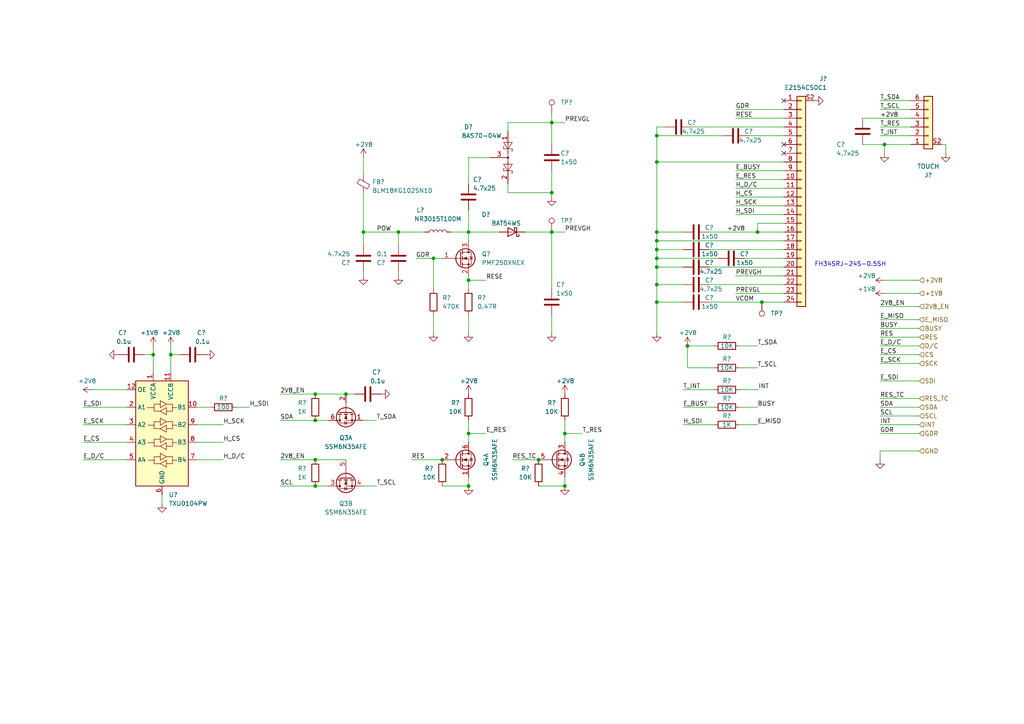
<source format=kicad_sch>
(kicad_sch (version 20230409) (generator eeschema)

  (uuid 4c82a326-c920-49a6-b5c0-f7805f931e73)

  (paper "A4")

  (lib_symbols
    (symbol "Connector:TestPoint" (pin_numbers hide) (pin_names (offset 0.762) hide) (in_bom yes) (on_board yes)
      (property "Reference" "TP" (at 0 6.858 0)
        (effects (font (size 1.27 1.27)))
      )
      (property "Value" "TestPoint" (at 0 5.08 0)
        (effects (font (size 1.27 1.27)))
      )
      (property "Footprint" "" (at 5.08 0 0)
        (effects (font (size 1.27 1.27)) hide)
      )
      (property "Datasheet" "~" (at 5.08 0 0)
        (effects (font (size 1.27 1.27)) hide)
      )
      (property "ki_keywords" "test point tp" (at 0 0 0)
        (effects (font (size 1.27 1.27)) hide)
      )
      (property "ki_description" "test point" (at 0 0 0)
        (effects (font (size 1.27 1.27)) hide)
      )
      (property "ki_fp_filters" "Pin* Test*" (at 0 0 0)
        (effects (font (size 1.27 1.27)) hide)
      )
      (symbol "TestPoint_0_1"
        (circle (center 0 3.302) (radius 0.762)
          (stroke (width 0) (type default))
          (fill (type none))
        )
      )
      (symbol "TestPoint_1_1"
        (pin passive line (at 0 0 90) (length 2.54)
          (name "1" (effects (font (size 1.27 1.27))))
          (number "1" (effects (font (size 1.27 1.27))))
        )
      )
    )
    (symbol "Connector_Generic:Conn_01x06" (pin_names (offset 1.016) hide) (in_bom yes) (on_board yes)
      (property "Reference" "J5" (at 0 13.97 0)
        (effects (font (size 1.27 1.27)))
      )
      (property "Value" "TOUCH" (at 0 11.43 0)
        (effects (font (size 1.27 1.27)))
      )
      (property "Footprint" "MyLib:HRS_FH34SRJ-6S-0.5SH(50)" (at 0 0 0)
        (effects (font (size 1.27 1.27)) hide)
      )
      (property "Datasheet" "~" (at 0 0 0)
        (effects (font (size 1.27 1.27)) hide)
      )
      (property "ki_keywords" "connector" (at 0 0 0)
        (effects (font (size 1.27 1.27)) hide)
      )
      (property "ki_description" "Generic connector, single row, 01x06, script generated (kicad-library-utils/schlib/autogen/connector/)" (at 0 0 0)
        (effects (font (size 1.27 1.27)) hide)
      )
      (property "ki_fp_filters" "Connector*:*_1x??_*" (at 0 0 0)
        (effects (font (size 1.27 1.27)) hide)
      )
      (symbol "Conn_01x06_1_1"
        (rectangle (start -1.27 -7.493) (end 0 -7.747)
          (stroke (width 0.1524) (type default))
          (fill (type none))
        )
        (rectangle (start -1.27 -4.953) (end 0 -5.207)
          (stroke (width 0.1524) (type default))
          (fill (type none))
        )
        (rectangle (start -1.27 -2.413) (end 0 -2.667)
          (stroke (width 0.1524) (type default))
          (fill (type none))
        )
        (rectangle (start -1.27 0.127) (end 0 -0.127)
          (stroke (width 0.1524) (type default))
          (fill (type none))
        )
        (rectangle (start -1.27 2.667) (end 0 2.413)
          (stroke (width 0.1524) (type default))
          (fill (type none))
        )
        (rectangle (start -1.27 5.207) (end 0 4.953)
          (stroke (width 0.1524) (type default))
          (fill (type none))
        )
        (rectangle (start -1.27 6.35) (end 1.27 -8.89)
          (stroke (width 0.254) (type default))
          (fill (type background))
        )
        (pin passive line (at -5.08 5.08 0) (length 3.81)
          (name "Pin_1" (effects (font (size 1.27 1.27))))
          (number "1" (effects (font (size 1.27 1.27))))
        )
        (pin passive line (at -5.08 2.54 0) (length 3.81)
          (name "Pin_2" (effects (font (size 1.27 1.27))))
          (number "2" (effects (font (size 1.27 1.27))))
        )
        (pin passive line (at -5.08 0 0) (length 3.81)
          (name "Pin_3" (effects (font (size 1.27 1.27))))
          (number "3" (effects (font (size 1.27 1.27))))
        )
        (pin passive line (at -5.08 -2.54 0) (length 3.81)
          (name "Pin_4" (effects (font (size 1.27 1.27))))
          (number "4" (effects (font (size 1.27 1.27))))
        )
        (pin passive line (at -5.08 -5.08 0) (length 3.81)
          (name "Pin_5" (effects (font (size 1.27 1.27))))
          (number "5" (effects (font (size 1.27 1.27))))
        )
        (pin passive line (at -5.08 -7.62 0) (length 3.81)
          (name "Pin_6" (effects (font (size 1.27 1.27))))
          (number "6" (effects (font (size 1.27 1.27))))
        )
        (pin free line (at 3.81 5.08 180) (length 2.54)
          (name "S" (effects (font (size 1.27 1.27))))
          (number "S2" (effects (font (size 1.27 1.27))))
        )
      )
    )
    (symbol "Connector_Generic:Conn_01x24" (pin_names (offset 1.016) hide) (in_bom yes) (on_board yes)
      (property "Reference" "J4" (at 6.35 34.29 0)
        (effects (font (size 1.27 1.27)))
      )
      (property "Value" "E2154CS0C1" (at 1.27 31.75 0)
        (effects (font (size 1.27 1.27)))
      )
      (property "Footprint" "MyLib:GDEY027T91-T01_bended" (at 0 0 0)
        (effects (font (size 1.27 1.27)) hide)
      )
      (property "Datasheet" "~" (at 0 0 0)
        (effects (font (size 1.27 1.27)) hide)
      )
      (property "ki_keywords" "connector" (at 0 0 0)
        (effects (font (size 1.27 1.27)) hide)
      )
      (property "ki_description" "Generic connector, single row, 01x24, script generated (kicad-library-utils/schlib/autogen/connector/)" (at 0 0 0)
        (effects (font (size 1.27 1.27)) hide)
      )
      (property "ki_fp_filters" "Connector*:*_1x??_*" (at 0 0 0)
        (effects (font (size 1.27 1.27)) hide)
      )
      (symbol "Conn_01x24_1_1"
        (rectangle (start -1.27 -30.353) (end 0 -30.607)
          (stroke (width 0.1524) (type default))
          (fill (type none))
        )
        (rectangle (start -1.27 -27.813) (end 0 -28.067)
          (stroke (width 0.1524) (type default))
          (fill (type none))
        )
        (rectangle (start -1.27 -25.273) (end 0 -25.527)
          (stroke (width 0.1524) (type default))
          (fill (type none))
        )
        (rectangle (start -1.27 -22.733) (end 0 -22.987)
          (stroke (width 0.1524) (type default))
          (fill (type none))
        )
        (rectangle (start -1.27 -20.193) (end 0 -20.447)
          (stroke (width 0.1524) (type default))
          (fill (type none))
        )
        (rectangle (start -1.27 -17.653) (end 0 -17.907)
          (stroke (width 0.1524) (type default))
          (fill (type none))
        )
        (rectangle (start -1.27 -15.113) (end 0 -15.367)
          (stroke (width 0.1524) (type default))
          (fill (type none))
        )
        (rectangle (start -1.27 -12.573) (end 0 -12.827)
          (stroke (width 0.1524) (type default))
          (fill (type none))
        )
        (rectangle (start -1.27 -10.033) (end 0 -10.287)
          (stroke (width 0.1524) (type default))
          (fill (type none))
        )
        (rectangle (start -1.27 -7.493) (end 0 -7.747)
          (stroke (width 0.1524) (type default))
          (fill (type none))
        )
        (rectangle (start -1.27 -4.953) (end 0 -5.207)
          (stroke (width 0.1524) (type default))
          (fill (type none))
        )
        (rectangle (start -1.27 -2.413) (end 0 -2.667)
          (stroke (width 0.1524) (type default))
          (fill (type none))
        )
        (rectangle (start -1.27 0.127) (end 0 -0.127)
          (stroke (width 0.1524) (type default))
          (fill (type none))
        )
        (rectangle (start -1.27 2.667) (end 0 2.413)
          (stroke (width 0.1524) (type default))
          (fill (type none))
        )
        (rectangle (start -1.27 5.207) (end 0 4.953)
          (stroke (width 0.1524) (type default))
          (fill (type none))
        )
        (rectangle (start -1.27 7.747) (end 0 7.493)
          (stroke (width 0.1524) (type default))
          (fill (type none))
        )
        (rectangle (start -1.27 10.287) (end 0 10.033)
          (stroke (width 0.1524) (type default))
          (fill (type none))
        )
        (rectangle (start -1.27 12.827) (end 0 12.573)
          (stroke (width 0.1524) (type default))
          (fill (type none))
        )
        (rectangle (start -1.27 15.367) (end 0 15.113)
          (stroke (width 0.1524) (type default))
          (fill (type none))
        )
        (rectangle (start -1.27 17.907) (end 0 17.653)
          (stroke (width 0.1524) (type default))
          (fill (type none))
        )
        (rectangle (start -1.27 20.447) (end 0 20.193)
          (stroke (width 0.1524) (type default))
          (fill (type none))
        )
        (rectangle (start -1.27 22.987) (end 0 22.733)
          (stroke (width 0.1524) (type default))
          (fill (type none))
        )
        (rectangle (start -1.27 25.527) (end 0 25.273)
          (stroke (width 0.1524) (type default))
          (fill (type none))
        )
        (rectangle (start -1.27 28.067) (end 0 27.813)
          (stroke (width 0.1524) (type default))
          (fill (type none))
        )
        (rectangle (start -1.27 29.21) (end 1.27 -31.75)
          (stroke (width 0.254) (type default))
          (fill (type background))
        )
        (pin passive line (at -5.08 27.94 0) (length 3.81)
          (name "Pin_1" (effects (font (size 1.27 1.27))))
          (number "1" (effects (font (size 1.27 1.27))))
        )
        (pin passive line (at -5.08 5.08 0) (length 3.81)
          (name "Pin_10" (effects (font (size 1.27 1.27))))
          (number "10" (effects (font (size 1.27 1.27))))
        )
        (pin passive line (at -5.08 2.54 0) (length 3.81)
          (name "Pin_11" (effects (font (size 1.27 1.27))))
          (number "11" (effects (font (size 1.27 1.27))))
        )
        (pin passive line (at -5.08 0 0) (length 3.81)
          (name "Pin_12" (effects (font (size 1.27 1.27))))
          (number "12" (effects (font (size 1.27 1.27))))
        )
        (pin passive line (at -5.08 -2.54 0) (length 3.81)
          (name "Pin_13" (effects (font (size 1.27 1.27))))
          (number "13" (effects (font (size 1.27 1.27))))
        )
        (pin passive line (at -5.08 -5.08 0) (length 3.81)
          (name "Pin_14" (effects (font (size 1.27 1.27))))
          (number "14" (effects (font (size 1.27 1.27))))
        )
        (pin passive line (at -5.08 -7.62 0) (length 3.81)
          (name "Pin_15" (effects (font (size 1.27 1.27))))
          (number "15" (effects (font (size 1.27 1.27))))
        )
        (pin passive line (at -5.08 -10.16 0) (length 3.81)
          (name "Pin_16" (effects (font (size 1.27 1.27))))
          (number "16" (effects (font (size 1.27 1.27))))
        )
        (pin passive line (at -5.08 -12.7 0) (length 3.81)
          (name "Pin_17" (effects (font (size 1.27 1.27))))
          (number "17" (effects (font (size 1.27 1.27))))
        )
        (pin passive line (at -5.08 -15.24 0) (length 3.81)
          (name "Pin_18" (effects (font (size 1.27 1.27))))
          (number "18" (effects (font (size 1.27 1.27))))
        )
        (pin passive line (at -5.08 -17.78 0) (length 3.81)
          (name "Pin_19" (effects (font (size 1.27 1.27))))
          (number "19" (effects (font (size 1.27 1.27))))
        )
        (pin passive line (at -5.08 25.4 0) (length 3.81)
          (name "Pin_2" (effects (font (size 1.27 1.27))))
          (number "2" (effects (font (size 1.27 1.27))))
        )
        (pin passive line (at -5.08 -20.32 0) (length 3.81)
          (name "Pin_20" (effects (font (size 1.27 1.27))))
          (number "20" (effects (font (size 1.27 1.27))))
        )
        (pin passive line (at -5.08 -22.86 0) (length 3.81)
          (name "Pin_21" (effects (font (size 1.27 1.27))))
          (number "21" (effects (font (size 1.27 1.27))))
        )
        (pin passive line (at -5.08 -25.4 0) (length 3.81)
          (name "Pin_22" (effects (font (size 1.27 1.27))))
          (number "22" (effects (font (size 1.27 1.27))))
        )
        (pin passive line (at -5.08 -27.94 0) (length 3.81)
          (name "Pin_23" (effects (font (size 1.27 1.27))))
          (number "23" (effects (font (size 1.27 1.27))))
        )
        (pin passive line (at -5.08 -30.48 0) (length 3.81)
          (name "Pin_24" (effects (font (size 1.27 1.27))))
          (number "24" (effects (font (size 1.27 1.27))))
        )
        (pin passive line (at -5.08 22.86 0) (length 3.81)
          (name "Pin_3" (effects (font (size 1.27 1.27))))
          (number "3" (effects (font (size 1.27 1.27))))
        )
        (pin passive line (at -5.08 20.32 0) (length 3.81)
          (name "Pin_4" (effects (font (size 1.27 1.27))))
          (number "4" (effects (font (size 1.27 1.27))))
        )
        (pin passive line (at -5.08 17.78 0) (length 3.81)
          (name "Pin_5" (effects (font (size 1.27 1.27))))
          (number "5" (effects (font (size 1.27 1.27))))
        )
        (pin passive line (at -5.08 15.24 0) (length 3.81)
          (name "Pin_6" (effects (font (size 1.27 1.27))))
          (number "6" (effects (font (size 1.27 1.27))))
        )
        (pin passive line (at -5.08 12.7 0) (length 3.81)
          (name "Pin_7" (effects (font (size 1.27 1.27))))
          (number "7" (effects (font (size 1.27 1.27))))
        )
        (pin passive line (at -5.08 10.16 0) (length 3.81)
          (name "Pin_8" (effects (font (size 1.27 1.27))))
          (number "8" (effects (font (size 1.27 1.27))))
        )
        (pin passive line (at -5.08 7.62 0) (length 3.81)
          (name "Pin_9" (effects (font (size 1.27 1.27))))
          (number "9" (effects (font (size 1.27 1.27))))
        )
        (pin free line (at 3.81 27.94 180) (length 2.54)
          (name "S" (effects (font (size 1.27 1.27))))
          (number "S2" (effects (font (size 1.27 1.27))))
        )
      )
    )
    (symbol "Device:C" (pin_numbers hide) (pin_names (offset 0.254)) (in_bom yes) (on_board yes)
      (property "Reference" "C" (at 0.635 2.54 0)
        (effects (font (size 1.27 1.27)) (justify left))
      )
      (property "Value" "C" (at 0.635 -2.54 0)
        (effects (font (size 1.27 1.27)) (justify left))
      )
      (property "Footprint" "" (at 0.9652 -3.81 0)
        (effects (font (size 1.27 1.27)) hide)
      )
      (property "Datasheet" "~" (at 0 0 0)
        (effects (font (size 1.27 1.27)) hide)
      )
      (property "ki_keywords" "cap capacitor" (at 0 0 0)
        (effects (font (size 1.27 1.27)) hide)
      )
      (property "ki_description" "Unpolarized capacitor" (at 0 0 0)
        (effects (font (size 1.27 1.27)) hide)
      )
      (property "ki_fp_filters" "C_*" (at 0 0 0)
        (effects (font (size 1.27 1.27)) hide)
      )
      (symbol "C_0_1"
        (polyline
          (pts
            (xy -2.032 -0.762)
            (xy 2.032 -0.762)
          )
          (stroke (width 0.508) (type default))
          (fill (type none))
        )
        (polyline
          (pts
            (xy -2.032 0.762)
            (xy 2.032 0.762)
          )
          (stroke (width 0.508) (type default))
          (fill (type none))
        )
      )
      (symbol "C_1_1"
        (pin passive line (at 0 3.81 270) (length 2.794)
          (name "~" (effects (font (size 1.27 1.27))))
          (number "1" (effects (font (size 1.27 1.27))))
        )
        (pin passive line (at 0 -3.81 90) (length 2.794)
          (name "~" (effects (font (size 1.27 1.27))))
          (number "2" (effects (font (size 1.27 1.27))))
        )
      )
    )
    (symbol "Device:D_Schottky" (pin_numbers hide) (pin_names (offset 1.016) hide) (in_bom yes) (on_board yes)
      (property "Reference" "D" (at 0 2.54 0)
        (effects (font (size 1.27 1.27)))
      )
      (property "Value" "D_Schottky" (at 0 -2.54 0)
        (effects (font (size 1.27 1.27)))
      )
      (property "Footprint" "" (at 0 0 0)
        (effects (font (size 1.27 1.27)) hide)
      )
      (property "Datasheet" "~" (at 0 0 0)
        (effects (font (size 1.27 1.27)) hide)
      )
      (property "ki_keywords" "diode Schottky" (at 0 0 0)
        (effects (font (size 1.27 1.27)) hide)
      )
      (property "ki_description" "Schottky diode" (at 0 0 0)
        (effects (font (size 1.27 1.27)) hide)
      )
      (property "ki_fp_filters" "TO-???* *_Diode_* *SingleDiode* D_*" (at 0 0 0)
        (effects (font (size 1.27 1.27)) hide)
      )
      (symbol "D_Schottky_0_1"
        (polyline
          (pts
            (xy 1.27 0)
            (xy -1.27 0)
          )
          (stroke (width 0) (type default))
          (fill (type none))
        )
        (polyline
          (pts
            (xy 1.27 1.27)
            (xy 1.27 -1.27)
            (xy -1.27 0)
            (xy 1.27 1.27)
          )
          (stroke (width 0.254) (type default))
          (fill (type none))
        )
        (polyline
          (pts
            (xy -1.905 0.635)
            (xy -1.905 1.27)
            (xy -1.27 1.27)
            (xy -1.27 -1.27)
            (xy -0.635 -1.27)
            (xy -0.635 -0.635)
          )
          (stroke (width 0.254) (type default))
          (fill (type none))
        )
      )
      (symbol "D_Schottky_1_1"
        (pin passive line (at -3.81 0 0) (length 2.54)
          (name "K" (effects (font (size 1.27 1.27))))
          (number "1" (effects (font (size 1.27 1.27))))
        )
        (pin passive line (at 3.81 0 180) (length 2.54)
          (name "A" (effects (font (size 1.27 1.27))))
          (number "2" (effects (font (size 1.27 1.27))))
        )
      )
    )
    (symbol "Device:FerriteBead_Small" (pin_numbers hide) (pin_names (offset 0)) (in_bom yes) (on_board yes)
      (property "Reference" "FB" (at 1.905 1.27 0)
        (effects (font (size 1.27 1.27)) (justify left))
      )
      (property "Value" "FerriteBead_Small" (at 1.905 -1.27 0)
        (effects (font (size 1.27 1.27)) (justify left))
      )
      (property "Footprint" "" (at -1.778 0 90)
        (effects (font (size 1.27 1.27)) hide)
      )
      (property "Datasheet" "~" (at 0 0 0)
        (effects (font (size 1.27 1.27)) hide)
      )
      (property "ki_keywords" "L ferrite bead inductor filter" (at 0 0 0)
        (effects (font (size 1.27 1.27)) hide)
      )
      (property "ki_description" "Ferrite bead, small symbol" (at 0 0 0)
        (effects (font (size 1.27 1.27)) hide)
      )
      (property "ki_fp_filters" "Inductor_* L_* *Ferrite*" (at 0 0 0)
        (effects (font (size 1.27 1.27)) hide)
      )
      (symbol "FerriteBead_Small_0_1"
        (polyline
          (pts
            (xy 0 -1.27)
            (xy 0 -0.7874)
          )
          (stroke (width 0) (type default))
          (fill (type none))
        )
        (polyline
          (pts
            (xy 0 0.889)
            (xy 0 1.2954)
          )
          (stroke (width 0) (type default))
          (fill (type none))
        )
        (polyline
          (pts
            (xy -1.8288 0.2794)
            (xy -1.1176 1.4986)
            (xy 1.8288 -0.2032)
            (xy 1.1176 -1.4224)
            (xy -1.8288 0.2794)
          )
          (stroke (width 0) (type default))
          (fill (type none))
        )
      )
      (symbol "FerriteBead_Small_1_1"
        (pin passive line (at 0 2.54 270) (length 1.27)
          (name "~" (effects (font (size 1.27 1.27))))
          (number "1" (effects (font (size 1.27 1.27))))
        )
        (pin passive line (at 0 -2.54 90) (length 1.27)
          (name "~" (effects (font (size 1.27 1.27))))
          (number "2" (effects (font (size 1.27 1.27))))
        )
      )
    )
    (symbol "Device:L" (pin_numbers hide) (pin_names (offset 1.016) hide) (in_bom yes) (on_board yes)
      (property "Reference" "L" (at -1.27 0 90)
        (effects (font (size 1.27 1.27)))
      )
      (property "Value" "L" (at 1.905 0 90)
        (effects (font (size 1.27 1.27)))
      )
      (property "Footprint" "" (at 0 0 0)
        (effects (font (size 1.27 1.27)) hide)
      )
      (property "Datasheet" "~" (at 0 0 0)
        (effects (font (size 1.27 1.27)) hide)
      )
      (property "ki_keywords" "inductor choke coil reactor magnetic" (at 0 0 0)
        (effects (font (size 1.27 1.27)) hide)
      )
      (property "ki_description" "Inductor" (at 0 0 0)
        (effects (font (size 1.27 1.27)) hide)
      )
      (property "ki_fp_filters" "Choke_* *Coil* Inductor_* L_*" (at 0 0 0)
        (effects (font (size 1.27 1.27)) hide)
      )
      (symbol "L_0_1"
        (arc (start 0 -2.54) (mid 0.6323 -1.905) (end 0 -1.27)
          (stroke (width 0) (type default))
          (fill (type none))
        )
        (arc (start 0 -1.27) (mid 0.6323 -0.635) (end 0 0)
          (stroke (width 0) (type default))
          (fill (type none))
        )
        (arc (start 0 0) (mid 0.6323 0.635) (end 0 1.27)
          (stroke (width 0) (type default))
          (fill (type none))
        )
        (arc (start 0 1.27) (mid 0.6323 1.905) (end 0 2.54)
          (stroke (width 0) (type default))
          (fill (type none))
        )
      )
      (symbol "L_1_1"
        (pin passive line (at 0 3.81 270) (length 1.27)
          (name "1" (effects (font (size 1.27 1.27))))
          (number "1" (effects (font (size 1.27 1.27))))
        )
        (pin passive line (at 0 -3.81 90) (length 1.27)
          (name "2" (effects (font (size 1.27 1.27))))
          (number "2" (effects (font (size 1.27 1.27))))
        )
      )
    )
    (symbol "Device:Q_NMOS_GSD" (pin_names (offset 0) hide) (in_bom yes) (on_board yes)
      (property "Reference" "Q" (at 5.08 1.27 0)
        (effects (font (size 1.27 1.27)) (justify left))
      )
      (property "Value" "Q_NMOS_GSD" (at 5.08 -1.27 0)
        (effects (font (size 1.27 1.27)) (justify left))
      )
      (property "Footprint" "" (at 5.08 2.54 0)
        (effects (font (size 1.27 1.27)) hide)
      )
      (property "Datasheet" "~" (at 0 0 0)
        (effects (font (size 1.27 1.27)) hide)
      )
      (property "ki_keywords" "transistor NMOS N-MOS N-MOSFET" (at 0 0 0)
        (effects (font (size 1.27 1.27)) hide)
      )
      (property "ki_description" "N-MOSFET transistor, gate/source/drain" (at 0 0 0)
        (effects (font (size 1.27 1.27)) hide)
      )
      (symbol "Q_NMOS_GSD_0_1"
        (polyline
          (pts
            (xy 0.254 0)
            (xy -2.54 0)
          )
          (stroke (width 0) (type default))
          (fill (type none))
        )
        (polyline
          (pts
            (xy 0.254 1.905)
            (xy 0.254 -1.905)
          )
          (stroke (width 0.254) (type default))
          (fill (type none))
        )
        (polyline
          (pts
            (xy 0.762 -1.27)
            (xy 0.762 -2.286)
          )
          (stroke (width 0.254) (type default))
          (fill (type none))
        )
        (polyline
          (pts
            (xy 0.762 0.508)
            (xy 0.762 -0.508)
          )
          (stroke (width 0.254) (type default))
          (fill (type none))
        )
        (polyline
          (pts
            (xy 0.762 2.286)
            (xy 0.762 1.27)
          )
          (stroke (width 0.254) (type default))
          (fill (type none))
        )
        (polyline
          (pts
            (xy 2.54 2.54)
            (xy 2.54 1.778)
          )
          (stroke (width 0) (type default))
          (fill (type none))
        )
        (polyline
          (pts
            (xy 2.54 -2.54)
            (xy 2.54 0)
            (xy 0.762 0)
          )
          (stroke (width 0) (type default))
          (fill (type none))
        )
        (polyline
          (pts
            (xy 0.762 -1.778)
            (xy 3.302 -1.778)
            (xy 3.302 1.778)
            (xy 0.762 1.778)
          )
          (stroke (width 0) (type default))
          (fill (type none))
        )
        (polyline
          (pts
            (xy 1.016 0)
            (xy 2.032 0.381)
            (xy 2.032 -0.381)
            (xy 1.016 0)
          )
          (stroke (width 0) (type default))
          (fill (type outline))
        )
        (polyline
          (pts
            (xy 2.794 0.508)
            (xy 2.921 0.381)
            (xy 3.683 0.381)
            (xy 3.81 0.254)
          )
          (stroke (width 0) (type default))
          (fill (type none))
        )
        (polyline
          (pts
            (xy 3.302 0.381)
            (xy 2.921 -0.254)
            (xy 3.683 -0.254)
            (xy 3.302 0.381)
          )
          (stroke (width 0) (type default))
          (fill (type none))
        )
        (circle (center 1.651 0) (radius 2.794)
          (stroke (width 0.254) (type default))
          (fill (type none))
        )
        (circle (center 2.54 -1.778) (radius 0.254)
          (stroke (width 0) (type default))
          (fill (type outline))
        )
        (circle (center 2.54 1.778) (radius 0.254)
          (stroke (width 0) (type default))
          (fill (type outline))
        )
      )
      (symbol "Q_NMOS_GSD_1_1"
        (pin input line (at -5.08 0 0) (length 2.54)
          (name "G" (effects (font (size 1.27 1.27))))
          (number "1" (effects (font (size 1.27 1.27))))
        )
        (pin passive line (at 2.54 -5.08 90) (length 2.54)
          (name "S" (effects (font (size 1.27 1.27))))
          (number "2" (effects (font (size 1.27 1.27))))
        )
        (pin passive line (at 2.54 5.08 270) (length 2.54)
          (name "D" (effects (font (size 1.27 1.27))))
          (number "3" (effects (font (size 1.27 1.27))))
        )
      )
    )
    (symbol "Device:R" (pin_numbers hide) (pin_names (offset 0)) (in_bom yes) (on_board yes)
      (property "Reference" "R" (at 2.032 0 90)
        (effects (font (size 1.27 1.27)))
      )
      (property "Value" "R" (at 0 0 90)
        (effects (font (size 1.27 1.27)))
      )
      (property "Footprint" "" (at -1.778 0 90)
        (effects (font (size 1.27 1.27)) hide)
      )
      (property "Datasheet" "~" (at 0 0 0)
        (effects (font (size 1.27 1.27)) hide)
      )
      (property "ki_keywords" "R res resistor" (at 0 0 0)
        (effects (font (size 1.27 1.27)) hide)
      )
      (property "ki_description" "Resistor" (at 0 0 0)
        (effects (font (size 1.27 1.27)) hide)
      )
      (property "ki_fp_filters" "R_*" (at 0 0 0)
        (effects (font (size 1.27 1.27)) hide)
      )
      (symbol "R_0_1"
        (rectangle (start -1.016 -2.54) (end 1.016 2.54)
          (stroke (width 0.254) (type default))
          (fill (type none))
        )
      )
      (symbol "R_1_1"
        (pin passive line (at 0 3.81 270) (length 1.27)
          (name "~" (effects (font (size 1.27 1.27))))
          (number "1" (effects (font (size 1.27 1.27))))
        )
        (pin passive line (at 0 -3.81 90) (length 1.27)
          (name "~" (effects (font (size 1.27 1.27))))
          (number "2" (effects (font (size 1.27 1.27))))
        )
      )
    )
    (symbol "Diode:BAT54SW" (pin_names (offset 1.016)) (in_bom yes) (on_board yes)
      (property "Reference" "D" (at 0.635 -3.81 0)
        (effects (font (size 1.27 1.27)) (justify left))
      )
      (property "Value" "BAT54SW" (at -6.35 3.175 0)
        (effects (font (size 1.27 1.27)) (justify left))
      )
      (property "Footprint" "Package_TO_SOT_SMD:SOT-323_SC-70" (at 1.905 3.175 0)
        (effects (font (size 1.27 1.27)) (justify left) hide)
      )
      (property "Datasheet" "https://assets.nexperia.com/documents/data-sheet/BAT54W_SER.pdf" (at -3.048 0 0)
        (effects (font (size 1.27 1.27)) hide)
      )
      (property "ki_keywords" "dual schottky diode" (at 0 0 0)
        (effects (font (size 1.27 1.27)) hide)
      )
      (property "ki_description" "Dual schottky barrier diode, in series, SOT-323" (at 0 0 0)
        (effects (font (size 1.27 1.27)) hide)
      )
      (property "ki_fp_filters" "SOT?323*" (at 0 0 0)
        (effects (font (size 1.27 1.27)) hide)
      )
      (symbol "BAT54SW_0_1"
        (polyline
          (pts
            (xy -3.81 0)
            (xy -1.27 0)
          )
          (stroke (width 0) (type default))
          (fill (type none))
        )
        (polyline
          (pts
            (xy -3.175 -1.27)
            (xy -3.175 -1.016)
          )
          (stroke (width 0) (type default))
          (fill (type none))
        )
        (polyline
          (pts
            (xy -2.54 -1.27)
            (xy -3.175 -1.27)
          )
          (stroke (width 0) (type default))
          (fill (type none))
        )
        (polyline
          (pts
            (xy -2.54 -1.27)
            (xy -2.54 1.27)
          )
          (stroke (width 0) (type default))
          (fill (type none))
        )
        (polyline
          (pts
            (xy -2.54 1.27)
            (xy -1.905 1.27)
          )
          (stroke (width 0) (type default))
          (fill (type none))
        )
        (polyline
          (pts
            (xy -1.905 0)
            (xy 1.905 0)
          )
          (stroke (width 0) (type default))
          (fill (type none))
        )
        (polyline
          (pts
            (xy -1.905 1.27)
            (xy -1.905 1.016)
          )
          (stroke (width 0) (type default))
          (fill (type none))
        )
        (polyline
          (pts
            (xy 1.27 0)
            (xy 3.81 0)
          )
          (stroke (width 0) (type default))
          (fill (type none))
        )
        (polyline
          (pts
            (xy 3.175 -1.27)
            (xy 3.175 -1.016)
          )
          (stroke (width 0) (type default))
          (fill (type none))
        )
        (polyline
          (pts
            (xy 3.81 -1.27)
            (xy 3.175 -1.27)
          )
          (stroke (width 0) (type default))
          (fill (type none))
        )
        (polyline
          (pts
            (xy 3.81 -1.27)
            (xy 3.81 1.27)
          )
          (stroke (width 0) (type default))
          (fill (type none))
        )
        (polyline
          (pts
            (xy 3.81 1.27)
            (xy 4.445 1.27)
          )
          (stroke (width 0) (type default))
          (fill (type none))
        )
        (polyline
          (pts
            (xy 4.445 1.27)
            (xy 4.445 1.016)
          )
          (stroke (width 0) (type default))
          (fill (type none))
        )
        (polyline
          (pts
            (xy -4.445 1.27)
            (xy -4.445 -1.27)
            (xy -2.54 0)
            (xy -4.445 1.27)
          )
          (stroke (width 0) (type default))
          (fill (type none))
        )
        (polyline
          (pts
            (xy 1.905 1.27)
            (xy 1.905 -1.27)
            (xy 3.81 0)
            (xy 1.905 1.27)
          )
          (stroke (width 0) (type default))
          (fill (type none))
        )
        (circle (center 0 0) (radius 0.254)
          (stroke (width 0) (type default))
          (fill (type outline))
        )
      )
      (symbol "BAT54SW_1_1"
        (pin passive line (at -7.62 0 0) (length 3.81)
          (name "~" (effects (font (size 1.27 1.27))))
          (number "1" (effects (font (size 1.27 1.27))))
        )
        (pin passive line (at 7.62 0 180) (length 3.81)
          (name "~" (effects (font (size 1.27 1.27))))
          (number "2" (effects (font (size 1.27 1.27))))
        )
        (pin passive line (at 0 -5.08 90) (length 5.08)
          (name "~" (effects (font (size 1.27 1.27))))
          (number "3" (effects (font (size 1.27 1.27))))
        )
      )
    )
    (symbol "Logic_LevelTranslator:TXB0104RUT" (in_bom yes) (on_board yes)
      (property "Reference" "U" (at -6.35 16.51 0)
        (effects (font (size 1.27 1.27)))
      )
      (property "Value" "TXB0104RUT" (at 3.81 16.51 0)
        (effects (font (size 1.27 1.27)) (justify left))
      )
      (property "Footprint" "Package_DFN_QFN:Texas_R_PUQFN-N12" (at 0 -19.05 0)
        (effects (font (size 1.27 1.27)) hide)
      )
      (property "Datasheet" "http://www.ti.com/lit/ds/symlink/txb0104.pdf" (at 2.794 2.413 0)
        (effects (font (size 1.27 1.27)) hide)
      )
      (property "ki_keywords" "Level-Shifter CMOS-TTL-Translation" (at 0 0 0)
        (effects (font (size 1.27 1.27)) hide)
      )
      (property "ki_description" "4-Bit Bidirectional Voltage-Level Translator, Auto Direction Sensing and ±15-kV ESD Protection, 1.2 - 3.6V APort, 1.65 - 5.5V BPort, Texas_PUQFN-12" (at 0 0 0)
        (effects (font (size 1.27 1.27)) hide)
      )
      (property "ki_fp_filters" "Texas*R*PUQFN*N12*" (at 0 0 0)
        (effects (font (size 1.27 1.27)) hide)
      )
      (symbol "TXB0104RUT_0_1"
        (rectangle (start -7.62 15.24) (end 7.62 -15.24)
          (stroke (width 0.254) (type default))
          (fill (type background))
        )
        (polyline
          (pts
            (xy -2.286 -7.747)
            (xy -2.286 -6.731)
            (xy -0.508 -6.731)
          )
          (stroke (width 0) (type default))
          (fill (type none))
        )
        (polyline
          (pts
            (xy -2.286 -2.667)
            (xy -2.286 -1.651)
            (xy -0.508 -1.651)
          )
          (stroke (width 0) (type default))
          (fill (type none))
        )
        (polyline
          (pts
            (xy -2.286 2.413)
            (xy -2.286 3.429)
            (xy -0.508 3.429)
          )
          (stroke (width 0) (type default))
          (fill (type none))
        )
        (polyline
          (pts
            (xy -2.286 7.493)
            (xy -2.286 8.509)
            (xy -0.508 8.509)
          )
          (stroke (width 0) (type default))
          (fill (type none))
        )
        (polyline
          (pts
            (xy 3.048 -7.747)
            (xy 3.048 -8.763)
            (xy 1.27 -8.763)
          )
          (stroke (width 0) (type default))
          (fill (type none))
        )
        (polyline
          (pts
            (xy 3.048 -2.667)
            (xy 3.048 -3.683)
            (xy 1.27 -3.683)
          )
          (stroke (width 0) (type default))
          (fill (type none))
        )
        (polyline
          (pts
            (xy 3.048 2.413)
            (xy 3.048 1.397)
            (xy 1.27 1.397)
          )
          (stroke (width 0) (type default))
          (fill (type none))
        )
        (polyline
          (pts
            (xy 3.048 7.493)
            (xy 3.048 6.477)
            (xy 1.27 6.477)
          )
          (stroke (width 0) (type default))
          (fill (type none))
        )
        (polyline
          (pts
            (xy -0.508 -8.763)
            (xy -2.286 -8.763)
            (xy -2.286 -7.747)
            (xy -4.064 -7.747)
          )
          (stroke (width 0) (type default))
          (fill (type none))
        )
        (polyline
          (pts
            (xy -0.508 -8.763)
            (xy 1.27 -7.747)
            (xy 1.27 -9.779)
            (xy -0.508 -8.763)
          )
          (stroke (width 0) (type default))
          (fill (type none))
        )
        (polyline
          (pts
            (xy -0.508 -3.683)
            (xy -2.286 -3.683)
            (xy -2.286 -2.667)
            (xy -4.064 -2.667)
          )
          (stroke (width 0) (type default))
          (fill (type none))
        )
        (polyline
          (pts
            (xy -0.508 -3.683)
            (xy 1.27 -2.667)
            (xy 1.27 -4.699)
            (xy -0.508 -3.683)
          )
          (stroke (width 0) (type default))
          (fill (type none))
        )
        (polyline
          (pts
            (xy -0.508 1.397)
            (xy -2.286 1.397)
            (xy -2.286 2.413)
            (xy -4.064 2.413)
          )
          (stroke (width 0) (type default))
          (fill (type none))
        )
        (polyline
          (pts
            (xy -0.508 1.397)
            (xy 1.27 2.413)
            (xy 1.27 0.381)
            (xy -0.508 1.397)
          )
          (stroke (width 0) (type default))
          (fill (type none))
        )
        (polyline
          (pts
            (xy -0.508 6.477)
            (xy -2.286 6.477)
            (xy -2.286 7.493)
            (xy -4.318 7.493)
          )
          (stroke (width 0) (type default))
          (fill (type none))
        )
        (polyline
          (pts
            (xy -0.508 6.477)
            (xy 1.27 7.493)
            (xy 1.27 5.461)
            (xy -0.508 6.477)
          )
          (stroke (width 0) (type default))
          (fill (type none))
        )
        (polyline
          (pts
            (xy 1.27 -6.731)
            (xy -0.508 -7.747)
            (xy -0.508 -5.715)
            (xy 1.27 -6.731)
          )
          (stroke (width 0) (type default))
          (fill (type none))
        )
        (polyline
          (pts
            (xy 1.27 -6.731)
            (xy 3.048 -6.731)
            (xy 3.048 -7.747)
            (xy 4.318 -7.747)
          )
          (stroke (width 0) (type default))
          (fill (type none))
        )
        (polyline
          (pts
            (xy 1.27 -1.651)
            (xy -0.508 -2.667)
            (xy -0.508 -0.635)
            (xy 1.27 -1.651)
          )
          (stroke (width 0) (type default))
          (fill (type none))
        )
        (polyline
          (pts
            (xy 1.27 -1.651)
            (xy 3.048 -1.651)
            (xy 3.048 -2.667)
            (xy 4.318 -2.667)
          )
          (stroke (width 0) (type default))
          (fill (type none))
        )
        (polyline
          (pts
            (xy 1.27 3.429)
            (xy -0.508 2.413)
            (xy -0.508 4.445)
            (xy 1.27 3.429)
          )
          (stroke (width 0) (type default))
          (fill (type none))
        )
        (polyline
          (pts
            (xy 1.27 3.429)
            (xy 3.048 3.429)
            (xy 3.048 2.413)
            (xy 4.318 2.413)
          )
          (stroke (width 0) (type default))
          (fill (type none))
        )
        (polyline
          (pts
            (xy 1.27 8.509)
            (xy -0.508 7.493)
            (xy -0.508 9.525)
            (xy 1.27 8.509)
          )
          (stroke (width 0) (type default))
          (fill (type none))
        )
        (polyline
          (pts
            (xy 1.27 8.509)
            (xy 3.048 8.509)
            (xy 3.048 7.493)
            (xy 4.318 7.493)
          )
          (stroke (width 0) (type default))
          (fill (type none))
        )
      )
      (symbol "TXB0104RUT_1_1"
        (pin power_in line (at -2.54 17.78 270) (length 2.54)
          (name "VCCA" (effects (font (size 1.27 1.27))))
          (number "1" (effects (font (size 1.27 1.27))))
        )
        (pin tri_state line (at 10.16 7.62 180) (length 2.54)
          (name "B1" (effects (font (size 1.27 1.27))))
          (number "10" (effects (font (size 1.27 1.27))))
        )
        (pin power_in line (at 2.54 17.78 270) (length 2.54)
          (name "VCCB" (effects (font (size 1.27 1.27))))
          (number "11" (effects (font (size 1.27 1.27))))
        )
        (pin input line (at -10.16 12.7 0) (length 2.54)
          (name "OE" (effects (font (size 1.27 1.27))))
          (number "12" (effects (font (size 1.27 1.27))))
        )
        (pin tri_state line (at -10.16 7.62 0) (length 2.54)
          (name "A1" (effects (font (size 1.27 1.27))))
          (number "2" (effects (font (size 1.27 1.27))))
        )
        (pin tri_state line (at -10.16 2.54 0) (length 2.54)
          (name "A2" (effects (font (size 1.27 1.27))))
          (number "3" (effects (font (size 1.27 1.27))))
        )
        (pin tri_state line (at -10.16 -2.54 0) (length 2.54)
          (name "A3" (effects (font (size 1.27 1.27))))
          (number "4" (effects (font (size 1.27 1.27))))
        )
        (pin tri_state line (at -10.16 -7.62 0) (length 2.54)
          (name "A4" (effects (font (size 1.27 1.27))))
          (number "5" (effects (font (size 1.27 1.27))))
        )
        (pin power_in line (at 0 -17.78 90) (length 2.54)
          (name "GND" (effects (font (size 1.27 1.27))))
          (number "6" (effects (font (size 1.27 1.27))))
        )
        (pin tri_state line (at 10.16 -7.62 180) (length 2.54)
          (name "B4" (effects (font (size 1.27 1.27))))
          (number "7" (effects (font (size 1.27 1.27))))
        )
        (pin tri_state line (at 10.16 -2.54 180) (length 2.54)
          (name "B3" (effects (font (size 1.27 1.27))))
          (number "8" (effects (font (size 1.27 1.27))))
        )
        (pin tri_state line (at 10.16 2.54 180) (length 2.54)
          (name "B2" (effects (font (size 1.27 1.27))))
          (number "9" (effects (font (size 1.27 1.27))))
        )
      )
    )
    (symbol "Transistor_FET:FDG1024NZ" (pin_names hide) (in_bom yes) (on_board yes)
      (property "Reference" "Q" (at 5.08 1.905 0)
        (effects (font (size 1.27 1.27)) (justify left))
      )
      (property "Value" "FDG1024NZ" (at 5.08 0 0)
        (effects (font (size 1.27 1.27)) (justify left))
      )
      (property "Footprint" "Package_TO_SOT_SMD:SOT-363_SC-70-6" (at 5.08 -1.905 0)
        (effects (font (size 1.27 1.27) italic) (justify left) hide)
      )
      (property "Datasheet" "https://www.onsemi.com/pub/Collateral/FDG1024NZ-D.pdf" (at 0 0 0)
        (effects (font (size 1.27 1.27)) (justify left) hide)
      )
      (property "ki_keywords" "Dual N-Channel MOSFET Logic Level" (at 0 0 0)
        (effects (font (size 1.27 1.27)) hide)
      )
      (property "ki_description" "1.2A Id, 20V Vds, Dual N-Channel MOSFET, 175mOhm Ron, SC-70-6" (at 0 0 0)
        (effects (font (size 1.27 1.27)) hide)
      )
      (property "ki_fp_filters" "SOT?363*" (at 0 0 0)
        (effects (font (size 1.27 1.27)) hide)
      )
      (symbol "FDG1024NZ_0_1"
        (polyline
          (pts
            (xy 0.254 0)
            (xy -2.54 0)
          )
          (stroke (width 0) (type default))
          (fill (type none))
        )
        (polyline
          (pts
            (xy 0.254 1.905)
            (xy 0.254 -1.905)
          )
          (stroke (width 0.254) (type default))
          (fill (type none))
        )
        (polyline
          (pts
            (xy 0.762 -1.27)
            (xy 0.762 -2.286)
          )
          (stroke (width 0.254) (type default))
          (fill (type none))
        )
        (polyline
          (pts
            (xy 0.762 0.508)
            (xy 0.762 -0.508)
          )
          (stroke (width 0.254) (type default))
          (fill (type none))
        )
        (polyline
          (pts
            (xy 0.762 2.286)
            (xy 0.762 1.27)
          )
          (stroke (width 0.254) (type default))
          (fill (type none))
        )
        (polyline
          (pts
            (xy 2.54 2.54)
            (xy 2.54 1.778)
          )
          (stroke (width 0) (type default))
          (fill (type none))
        )
        (polyline
          (pts
            (xy 2.54 -2.54)
            (xy 2.54 0)
            (xy 0.762 0)
          )
          (stroke (width 0) (type default))
          (fill (type none))
        )
        (polyline
          (pts
            (xy 0.762 -1.778)
            (xy 3.302 -1.778)
            (xy 3.302 1.778)
            (xy 0.762 1.778)
          )
          (stroke (width 0) (type default))
          (fill (type none))
        )
        (polyline
          (pts
            (xy 1.016 0)
            (xy 2.032 0.381)
            (xy 2.032 -0.381)
            (xy 1.016 0)
          )
          (stroke (width 0) (type default))
          (fill (type outline))
        )
        (polyline
          (pts
            (xy 2.794 0.508)
            (xy 2.921 0.381)
            (xy 3.683 0.381)
            (xy 3.81 0.254)
          )
          (stroke (width 0) (type default))
          (fill (type none))
        )
        (polyline
          (pts
            (xy 3.302 0.381)
            (xy 2.921 -0.254)
            (xy 3.683 -0.254)
            (xy 3.302 0.381)
          )
          (stroke (width 0) (type default))
          (fill (type none))
        )
        (circle (center 1.651 0) (radius 2.794)
          (stroke (width 0.254) (type default))
          (fill (type none))
        )
        (circle (center 2.54 -1.778) (radius 0.254)
          (stroke (width 0) (type default))
          (fill (type outline))
        )
        (circle (center 2.54 1.778) (radius 0.254)
          (stroke (width 0) (type default))
          (fill (type outline))
        )
      )
      (symbol "FDG1024NZ_1_1"
        (pin passive line (at 2.54 -5.08 90) (length 2.54)
          (name "S" (effects (font (size 1.27 1.27))))
          (number "1" (effects (font (size 1.27 1.27))))
        )
        (pin passive line (at -5.08 0 0) (length 2.54)
          (name "G" (effects (font (size 1.27 1.27))))
          (number "2" (effects (font (size 1.27 1.27))))
        )
        (pin passive line (at 2.54 5.08 270) (length 2.54)
          (name "D" (effects (font (size 1.27 1.27))))
          (number "6" (effects (font (size 1.27 1.27))))
        )
      )
      (symbol "FDG1024NZ_2_1"
        (pin passive line (at 2.54 5.08 270) (length 2.54)
          (name "D" (effects (font (size 1.27 1.27))))
          (number "3" (effects (font (size 1.27 1.27))))
        )
        (pin passive line (at 2.54 -5.08 90) (length 2.54)
          (name "S" (effects (font (size 1.27 1.27))))
          (number "4" (effects (font (size 1.27 1.27))))
        )
        (pin passive line (at -5.08 0 0) (length 2.54)
          (name "G" (effects (font (size 1.27 1.27))))
          (number "5" (effects (font (size 1.27 1.27))))
        )
      )
    )
    (symbol "power:+1V8" (power) (pin_names (offset 0)) (in_bom yes) (on_board yes)
      (property "Reference" "#PWR" (at 0 -3.81 0)
        (effects (font (size 1.27 1.27)) hide)
      )
      (property "Value" "+1V8" (at 0 3.556 0)
        (effects (font (size 1.27 1.27)))
      )
      (property "Footprint" "" (at 0 0 0)
        (effects (font (size 1.27 1.27)) hide)
      )
      (property "Datasheet" "" (at 0 0 0)
        (effects (font (size 1.27 1.27)) hide)
      )
      (property "ki_keywords" "power-flag" (at 0 0 0)
        (effects (font (size 1.27 1.27)) hide)
      )
      (property "ki_description" "Power symbol creates a global label with name \"+1V8\"" (at 0 0 0)
        (effects (font (size 1.27 1.27)) hide)
      )
      (symbol "+1V8_0_1"
        (polyline
          (pts
            (xy -0.762 1.27)
            (xy 0 2.54)
          )
          (stroke (width 0) (type default))
          (fill (type none))
        )
        (polyline
          (pts
            (xy 0 0)
            (xy 0 2.54)
          )
          (stroke (width 0) (type default))
          (fill (type none))
        )
        (polyline
          (pts
            (xy 0 2.54)
            (xy 0.762 1.27)
          )
          (stroke (width 0) (type default))
          (fill (type none))
        )
      )
      (symbol "+1V8_1_1"
        (pin power_in line (at 0 0 90) (length 0) hide
          (name "+1V8" (effects (font (size 1.27 1.27))))
          (number "1" (effects (font (size 1.27 1.27))))
        )
      )
    )
    (symbol "power:+2V8" (power) (pin_names (offset 0)) (in_bom yes) (on_board yes)
      (property "Reference" "#PWR" (at 0 -3.81 0)
        (effects (font (size 1.27 1.27)) hide)
      )
      (property "Value" "+2V8" (at 0 3.556 0)
        (effects (font (size 1.27 1.27)))
      )
      (property "Footprint" "" (at 0 0 0)
        (effects (font (size 1.27 1.27)) hide)
      )
      (property "Datasheet" "" (at 0 0 0)
        (effects (font (size 1.27 1.27)) hide)
      )
      (property "ki_keywords" "power-flag" (at 0 0 0)
        (effects (font (size 1.27 1.27)) hide)
      )
      (property "ki_description" "Power symbol creates a global label with name \"+2V8\"" (at 0 0 0)
        (effects (font (size 1.27 1.27)) hide)
      )
      (symbol "+2V8_0_1"
        (polyline
          (pts
            (xy -0.762 1.27)
            (xy 0 2.54)
          )
          (stroke (width 0) (type default))
          (fill (type none))
        )
        (polyline
          (pts
            (xy 0 0)
            (xy 0 2.54)
          )
          (stroke (width 0) (type default))
          (fill (type none))
        )
        (polyline
          (pts
            (xy 0 2.54)
            (xy 0.762 1.27)
          )
          (stroke (width 0) (type default))
          (fill (type none))
        )
      )
      (symbol "+2V8_1_1"
        (pin power_in line (at 0 0 90) (length 0) hide
          (name "+2V8" (effects (font (size 1.27 1.27))))
          (number "1" (effects (font (size 1.27 1.27))))
        )
      )
    )
    (symbol "power:GND" (power) (pin_names (offset 0)) (in_bom yes) (on_board yes)
      (property "Reference" "#PWR" (at 0 -6.35 0)
        (effects (font (size 1.27 1.27)) hide)
      )
      (property "Value" "GND" (at 0 -3.81 0)
        (effects (font (size 1.27 1.27)))
      )
      (property "Footprint" "" (at 0 0 0)
        (effects (font (size 1.27 1.27)) hide)
      )
      (property "Datasheet" "" (at 0 0 0)
        (effects (font (size 1.27 1.27)) hide)
      )
      (property "ki_keywords" "power-flag" (at 0 0 0)
        (effects (font (size 1.27 1.27)) hide)
      )
      (property "ki_description" "Power symbol creates a global label with name \"GND\" , ground" (at 0 0 0)
        (effects (font (size 1.27 1.27)) hide)
      )
      (symbol "GND_0_1"
        (polyline
          (pts
            (xy 0 0)
            (xy 0 -1.27)
            (xy 1.27 -1.27)
            (xy 0 -2.54)
            (xy -1.27 -1.27)
            (xy 0 -1.27)
          )
          (stroke (width 0) (type default))
          (fill (type none))
        )
      )
      (symbol "GND_1_1"
        (pin power_in line (at 0 0 270) (length 0) hide
          (name "GND" (effects (font (size 1.27 1.27))))
          (number "1" (effects (font (size 1.27 1.27))))
        )
      )
    )
  )

  (junction (at 256.54 41.91) (diameter 0) (color 0 0 0 0)
    (uuid 0fb42e59-d170-40bf-81e0-aa836a13927e)
  )
  (junction (at 128.27 133.35) (diameter 0) (color 0 0 0 0)
    (uuid 10d4378c-5058-4952-9f69-bbdf7b83c922)
  )
  (junction (at 190.5 67.31) (diameter 0) (color 0 0 0 0)
    (uuid 1c4a8ca4-d280-4972-ae13-04455cb7fb7f)
  )
  (junction (at 160.02 55.88) (diameter 0) (color 0 0 0 0)
    (uuid 21eea24b-544c-4fc1-9d32-13f89f247cba)
  )
  (junction (at 163.83 140.97) (diameter 0) (color 0 0 0 0)
    (uuid 26670a9c-11a5-44af-a257-55e98f13795b)
  )
  (junction (at 220.98 87.63) (diameter 0) (color 0 0 0 0)
    (uuid 26e609ad-f060-4295-843c-53d38bd30ecd)
  )
  (junction (at 219.71 67.31) (diameter 0) (color 0 0 0 0)
    (uuid 2dbe2793-b0dc-4a4f-a0cf-44524b277569)
  )
  (junction (at 100.33 114.3) (diameter 0) (color 0 0 0 0)
    (uuid 2fc3fbfb-1db7-4310-a1b4-a57a6efc7c55)
  )
  (junction (at 49.53 102.87) (diameter 0) (color 0 0 0 0)
    (uuid 46783738-4253-4033-817e-e7ae6490ea38)
  )
  (junction (at 135.89 125.73) (diameter 0) (color 0 0 0 0)
    (uuid 55244aa4-f2e5-42cf-9d07-5d5c134ee5c4)
  )
  (junction (at 91.44 133.35) (diameter 0) (color 0 0 0 0)
    (uuid 56733763-dab7-4f8f-93f5-ea62dba9d2e1)
  )
  (junction (at 115.57 67.31) (diameter 0) (color 0 0 0 0)
    (uuid 5ea3b71f-3ced-49fa-9269-d96d3715897c)
  )
  (junction (at 156.21 133.35) (diameter 0) (color 0 0 0 0)
    (uuid 6344c642-1742-4cb7-a61a-5ef7ae0b2687)
  )
  (junction (at 91.44 140.97) (diameter 0) (color 0 0 0 0)
    (uuid 7083f9fd-4688-40e6-9b16-14e22c211110)
  )
  (junction (at 190.5 87.63) (diameter 0) (color 0 0 0 0)
    (uuid 75280f8f-6d2e-4779-93c9-a5010fbb2147)
  )
  (junction (at 190.5 72.39) (diameter 0) (color 0 0 0 0)
    (uuid 87280abf-ef27-4d0b-ab0b-bfbb0b1b3b47)
  )
  (junction (at 91.44 121.92) (diameter 0) (color 0 0 0 0)
    (uuid 8a8feea2-3945-430c-ad14-b4fdb173f90e)
  )
  (junction (at 163.83 125.73) (diameter 0) (color 0 0 0 0)
    (uuid 9016d054-1d6f-4140-9f5a-42826dadb50a)
  )
  (junction (at 190.5 77.47) (diameter 0) (color 0 0 0 0)
    (uuid 927329f7-0e32-457f-a2f0-61377e298b8c)
  )
  (junction (at 190.5 39.37) (diameter 0) (color 0 0 0 0)
    (uuid 9e6aae30-36ab-4c7d-b47a-82f5613d219a)
  )
  (junction (at 125.73 74.93) (diameter 0) (color 0 0 0 0)
    (uuid 9f508dde-e52e-4dd5-8c35-001da412c1c9)
  )
  (junction (at 190.5 69.85) (diameter 0) (color 0 0 0 0)
    (uuid abbd19f4-9c56-4cd0-9ac6-25dba2c790e9)
  )
  (junction (at 44.45 102.87) (diameter 0) (color 0 0 0 0)
    (uuid aed7482f-8b98-4d8b-b1ab-ca5a8d550a09)
  )
  (junction (at 91.44 114.3) (diameter 0) (color 0 0 0 0)
    (uuid b921b5f8-6173-46af-9d64-7ca39dec371b)
  )
  (junction (at 190.5 82.55) (diameter 0) (color 0 0 0 0)
    (uuid c01d07be-594c-4e83-9a41-5edca7b2b4e4)
  )
  (junction (at 160.02 35.56) (diameter 0) (color 0 0 0 0)
    (uuid c1259aa7-b6ad-4fa3-a52b-8a7319005ab7)
  )
  (junction (at 190.5 74.93) (diameter 0) (color 0 0 0 0)
    (uuid c6c64647-f7c1-4a6f-b000-05f091287870)
  )
  (junction (at 135.89 140.97) (diameter 0) (color 0 0 0 0)
    (uuid c99eaf85-b653-4b1d-ad8a-72e34ffd4d01)
  )
  (junction (at 135.89 81.28) (diameter 0) (color 0 0 0 0)
    (uuid c9ad5558-4eb4-4e1e-9958-fbda5b665b2d)
  )
  (junction (at 190.5 46.99) (diameter 0) (color 0 0 0 0)
    (uuid cc08f914-d0d9-4ae8-82cd-73e7decf77cf)
  )
  (junction (at 199.39 100.33) (diameter 0) (color 0 0 0 0)
    (uuid eb556c1c-c51c-4606-93d3-2778071b044d)
  )
  (junction (at 160.02 67.31) (diameter 0) (color 0 0 0 0)
    (uuid fc1646c8-a3f3-47c2-918a-4f952b906b9a)
  )
  (junction (at 105.41 67.31) (diameter 0) (color 0 0 0 0)
    (uuid fd20556a-169e-4a6f-895e-1598b77861bb)
  )
  (junction (at 135.89 67.31) (diameter 0) (color 0 0 0 0)
    (uuid fe1e8eff-0320-4abe-833c-43cfbf91f1e1)
  )

  (no_connect (at 227.33 44.45) (uuid 023a7b43-0b63-4210-a102-c7a7b66d8de3))
  (no_connect (at 227.33 41.91) (uuid 2a14a14e-0abb-4a5b-9a19-84c01f58f19e))
  (no_connect (at 227.33 29.21) (uuid 7c611a90-5357-4663-9c23-3be85ee99f5c))

  (wire (pts (xy 190.5 67.31) (xy 198.12 67.31))
    (stroke (width 0) (type default))
    (uuid 00d77fdc-dffd-4a47-b96c-ddf735b4718f)
  )
  (wire (pts (xy 255.27 102.87) (xy 266.7 102.87))
    (stroke (width 0) (type default))
    (uuid 054a7c03-b603-4fa9-adf6-f2f0cf1ae729)
  )
  (wire (pts (xy 190.5 69.85) (xy 190.5 72.39))
    (stroke (width 0) (type default))
    (uuid 062ddf98-5d65-49d9-b408-39c5df9fd296)
  )
  (wire (pts (xy 41.91 102.87) (xy 44.45 102.87))
    (stroke (width 0) (type default))
    (uuid 0eb299fb-3a0b-441f-9a6b-a3589f82060f)
  )
  (wire (pts (xy 147.32 35.56) (xy 147.32 38.1))
    (stroke (width 0) (type default))
    (uuid 1071bde1-ee3a-4830-ab57-c2dbaf73f3b7)
  )
  (wire (pts (xy 105.41 78.74) (xy 105.41 80.01))
    (stroke (width 0) (type default))
    (uuid 12a6d231-0471-419d-8a25-3a5ca7ceaa53)
  )
  (wire (pts (xy 135.89 67.31) (xy 135.89 69.85))
    (stroke (width 0) (type default))
    (uuid 141d0d43-164a-4946-8d85-cf4fb955894b)
  )
  (wire (pts (xy 91.44 121.92) (xy 95.25 121.92))
    (stroke (width 0) (type default))
    (uuid 195fe4e0-34da-4b3a-9d86-e115cdab39a0)
  )
  (wire (pts (xy 220.98 87.63) (xy 227.33 87.63))
    (stroke (width 0) (type default))
    (uuid 1b08f09d-7d76-487b-8b4d-42e737dcf1ea)
  )
  (wire (pts (xy 52.07 102.87) (xy 49.53 102.87))
    (stroke (width 0) (type default))
    (uuid 1baf0f23-ebdc-476e-b3a1-3c2a7fc22cbf)
  )
  (wire (pts (xy 26.67 113.03) (xy 36.83 113.03))
    (stroke (width 0) (type default))
    (uuid 1ff8a150-b36e-4ed8-99c1-4383d932b7b1)
  )
  (wire (pts (xy 198.12 123.19) (xy 207.01 123.19))
    (stroke (width 0) (type default))
    (uuid 208b3637-b7bb-431b-b6ef-e13c453a6e24)
  )
  (wire (pts (xy 144.78 67.31) (xy 135.89 67.31))
    (stroke (width 0) (type default))
    (uuid 223be8c1-52fa-46fd-8efa-b6c17e29150e)
  )
  (wire (pts (xy 213.36 85.09) (xy 227.33 85.09))
    (stroke (width 0) (type default))
    (uuid 27bf1804-8461-4216-964d-e729b323734c)
  )
  (wire (pts (xy 255.27 97.79) (xy 266.7 97.79))
    (stroke (width 0) (type default))
    (uuid 2ad51091-ec37-42be-8a23-918e8cd16530)
  )
  (wire (pts (xy 190.5 67.31) (xy 190.5 69.85))
    (stroke (width 0) (type default))
    (uuid 2c11cbb4-102f-4906-b6a7-9fcbf3a00460)
  )
  (wire (pts (xy 190.5 77.47) (xy 190.5 82.55))
    (stroke (width 0) (type default))
    (uuid 2c7089b0-fbc0-4dff-bdd7-ec8b40663755)
  )
  (wire (pts (xy 81.28 133.35) (xy 91.44 133.35))
    (stroke (width 0) (type default))
    (uuid 2eccb3ee-9a42-48b9-86df-c59a68fde7be)
  )
  (wire (pts (xy 199.39 106.68) (xy 199.39 100.33))
    (stroke (width 0) (type default))
    (uuid 2f9614b2-7b49-49e9-b198-ba3a74c77d7a)
  )
  (wire (pts (xy 215.9 74.93) (xy 227.33 74.93))
    (stroke (width 0) (type default))
    (uuid 31d32495-e285-4cc9-aebb-9b9bb56d00c1)
  )
  (wire (pts (xy 24.13 128.27) (xy 36.83 128.27))
    (stroke (width 0) (type default))
    (uuid 360743a6-dd33-4957-8113-0692739dc550)
  )
  (wire (pts (xy 44.45 100.33) (xy 44.45 102.87))
    (stroke (width 0) (type default))
    (uuid 36654e93-5ac1-4afe-b68c-185a4125643f)
  )
  (wire (pts (xy 205.74 82.55) (xy 227.33 82.55))
    (stroke (width 0) (type default))
    (uuid 3696d074-ee6d-4db1-be74-fe0de3a6a929)
  )
  (wire (pts (xy 214.63 123.19) (xy 219.71 123.19))
    (stroke (width 0) (type default))
    (uuid 36bc3aa2-aadd-4f30-ad37-8f2fc88ab67c)
  )
  (wire (pts (xy 105.41 67.31) (xy 115.57 67.31))
    (stroke (width 0) (type default))
    (uuid 37627ffb-a183-462a-9d54-5a5be0dd91b6)
  )
  (wire (pts (xy 120.65 74.93) (xy 125.73 74.93))
    (stroke (width 0) (type default))
    (uuid 379df4b1-1403-4feb-bac2-241f481d430d)
  )
  (wire (pts (xy 256.54 85.09) (xy 266.7 85.09))
    (stroke (width 0) (type default))
    (uuid 3b8096d9-d97c-4b1c-ae6b-95b21f1560b4)
  )
  (wire (pts (xy 160.02 35.56) (xy 160.02 41.91))
    (stroke (width 0) (type default))
    (uuid 3e14894a-01a8-4aeb-9ed6-1a49677c1a33)
  )
  (wire (pts (xy 214.63 100.33) (xy 219.71 100.33))
    (stroke (width 0) (type default))
    (uuid 3e221519-002c-45d6-a5fa-576cc7dd726d)
  )
  (wire (pts (xy 128.27 140.97) (xy 135.89 140.97))
    (stroke (width 0) (type default))
    (uuid 3e39fb9e-d82c-4c20-8cc2-496c7d62758e)
  )
  (wire (pts (xy 190.5 69.85) (xy 227.33 69.85))
    (stroke (width 0) (type default))
    (uuid 3fbb7e72-2724-4f25-b9c7-6558bc7cc8ff)
  )
  (wire (pts (xy 190.5 87.63) (xy 190.5 96.52))
    (stroke (width 0) (type default))
    (uuid 4061b4d8-b269-4daa-a385-da4513021ef0)
  )
  (wire (pts (xy 213.36 34.29) (xy 227.33 34.29))
    (stroke (width 0) (type default))
    (uuid 40c2b5d8-7abc-411c-a963-e29f6da6adc7)
  )
  (wire (pts (xy 160.02 35.56) (xy 163.83 35.56))
    (stroke (width 0) (type default))
    (uuid 40dbdd75-66ad-4edb-bc84-c39deff78ff6)
  )
  (wire (pts (xy 24.13 118.11) (xy 36.83 118.11))
    (stroke (width 0) (type default))
    (uuid 43ad2a61-72b6-4e15-aec9-d38c83af1104)
  )
  (wire (pts (xy 255.27 100.33) (xy 266.7 100.33))
    (stroke (width 0) (type default))
    (uuid 45b1f392-bcfd-4da7-98de-b22dd3349bd4)
  )
  (wire (pts (xy 256.54 41.91) (xy 264.16 41.91))
    (stroke (width 0) (type default))
    (uuid 47a16ae5-9938-4cf5-9f82-7874b52cba88)
  )
  (wire (pts (xy 250.19 41.91) (xy 256.54 41.91))
    (stroke (width 0) (type default))
    (uuid 48881d89-6a4f-4df3-b062-60fb200552fa)
  )
  (wire (pts (xy 213.36 54.61) (xy 227.33 54.61))
    (stroke (width 0) (type default))
    (uuid 48c93778-c8ed-41cf-baa9-db4df1eaa5e8)
  )
  (wire (pts (xy 190.5 74.93) (xy 208.28 74.93))
    (stroke (width 0) (type default))
    (uuid 49128e9f-0939-4ade-b959-1a35944cbbc3)
  )
  (wire (pts (xy 190.5 74.93) (xy 190.5 77.47))
    (stroke (width 0) (type default))
    (uuid 4d9ce2dd-420d-43bb-bee8-f043384020c4)
  )
  (wire (pts (xy 217.17 39.37) (xy 227.33 39.37))
    (stroke (width 0) (type default))
    (uuid 53cad00c-4985-4903-9b79-e23077605a50)
  )
  (wire (pts (xy 198.12 113.03) (xy 207.01 113.03))
    (stroke (width 0) (type default))
    (uuid 588129b2-5f07-4a9c-b091-edafcad81d83)
  )
  (wire (pts (xy 213.36 62.23) (xy 227.33 62.23))
    (stroke (width 0) (type default))
    (uuid 58f649c3-48af-4e8c-a7c5-0a7c1744e8a6)
  )
  (wire (pts (xy 198.12 118.11) (xy 207.01 118.11))
    (stroke (width 0) (type default))
    (uuid 5ae68a7e-dcd2-4ed5-812a-f717891e77ab)
  )
  (wire (pts (xy 213.36 31.75) (xy 227.33 31.75))
    (stroke (width 0) (type default))
    (uuid 5bef95fb-ba85-4ed4-9a84-0e7d69367c6f)
  )
  (wire (pts (xy 256.54 81.28) (xy 266.7 81.28))
    (stroke (width 0) (type default))
    (uuid 5e0df7b8-9a89-4a71-806b-2a8d920b4c27)
  )
  (wire (pts (xy 274.32 44.45) (xy 274.32 41.91))
    (stroke (width 0) (type default))
    (uuid 5ebfdbf2-0432-4a49-9bf5-9e939ddb64c6)
  )
  (wire (pts (xy 135.89 125.73) (xy 135.89 128.27))
    (stroke (width 0) (type default))
    (uuid 637df592-5472-41f7-9fc1-30b06ab52a52)
  )
  (wire (pts (xy 163.83 125.73) (xy 168.91 125.73))
    (stroke (width 0) (type default))
    (uuid 66015d21-6585-41f0-ada0-66dcc9128ace)
  )
  (wire (pts (xy 105.41 67.31) (xy 105.41 71.12))
    (stroke (width 0) (type default))
    (uuid 68e2e35a-6100-4979-8b61-58e68dcb5452)
  )
  (wire (pts (xy 255.27 95.25) (xy 266.7 95.25))
    (stroke (width 0) (type default))
    (uuid 6b93dac0-4b07-413a-a0c6-e00b1c54c7bc)
  )
  (wire (pts (xy 147.32 35.56) (xy 160.02 35.56))
    (stroke (width 0) (type default))
    (uuid 6c31c327-48f8-4504-ac5d-7842ddb63000)
  )
  (wire (pts (xy 135.89 140.97) (xy 135.89 138.43))
    (stroke (width 0) (type default))
    (uuid 6cd77e45-88dc-4be1-9c8c-61441cc9df6e)
  )
  (wire (pts (xy 255.27 39.37) (xy 264.16 39.37))
    (stroke (width 0) (type default))
    (uuid 6d41eea7-8f11-428a-89af-71f83a7e6394)
  )
  (wire (pts (xy 160.02 91.44) (xy 160.02 96.52))
    (stroke (width 0) (type default))
    (uuid 6d51eda3-48af-4f2f-aa8c-309ceb58b052)
  )
  (wire (pts (xy 190.5 36.83) (xy 190.5 39.37))
    (stroke (width 0) (type default))
    (uuid 6dc01b45-3baa-4b6f-94e1-aefb7b24cb37)
  )
  (wire (pts (xy 72.39 118.11) (xy 68.58 118.11))
    (stroke (width 0) (type default))
    (uuid 6f35b401-8b0d-435a-8794-ee14676e2596)
  )
  (wire (pts (xy 250.19 34.29) (xy 264.16 34.29))
    (stroke (width 0) (type default))
    (uuid 72c96feb-33b5-40e6-a3cd-c7bc83d9f528)
  )
  (wire (pts (xy 119.38 133.35) (xy 128.27 133.35))
    (stroke (width 0) (type default))
    (uuid 74bb6dbf-a44f-49c3-a8ee-c066cd07fdee)
  )
  (wire (pts (xy 190.5 87.63) (xy 198.12 87.63))
    (stroke (width 0) (type default))
    (uuid 74f34040-59c7-4014-831a-de0da5c19ba6)
  )
  (wire (pts (xy 46.99 143.51) (xy 46.99 146.05))
    (stroke (width 0) (type default))
    (uuid 77fbcc90-1552-4921-aa72-061487787148)
  )
  (wire (pts (xy 190.5 77.47) (xy 198.12 77.47))
    (stroke (width 0) (type default))
    (uuid 798dcbc7-b7f8-4f29-bcf0-dd85f27450e3)
  )
  (wire (pts (xy 213.36 57.15) (xy 227.33 57.15))
    (stroke (width 0) (type default))
    (uuid 79e40811-4b80-4587-bd8c-2bcc482fcd33)
  )
  (wire (pts (xy 147.32 55.88) (xy 160.02 55.88))
    (stroke (width 0) (type default))
    (uuid 7a35306f-ba77-4afe-bf58-9f73734b883c)
  )
  (wire (pts (xy 135.89 91.44) (xy 135.89 96.52))
    (stroke (width 0) (type default))
    (uuid 7b3ffc6c-a6c1-4ff1-8f72-4998c435c8de)
  )
  (wire (pts (xy 125.73 91.44) (xy 125.73 96.52))
    (stroke (width 0) (type default))
    (uuid 7d0ca72d-0418-47d2-bb7e-3c653ba708e9)
  )
  (wire (pts (xy 44.45 102.87) (xy 44.45 107.95))
    (stroke (width 0) (type default))
    (uuid 7f5f0dc1-80ce-4ee2-90bc-15d771ca8b11)
  )
  (wire (pts (xy 219.71 64.77) (xy 219.71 67.31))
    (stroke (width 0) (type default))
    (uuid 82f70a1a-7e75-4088-b8b5-8a2114353f14)
  )
  (wire (pts (xy 135.89 60.96) (xy 135.89 67.31))
    (stroke (width 0) (type default))
    (uuid 84180d41-ed0f-4fb0-885c-c18e7ed6592b)
  )
  (wire (pts (xy 160.02 67.31) (xy 163.83 67.31))
    (stroke (width 0) (type default))
    (uuid 85f5f873-81e0-4d49-bd9b-a09908595e78)
  )
  (wire (pts (xy 160.02 49.53) (xy 160.02 55.88))
    (stroke (width 0) (type default))
    (uuid 8a2e5db6-4dbd-4c87-9b92-22342540a5a0)
  )
  (wire (pts (xy 115.57 67.31) (xy 123.19 67.31))
    (stroke (width 0) (type default))
    (uuid 8a4117e3-0e7b-484a-856c-fff516f3976a)
  )
  (wire (pts (xy 190.5 72.39) (xy 190.5 74.93))
    (stroke (width 0) (type default))
    (uuid 8b277be2-de5c-4dbe-9b5f-03972b913e17)
  )
  (wire (pts (xy 105.41 121.92) (xy 109.22 121.92))
    (stroke (width 0) (type default))
    (uuid 901b70b7-2fa2-4986-9da2-1c6324d56f83)
  )
  (wire (pts (xy 147.32 55.88) (xy 147.32 53.34))
    (stroke (width 0) (type default))
    (uuid 90513f33-306d-4378-ab8a-4fc2d5d17668)
  )
  (wire (pts (xy 125.73 74.93) (xy 128.27 74.93))
    (stroke (width 0) (type default))
    (uuid 91e0a71b-e51a-4974-8276-7447d6e602c1)
  )
  (wire (pts (xy 152.4 67.31) (xy 160.02 67.31))
    (stroke (width 0) (type default))
    (uuid 92f8ae17-cf5f-4ce1-a77c-e0aeccee87ff)
  )
  (wire (pts (xy 255.27 29.21) (xy 264.16 29.21))
    (stroke (width 0) (type default))
    (uuid 93e2ae59-47c5-405a-a118-ca86c23bfe72)
  )
  (wire (pts (xy 255.27 31.75) (xy 264.16 31.75))
    (stroke (width 0) (type default))
    (uuid 9461f06b-e973-4188-b612-1c24805ff443)
  )
  (wire (pts (xy 255.27 88.9) (xy 266.7 88.9))
    (stroke (width 0) (type default))
    (uuid 96bace95-a4ef-41ad-b5ae-7294ca9a3e99)
  )
  (wire (pts (xy 160.02 33.02) (xy 160.02 35.56))
    (stroke (width 0) (type default))
    (uuid 96ea6a01-a600-48f2-a3c5-746c8a75c8f5)
  )
  (wire (pts (xy 24.13 133.35) (xy 36.83 133.35))
    (stroke (width 0) (type default))
    (uuid 97afb1c8-1abc-4089-bd88-cdf344794732)
  )
  (wire (pts (xy 64.77 128.27) (xy 57.15 128.27))
    (stroke (width 0) (type default))
    (uuid 9a5ce572-0f93-4c91-84a7-c281dfa28c3b)
  )
  (wire (pts (xy 24.13 123.19) (xy 36.83 123.19))
    (stroke (width 0) (type default))
    (uuid 9b3f2c26-7d41-4d11-bc2e-56c7eeeb6fa8)
  )
  (wire (pts (xy 207.01 106.68) (xy 199.39 106.68))
    (stroke (width 0) (type default))
    (uuid 9b561219-cad0-4a52-8600-3b27abebf321)
  )
  (wire (pts (xy 115.57 71.12) (xy 115.57 67.31))
    (stroke (width 0) (type default))
    (uuid 9b597dcf-bb64-4249-9b52-0f977477902b)
  )
  (wire (pts (xy 91.44 133.35) (xy 100.33 133.35))
    (stroke (width 0) (type default))
    (uuid 9dc46f6c-b3e3-442b-8dde-860536923166)
  )
  (wire (pts (xy 255.27 36.83) (xy 264.16 36.83))
    (stroke (width 0) (type default))
    (uuid 9e6bba8f-20e6-4e40-8b37-7a6f5055260f)
  )
  (wire (pts (xy 135.89 125.73) (xy 140.97 125.73))
    (stroke (width 0) (type default))
    (uuid 9f220d9b-c65f-46b0-b97c-126b9f80d286)
  )
  (wire (pts (xy 135.89 121.92) (xy 135.89 125.73))
    (stroke (width 0) (type default))
    (uuid a0a9ae14-23fa-45c7-9066-892b93f8d889)
  )
  (wire (pts (xy 163.83 138.43) (xy 163.83 140.97))
    (stroke (width 0) (type default))
    (uuid a1e85556-018e-4e46-8101-ec106007dbfa)
  )
  (wire (pts (xy 115.57 78.74) (xy 115.57 80.01))
    (stroke (width 0) (type default))
    (uuid a2b0bd7d-70b0-4542-8d68-118cda8b07ce)
  )
  (wire (pts (xy 213.36 49.53) (xy 227.33 49.53))
    (stroke (width 0) (type default))
    (uuid a2d1ad68-4a92-4d28-b732-762843854403)
  )
  (wire (pts (xy 135.89 45.72) (xy 135.89 53.34))
    (stroke (width 0) (type default))
    (uuid a440ad84-8f1a-4fc4-af2a-034fb74ff366)
  )
  (wire (pts (xy 205.74 72.39) (xy 227.33 72.39))
    (stroke (width 0) (type default))
    (uuid a4ea3437-f901-4c56-b1fd-f71ce2a3208b)
  )
  (wire (pts (xy 156.21 140.97) (xy 163.83 140.97))
    (stroke (width 0) (type default))
    (uuid a588ed97-4102-41c6-86d0-c6c56878772f)
  )
  (wire (pts (xy 105.41 45.72) (xy 105.41 50.8))
    (stroke (width 0) (type default))
    (uuid a64b473c-6655-4f7b-b4db-e9c52fb12658)
  )
  (wire (pts (xy 125.73 74.93) (xy 125.73 83.82))
    (stroke (width 0) (type default))
    (uuid a8008166-28ab-4b8b-9c8e-04cdb95d7ea9)
  )
  (wire (pts (xy 213.36 59.69) (xy 227.33 59.69))
    (stroke (width 0) (type default))
    (uuid a8d3b978-d194-4608-a9b8-26132249d43c)
  )
  (wire (pts (xy 214.63 118.11) (xy 219.71 118.11))
    (stroke (width 0) (type default))
    (uuid aadd9c38-a6e3-4b3b-b414-9ebf28291a46)
  )
  (wire (pts (xy 160.02 57.15) (xy 160.02 55.88))
    (stroke (width 0) (type default))
    (uuid abc80022-04ea-4b31-9de0-42947e0efc77)
  )
  (wire (pts (xy 135.89 81.28) (xy 140.97 81.28))
    (stroke (width 0) (type default))
    (uuid adf12783-84e9-43c3-a3d2-c77b8c89e5c6)
  )
  (wire (pts (xy 255.27 110.49) (xy 266.7 110.49))
    (stroke (width 0) (type default))
    (uuid aff82ec5-ae0b-4745-8eb5-72867f498fca)
  )
  (wire (pts (xy 256.54 41.91) (xy 256.54 44.45))
    (stroke (width 0) (type default))
    (uuid b56466eb-05e5-416b-bba7-7735dad428b4)
  )
  (wire (pts (xy 190.5 72.39) (xy 198.12 72.39))
    (stroke (width 0) (type default))
    (uuid b6986131-97ce-401a-977e-c1e5de1e07ea)
  )
  (wire (pts (xy 255.27 130.81) (xy 266.7 130.81))
    (stroke (width 0) (type default))
    (uuid b6a7be1b-d0f9-4150-9515-5b726668d8e5)
  )
  (wire (pts (xy 255.27 92.71) (xy 266.7 92.71))
    (stroke (width 0) (type default))
    (uuid bc472d26-01de-4ae3-b11b-521972ba6dd5)
  )
  (wire (pts (xy 219.71 67.31) (xy 227.33 67.31))
    (stroke (width 0) (type default))
    (uuid bd07e6c1-cd55-4d2b-81bc-5ed4fb9a74eb)
  )
  (wire (pts (xy 274.32 41.91) (xy 273.05 41.91))
    (stroke (width 0) (type default))
    (uuid be846156-9af0-406f-ace9-870014f15513)
  )
  (wire (pts (xy 190.5 46.99) (xy 227.33 46.99))
    (stroke (width 0) (type default))
    (uuid bf24ff04-fdd0-4bb7-876d-5d3501804a22)
  )
  (wire (pts (xy 255.27 118.11) (xy 266.7 118.11))
    (stroke (width 0) (type default))
    (uuid bfb2d51a-afa4-4c04-83c8-c5164948bad6)
  )
  (wire (pts (xy 81.28 140.97) (xy 91.44 140.97))
    (stroke (width 0) (type default))
    (uuid c2221bbd-bbe1-44b2-82f9-006914547b42)
  )
  (wire (pts (xy 200.66 36.83) (xy 227.33 36.83))
    (stroke (width 0) (type default))
    (uuid c2ad71c5-04e6-4459-af50-a4fba34e1dd1)
  )
  (wire (pts (xy 205.74 77.47) (xy 227.33 77.47))
    (stroke (width 0) (type default))
    (uuid c2cb0803-cf49-4fd1-840b-6bf05fb20883)
  )
  (wire (pts (xy 205.74 67.31) (xy 219.71 67.31))
    (stroke (width 0) (type default))
    (uuid c37648ea-68b3-4d7a-b732-6ab53d361129)
  )
  (wire (pts (xy 163.83 125.73) (xy 163.83 128.27))
    (stroke (width 0) (type default))
    (uuid c4b479a5-07a8-4538-9cc8-940ca7c0ae30)
  )
  (wire (pts (xy 255.27 125.73) (xy 266.7 125.73))
    (stroke (width 0) (type default))
    (uuid c5101af3-b380-43d0-9a21-14619c7d5a4e)
  )
  (wire (pts (xy 199.39 100.33) (xy 207.01 100.33))
    (stroke (width 0) (type default))
    (uuid c6121bed-3637-455d-ac61-5cb917dc6ea3)
  )
  (wire (pts (xy 91.44 140.97) (xy 95.25 140.97))
    (stroke (width 0) (type default))
    (uuid c8f94fac-0fc0-4d6d-8497-6fbf1d61db9c)
  )
  (wire (pts (xy 160.02 67.31) (xy 160.02 83.82))
    (stroke (width 0) (type default))
    (uuid cf813371-8c4b-447b-891e-d0bbd3cbe99c)
  )
  (wire (pts (xy 255.27 115.57) (xy 266.7 115.57))
    (stroke (width 0) (type default))
    (uuid cfffb0f1-e6c5-45a0-b94c-913ac60382eb)
  )
  (wire (pts (xy 81.28 114.3) (xy 91.44 114.3))
    (stroke (width 0) (type default))
    (uuid d017aa8e-891b-4887-ba40-67c06ab9f743)
  )
  (wire (pts (xy 64.77 123.19) (xy 57.15 123.19))
    (stroke (width 0) (type default))
    (uuid d061b610-ecc1-4e82-9cd0-4d701d8714aa)
  )
  (wire (pts (xy 190.5 82.55) (xy 190.5 87.63))
    (stroke (width 0) (type default))
    (uuid d1ffd273-6c76-4b2b-ab11-f8635d5876f8)
  )
  (wire (pts (xy 81.28 121.92) (xy 91.44 121.92))
    (stroke (width 0) (type default))
    (uuid d3fdb644-f14e-4cf9-8848-e29b27441c9a)
  )
  (wire (pts (xy 205.74 87.63) (xy 220.98 87.63))
    (stroke (width 0) (type default))
    (uuid d515ec7a-ce46-4085-8d5d-5497f85976c6)
  )
  (wire (pts (xy 255.27 120.65) (xy 266.7 120.65))
    (stroke (width 0) (type default))
    (uuid d54e80fe-667a-4192-a3fb-163dd8ee78cf)
  )
  (wire (pts (xy 142.24 45.72) (xy 135.89 45.72))
    (stroke (width 0) (type default))
    (uuid d6d8a6cf-e99b-407a-a692-50832b24df87)
  )
  (wire (pts (xy 49.53 100.33) (xy 49.53 102.87))
    (stroke (width 0) (type default))
    (uuid d6f9bea5-ea8a-4034-a568-65c4e64b1c00)
  )
  (wire (pts (xy 102.87 114.3) (xy 100.33 114.3))
    (stroke (width 0) (type default))
    (uuid d8c68d71-ff18-49fc-9964-252d590bd834)
  )
  (wire (pts (xy 64.77 133.35) (xy 57.15 133.35))
    (stroke (width 0) (type default))
    (uuid d9355cdb-2f5e-4580-8fad-f50fde29af2a)
  )
  (wire (pts (xy 130.81 67.31) (xy 135.89 67.31))
    (stroke (width 0) (type default))
    (uuid de0afb40-2cf7-4afb-bea9-ef91bee411bd)
  )
  (wire (pts (xy 105.41 140.97) (xy 109.22 140.97))
    (stroke (width 0) (type default))
    (uuid deb929ee-9e0f-458b-a1b7-02abfe7bc3de)
  )
  (wire (pts (xy 219.964 113.03) (xy 214.63 113.03))
    (stroke (width 0) (type default))
    (uuid df38b2ac-6732-41e0-8e7e-370255c04d9c)
  )
  (wire (pts (xy 148.59 133.35) (xy 156.21 133.35))
    (stroke (width 0) (type default))
    (uuid df8d4e92-1ab9-4a54-81ab-1b758dcf4393)
  )
  (wire (pts (xy 105.41 55.88) (xy 105.41 67.31))
    (stroke (width 0) (type default))
    (uuid e1aa2120-4e06-4069-bd3a-84a19cbd626d)
  )
  (wire (pts (xy 190.5 39.37) (xy 209.55 39.37))
    (stroke (width 0) (type default))
    (uuid e3b835ba-f38e-4832-9a12-0e6248c98dd1)
  )
  (wire (pts (xy 214.63 106.68) (xy 219.71 106.68))
    (stroke (width 0) (type default))
    (uuid e3e08b92-f0c5-44bc-8de7-b281232e55c2)
  )
  (wire (pts (xy 213.36 80.01) (xy 227.33 80.01))
    (stroke (width 0) (type default))
    (uuid e47dd657-3cfe-4529-a2b2-d44d762172bd)
  )
  (wire (pts (xy 49.53 102.87) (xy 49.53 107.95))
    (stroke (width 0) (type default))
    (uuid ea13ef3e-42a3-47db-9301-8c6a6e60b4a6)
  )
  (wire (pts (xy 163.83 121.92) (xy 163.83 125.73))
    (stroke (width 0) (type default))
    (uuid eaa0bdb2-ef57-47a1-bdb3-e8f7614c8241)
  )
  (wire (pts (xy 255.27 133.35) (xy 255.27 130.81))
    (stroke (width 0) (type default))
    (uuid eafeb985-6392-4a60-a191-a80697ec67c8)
  )
  (wire (pts (xy 60.96 118.11) (xy 57.15 118.11))
    (stroke (width 0) (type default))
    (uuid ebf6b558-0077-45b3-b679-8d8d1968bd2b)
  )
  (wire (pts (xy 190.5 82.55) (xy 198.12 82.55))
    (stroke (width 0) (type default))
    (uuid ec77fd1c-db5c-410e-88cb-b319f58534f9)
  )
  (wire (pts (xy 213.36 52.07) (xy 227.33 52.07))
    (stroke (width 0) (type default))
    (uuid ec9ddc3d-5df5-49fd-bcd5-8842370601ab)
  )
  (wire (pts (xy 91.44 114.3) (xy 100.33 114.3))
    (stroke (width 0) (type default))
    (uuid efbd47c1-7a70-4a5e-a14c-459166201cfb)
  )
  (wire (pts (xy 255.27 123.19) (xy 266.7 123.19))
    (stroke (width 0) (type default))
    (uuid eff763c3-91f2-4de7-b982-bc73d37aa211)
  )
  (wire (pts (xy 135.89 80.01) (xy 135.89 81.28))
    (stroke (width 0) (type default))
    (uuid f00d7361-470b-4768-8219-c8429a259e64)
  )
  (wire (pts (xy 190.5 46.99) (xy 190.5 67.31))
    (stroke (width 0) (type default))
    (uuid f09da4f8-378c-468d-898d-c0fd3fb7def2)
  )
  (wire (pts (xy 135.89 81.28) (xy 135.89 83.82))
    (stroke (width 0) (type default))
    (uuid f56d73d9-908a-409e-9ff7-e4ca8538047f)
  )
  (wire (pts (xy 190.5 39.37) (xy 190.5 46.99))
    (stroke (width 0) (type default))
    (uuid f9d2399b-cbef-4b78-b17f-ce0a37a25fdf)
  )
  (wire (pts (xy 255.27 105.41) (xy 266.7 105.41))
    (stroke (width 0) (type default))
    (uuid fa12c27b-7c4f-44d7-b792-64b598664d53)
  )
  (wire (pts (xy 219.71 64.77) (xy 227.33 64.77))
    (stroke (width 0) (type default))
    (uuid fbb13ce0-41d5-47cc-af59-cc1a62f3c1b8)
  )
  (wire (pts (xy 193.04 36.83) (xy 190.5 36.83))
    (stroke (width 0) (type default))
    (uuid fdd58d55-9be6-4617-9dee-6c1535c93ae4)
  )

  (text "FH34SRJ-24S-0.5SH" (exclude_from_sim no)
 (at 236.22 77.47 0)
    (effects (font (size 1.27 1.27)) (justify left bottom))
    (uuid c47baa0d-0ed5-435d-8bcd-6362d0517d29)
  )

  (label "T_SDA" (at 255.27 29.21 0) (fields_autoplaced)
    (effects (font (size 1.27 1.27)) (justify left bottom))
    (uuid 082e6108-e91a-4522-a511-e11e3a831441)
  )
  (label "H_SCK" (at 213.36 59.69 0) (fields_autoplaced)
    (effects (font (size 1.27 1.27)) (justify left bottom))
    (uuid 08b916a2-8c5f-49ed-8960-fd806a6c5ddd)
  )
  (label "H_CS" (at 64.77 128.27 0) (fields_autoplaced)
    (effects (font (size 1.27 1.27)) (justify left bottom))
    (uuid 0a6d3582-09c5-4848-8270-f71507109aef)
  )
  (label "SDA" (at 81.28 121.92 0) (fields_autoplaced)
    (effects (font (size 1.27 1.27)) (justify left bottom))
    (uuid 123e1b3a-1b4a-40f7-820f-1a0ba54dc822)
  )
  (label "INT" (at 219.964 113.03 0) (fields_autoplaced)
    (effects (font (size 1.27 1.27)) (justify left bottom))
    (uuid 26540831-4a24-4853-9cad-be2c485402a4)
  )
  (label "E_CS" (at 255.27 102.87 0) (fields_autoplaced)
    (effects (font (size 1.27 1.27)) (justify left bottom))
    (uuid 2af41d99-510e-48d1-b8d7-e719aa955f40)
  )
  (label "E_SCK" (at 24.13 123.19 0) (fields_autoplaced)
    (effects (font (size 1.27 1.27)) (justify left bottom))
    (uuid 3180a49d-05f2-4298-b463-9639d84faffb)
  )
  (label "RES" (at 119.38 133.35 0) (fields_autoplaced)
    (effects (font (size 1.27 1.27)) (justify left bottom))
    (uuid 362dcb20-72ec-4ef1-818f-d42739813e93)
  )
  (label "E_SCK" (at 255.27 105.41 0) (fields_autoplaced)
    (effects (font (size 1.27 1.27)) (justify left bottom))
    (uuid 3d60aa67-d0a6-4bb1-a8eb-a163d13420e0)
  )
  (label "E_RES" (at 140.97 125.73 0) (fields_autoplaced)
    (effects (font (size 1.27 1.27)) (justify left bottom))
    (uuid 3de59652-bf11-475e-91e2-9a652ee2b410)
  )
  (label "BUSY" (at 255.27 95.25 0) (fields_autoplaced)
    (effects (font (size 1.27 1.27)) (justify left bottom))
    (uuid 3f491370-a8a4-4de4-ab0b-2204061dc67f)
  )
  (label "RESE" (at 213.36 34.29 0) (fields_autoplaced)
    (effects (font (size 1.27 1.27)) (justify left bottom))
    (uuid 43393d03-f7da-42cc-9991-939d3fc228cf)
  )
  (label "E_SDI" (at 255.27 110.49 0) (fields_autoplaced)
    (effects (font (size 1.27 1.27)) (justify left bottom))
    (uuid 47eb002d-50f2-436b-ac23-8fae1a688c54)
  )
  (label "H_SDI" (at 198.12 123.19 0) (fields_autoplaced)
    (effects (font (size 1.27 1.27)) (justify left bottom))
    (uuid 4abcf490-f363-48a1-99e2-eb386865f478)
  )
  (label "2V8_EN" (at 81.28 133.35 0) (fields_autoplaced)
    (effects (font (size 1.27 1.27)) (justify left bottom))
    (uuid 4c44c89e-b535-4b55-a7eb-0fb9a6ff1ed4)
  )
  (label "GDR" (at 120.65 74.93 0) (fields_autoplaced)
    (effects (font (size 1.27 1.27)) (justify left bottom))
    (uuid 4d3f12f2-ae87-457b-a4c0-f1d853a48853)
  )
  (label "E_MISO" (at 255.27 92.71 0) (fields_autoplaced)
    (effects (font (size 1.27 1.27)) (justify left bottom))
    (uuid 545a0e62-5bd3-4ff7-a398-889ae82e0c05)
  )
  (label "SCL" (at 81.28 140.97 0) (fields_autoplaced)
    (effects (font (size 1.27 1.27)) (justify left bottom))
    (uuid 5591e3ed-c5e8-4368-8880-7d7fdee6aab8)
  )
  (label "H_SDI" (at 72.39 118.11 0) (fields_autoplaced)
    (effects (font (size 1.27 1.27)) (justify left bottom))
    (uuid 5665e792-a6ae-417c-b962-0941da66fe1f)
  )
  (label "H_SCK" (at 64.77 123.19 0) (fields_autoplaced)
    (effects (font (size 1.27 1.27)) (justify left bottom))
    (uuid 5fe800cb-1358-4fd9-af14-b4759561de31)
  )
  (label "H_CS" (at 213.36 57.15 0) (fields_autoplaced)
    (effects (font (size 1.27 1.27)) (justify left bottom))
    (uuid 627e0eee-ea50-4c58-afb3-d2dd9cd67378)
  )
  (label "E_CS" (at 24.13 128.27 0) (fields_autoplaced)
    (effects (font (size 1.27 1.27)) (justify left bottom))
    (uuid 635c3bee-1c74-4009-8426-89d386a55cf8)
  )
  (label "RESE" (at 140.97 81.28 0) (fields_autoplaced)
    (effects (font (size 1.27 1.27)) (justify left bottom))
    (uuid 68114954-c984-417c-9bce-2e2709a64692)
  )
  (label "T_SCL" (at 255.27 31.75 0) (fields_autoplaced)
    (effects (font (size 1.27 1.27)) (justify left bottom))
    (uuid 695391fc-4b57-465c-a91e-5d3a4b52a7cd)
  )
  (label "E_SDI" (at 24.13 118.11 0) (fields_autoplaced)
    (effects (font (size 1.27 1.27)) (justify left bottom))
    (uuid 6a0f257b-b020-4351-a043-f8adb8ed95f6)
  )
  (label "T_SDA" (at 109.22 121.92 0) (fields_autoplaced)
    (effects (font (size 1.27 1.27)) (justify left bottom))
    (uuid 6d462bd8-12b9-4144-b82a-1f5707e46cc1)
  )
  (label "E_MISO" (at 219.71 123.19 0) (fields_autoplaced)
    (effects (font (size 1.27 1.27)) (justify left bottom))
    (uuid 71cee59e-2bc7-411d-a962-5ac6962768b8)
  )
  (label "T_SCL" (at 219.71 106.68 0) (fields_autoplaced)
    (effects (font (size 1.27 1.27)) (justify left bottom))
    (uuid 72e4214b-c5ae-41eb-b840-d61cde30ed2e)
  )
  (label "T_RES" (at 255.27 36.83 0) (fields_autoplaced)
    (effects (font (size 1.27 1.27)) (justify left bottom))
    (uuid 789e9db0-1e15-4d7e-bdd6-dba0d4033c0d)
  )
  (label "SCL" (at 255.27 120.65 0) (fields_autoplaced)
    (effects (font (size 1.27 1.27)) (justify left bottom))
    (uuid 7aa72ba3-1205-48a7-8fc5-b5c9df723fef)
  )
  (label "T_INT" (at 255.27 39.37 0) (fields_autoplaced)
    (effects (font (size 1.27 1.27)) (justify left bottom))
    (uuid 7f1e474f-9e85-4d12-af90-65ad2d369832)
  )
  (label "H_D{slash}C" (at 64.77 133.35 0) (fields_autoplaced)
    (effects (font (size 1.27 1.27)) (justify left bottom))
    (uuid 85804ce7-506c-4813-9ab1-57e9f30d5e53)
  )
  (label "2V8_EN" (at 81.28 114.3 0) (fields_autoplaced)
    (effects (font (size 1.27 1.27)) (justify left bottom))
    (uuid 859fbf2a-5bcf-4ab2-bdf4-779a9302822a)
  )
  (label "PREVGH" (at 213.36 80.01 0) (fields_autoplaced)
    (effects (font (size 1.27 1.27)) (justify left bottom))
    (uuid 8ad547e5-7c8a-431e-b1aa-fb7a1f27c3ca)
  )
  (label "H_D{slash}C" (at 213.36 54.61 0) (fields_autoplaced)
    (effects (font (size 1.27 1.27)) (justify left bottom))
    (uuid 8f5b9345-6d32-497a-9f76-67cc38748e1b)
  )
  (label "BUSY" (at 219.71 118.11 0) (fields_autoplaced)
    (effects (font (size 1.27 1.27)) (justify left bottom))
    (uuid 90cdc20f-905d-4152-8d9d-e97443b661e7)
  )
  (label "+2V8" (at 210.82 67.31 0) (fields_autoplaced)
    (effects (font (size 1.27 1.27)) (justify left bottom))
    (uuid 930c40a4-dcdc-4e47-8eb2-ddcddd55f302)
  )
  (label "RES" (at 255.27 97.79 0) (fields_autoplaced)
    (effects (font (size 1.27 1.27)) (justify left bottom))
    (uuid 97fac0a8-10e2-499f-948b-3f7df4eac216)
  )
  (label "VCOM" (at 213.36 87.63 0) (fields_autoplaced)
    (effects (font (size 1.27 1.27)) (justify left bottom))
    (uuid 996cc115-46a1-4780-9796-da18365ba375)
  )
  (label "+2V8" (at 255.27 34.29 0) (fields_autoplaced)
    (effects (font (size 1.27 1.27)) (justify left bottom))
    (uuid 9a3691ef-c6d9-4bbb-ba70-2ccf7c1ba849)
  )
  (label "POW" (at 109.22 67.31 0) (fields_autoplaced)
    (effects (font (size 1.27 1.27)) (justify left bottom))
    (uuid 9ba6b774-af1e-4e9a-9593-c79e015030de)
  )
  (label "SDA" (at 255.27 118.11 0) (fields_autoplaced)
    (effects (font (size 1.27 1.27)) (justify left bottom))
    (uuid 9d763af7-c14f-48fb-8245-a5a65b498e68)
  )
  (label "INT" (at 255.27 123.19 0) (fields_autoplaced)
    (effects (font (size 1.27 1.27)) (justify left bottom))
    (uuid a3da38fd-68ab-45f0-bac3-044c16587a46)
  )
  (label "E_BUSY" (at 213.36 49.53 0) (fields_autoplaced)
    (effects (font (size 1.27 1.27)) (justify left bottom))
    (uuid a5299e99-9f86-4387-b9ed-2aee8fa2d510)
  )
  (label "T_INT" (at 198.12 113.03 0) (fields_autoplaced)
    (effects (font (size 1.27 1.27)) (justify left bottom))
    (uuid a9faf521-879c-405e-b9fc-23331039181b)
  )
  (label "E_BUSY" (at 198.12 118.11 0) (fields_autoplaced)
    (effects (font (size 1.27 1.27)) (justify left bottom))
    (uuid afe4d9ec-ea6b-49a2-a23c-93b423932638)
  )
  (label "PREVGL" (at 213.36 85.09 0) (fields_autoplaced)
    (effects (font (size 1.27 1.27)) (justify left bottom))
    (uuid b0c94fd5-319e-4293-9597-e27b06f4849a)
  )
  (label "T_RES" (at 168.91 125.73 0) (fields_autoplaced)
    (effects (font (size 1.27 1.27)) (justify left bottom))
    (uuid b0cce26f-ded8-40f7-b4ab-187b88f553ec)
  )
  (label "2V8_EN" (at 255.27 88.9 0) (fields_autoplaced)
    (effects (font (size 1.27 1.27)) (justify left bottom))
    (uuid b332e522-d5c1-4b47-9dd3-0879cc9164b0)
  )
  (label "RES_TC" (at 148.59 133.35 0) (fields_autoplaced)
    (effects (font (size 1.27 1.27)) (justify left bottom))
    (uuid b6d9689c-07a0-4b76-a42f-fd591e42c2ec)
  )
  (label "E_D{slash}C" (at 24.13 133.35 0) (fields_autoplaced)
    (effects (font (size 1.27 1.27)) (justify left bottom))
    (uuid b6defa24-a8f5-450c-9c1c-913dd7b75c7b)
  )
  (label "E_RES" (at 213.36 52.07 0) (fields_autoplaced)
    (effects (font (size 1.27 1.27)) (justify left bottom))
    (uuid bfa5a299-8894-4830-8e51-3b6ff13573ad)
  )
  (label "RES_TC" (at 255.27 115.57 0) (fields_autoplaced)
    (effects (font (size 1.27 1.27)) (justify left bottom))
    (uuid c92a7890-7d55-4362-9012-e5b06dcbc727)
  )
  (label "GDR" (at 255.27 125.73 0) (fields_autoplaced)
    (effects (font (size 1.27 1.27)) (justify left bottom))
    (uuid cdea87c7-7195-413b-849c-5a4c587e1606)
  )
  (label "PREVGH" (at 163.83 67.31 0) (fields_autoplaced)
    (effects (font (size 1.27 1.27)) (justify left bottom))
    (uuid db401c39-57bb-4c4d-95a2-da1b475bd933)
  )
  (label "T_SDA" (at 219.71 100.33 0) (fields_autoplaced)
    (effects (font (size 1.27 1.27)) (justify left bottom))
    (uuid dcd23a11-bbc4-463e-8719-e2963c947e0c)
  )
  (label "T_SCL" (at 109.22 140.97 0) (fields_autoplaced)
    (effects (font (size 1.27 1.27)) (justify left bottom))
    (uuid e0e4c425-c20f-4ef3-b19f-268e9a128569)
  )
  (label "PREVGL" (at 163.83 35.56 0) (fields_autoplaced)
    (effects (font (size 1.27 1.27)) (justify left bottom))
    (uuid e4bf9e8a-5a72-484c-80fe-9c0c2d628247)
  )
  (label "GDR" (at 213.36 31.75 0) (fields_autoplaced)
    (effects (font (size 1.27 1.27)) (justify left bottom))
    (uuid eb22d100-dc78-46bf-a866-89671b25630d)
  )
  (label "E_D{slash}C" (at 255.27 100.33 0) (fields_autoplaced)
    (effects (font (size 1.27 1.27)) (justify left bottom))
    (uuid edc5c2c9-cbc8-468c-8404-6e83f22ad51a)
  )
  (label "H_SDI" (at 213.36 62.23 0) (fields_autoplaced)
    (effects (font (size 1.27 1.27)) (justify left bottom))
    (uuid f76386fb-6b53-4596-9e5b-7722cafc7f45)
  )

  (hierarchical_label "INT" (shape input) (at 266.7 123.19 0) (fields_autoplaced)
    (effects (font (size 1.27 1.27)) (justify left))
    (uuid 09f07e83-3255-43f2-b8f1-df851144b282)
  )
  (hierarchical_label "SDI" (shape input) (at 266.7 110.49 0) (fields_autoplaced)
    (effects (font (size 1.27 1.27)) (justify left))
    (uuid 0ec71f83-8fc6-41ae-9fd4-be7145663789)
  )
  (hierarchical_label "+2V8" (shape input) (at 266.7 81.28 0) (fields_autoplaced)
    (effects (font (size 1.27 1.27)) (justify left))
    (uuid 14e3fa8a-9bc4-4668-a218-1779bce9c7c8)
  )
  (hierarchical_label "SDA" (shape input) (at 266.7 118.11 0) (fields_autoplaced)
    (effects (font (size 1.27 1.27)) (justify left))
    (uuid 2b6c1dce-175f-458a-9617-2d506472ee3b)
  )
  (hierarchical_label "+1V8" (shape input) (at 266.7 85.09 0) (fields_autoplaced)
    (effects (font (size 1.27 1.27)) (justify left))
    (uuid 4587129c-cd49-41b4-aea9-028d652d9449)
  )
  (hierarchical_label "D{slash}C" (shape input) (at 266.7 100.33 0) (fields_autoplaced)
    (effects (font (size 1.27 1.27)) (justify left))
    (uuid 5e91d26a-390b-4d0a-8495-a2d061362306)
  )
  (hierarchical_label "SCK" (shape input) (at 266.7 105.41 0) (fields_autoplaced)
    (effects (font (size 1.27 1.27)) (justify left))
    (uuid 62c821c2-eb39-4138-ac62-54970a613aa6)
  )
  (hierarchical_label "BUSY" (shape input) (at 266.7 95.25 0) (fields_autoplaced)
    (effects (font (size 1.27 1.27)) (justify left))
    (uuid 85397c5a-b9b7-4477-8f32-8fcce25543a6)
  )
  (hierarchical_label "CS" (shape input) (at 266.7 102.87 0) (fields_autoplaced)
    (effects (font (size 1.27 1.27)) (justify left))
    (uuid ad2fbca3-da58-44f7-89c9-4cbbe4e4ed04)
  )
  (hierarchical_label "GND" (shape input) (at 266.7 130.81 0) (fields_autoplaced)
    (effects (font (size 1.27 1.27)) (justify left))
    (uuid ae51937e-e4c6-491b-962b-f422cfc28ef0)
  )
  (hierarchical_label "2V8_EN" (shape input) (at 266.7 88.9 0) (fields_autoplaced)
    (effects (font (size 1.27 1.27)) (justify left))
    (uuid b828572d-33f2-4e4f-ab55-44949a851ccc)
  )
  (hierarchical_label "E_MISO" (shape input) (at 266.7 92.71 0) (fields_autoplaced)
    (effects (font (size 1.27 1.27)) (justify left))
    (uuid baa7341a-6466-4f45-9345-1043fa0c7eab)
  )
  (hierarchical_label "RES" (shape input) (at 266.7 97.79 0) (fields_autoplaced)
    (effects (font (size 1.27 1.27)) (justify left))
    (uuid baee1f3d-e3ab-43c2-be62-49b4b03c1190)
  )
  (hierarchical_label "RES_TC" (shape input) (at 266.7 115.57 0) (fields_autoplaced)
    (effects (font (size 1.27 1.27)) (justify left))
    (uuid ca7b3664-e46b-4eb1-bab4-c87321ba0a21)
  )
  (hierarchical_label "SCL" (shape input) (at 266.7 120.65 0) (fields_autoplaced)
    (effects (font (size 1.27 1.27)) (justify left))
    (uuid deea4f3c-9d62-4320-a76c-e98efd1d2d36)
  )
  (hierarchical_label "GDR" (shape input) (at 266.7 125.73 0) (fields_autoplaced)
    (effects (font (size 1.27 1.27)) (justify left))
    (uuid ebde64ba-d78a-4534-8a84-37b6af5468f0)
  )

  (symbol (lib_id "Device:D_Schottky") (at 148.59 67.31 180) (unit 1)
    (in_bom yes) (on_board yes) (dnp no)
    (uuid 03cc807d-be4d-4ea6-abac-593fe1ffd34f)
    (property "Reference" "D?" (at 142.24 62.23 0)
      (effects (font (size 1.27 1.27)) (justify left))
    )
    (property "Value" "BAT54WS" (at 151.13 64.77 0)
      (effects (font (size 1.27 1.27)) (justify left))
    )
    (property "Footprint" "Diode_SMD:D_SOD-323F" (at 148.59 67.31 0)
      (effects (font (size 1.27 1.27)) hide)
    )
    (property "Datasheet" "~" (at 148.59 67.31 0)
      (effects (font (size 1.27 1.27)) hide)
    )
    (pin "1" (uuid ad54031c-ffbd-4e05-8419-a44b8243972b))
    (pin "2" (uuid dc680dfa-ec2e-4886-a9f2-50c680aa409b))
    (instances
      (project "Kampela"
        (path "/472e0f49-51e5-4b9c-a9f6-6aed0741c677/7868ecaa-9431-43d7-95a8-9c0f01ec9958"
          (reference "D?") (unit 1)
        )
      )
      (project "Kampela_E1"
        (path "/f1094595-086c-43ea-a0be-6f801d9d8744/7868ecaa-9431-43d7-95a8-9c0f01ec9958"
          (reference "D10") (unit 1)
        )
      )
    )
  )

  (symbol (lib_id "power:GND") (at 105.41 80.01 0) (unit 1)
    (in_bom yes) (on_board yes) (dnp no) (fields_autoplaced)
    (uuid 03d1f173-9b0b-464c-894f-144566f4e917)
    (property "Reference" "#PWR?" (at 105.41 86.36 0)
      (effects (font (size 1.27 1.27)) hide)
    )
    (property "Value" "GND" (at 105.41 85.09 0)
      (effects (font (size 1.27 1.27)) hide)
    )
    (property "Footprint" "" (at 105.41 80.01 0)
      (effects (font (size 1.27 1.27)) hide)
    )
    (property "Datasheet" "" (at 105.41 80.01 0)
      (effects (font (size 1.27 1.27)) hide)
    )
    (pin "1" (uuid d0c9c709-84e3-4c83-8ebf-0c0452fbf073))
    (instances
      (project "Kampela"
        (path "/472e0f49-51e5-4b9c-a9f6-6aed0741c677/7868ecaa-9431-43d7-95a8-9c0f01ec9958"
          (reference "#PWR?") (unit 1)
        )
      )
      (project "Kampela_E1"
        (path "/f1094595-086c-43ea-a0be-6f801d9d8744/7868ecaa-9431-43d7-95a8-9c0f01ec9958"
          (reference "#PWR071") (unit 1)
        )
      )
    )
  )

  (symbol (lib_id "Device:C") (at 201.93 72.39 90) (unit 1)
    (in_bom yes) (on_board yes) (dnp no)
    (uuid 03fab8b0-0e91-4769-81b0-dad06b85a207)
    (property "Reference" "C?" (at 207.01 71.12 90)
      (effects (font (size 1.27 1.27)) (justify left))
    )
    (property "Value" "1x50" (at 208.28 73.66 90)
      (effects (font (size 1.27 1.27)) (justify left))
    )
    (property "Footprint" "Capacitor_SMD:C_0402_1005Metric" (at 205.74 71.4248 0)
      (effects (font (size 1.27 1.27)) hide)
    )
    (property "Datasheet" "~" (at 201.93 72.39 0)
      (effects (font (size 1.27 1.27)) hide)
    )
    (pin "1" (uuid 970e5085-0944-4eb9-b3b0-f37494042611))
    (pin "2" (uuid b5413afe-2868-402d-a9c5-1ed9c9331f67))
    (instances
      (project "Kampela"
        (path "/472e0f49-51e5-4b9c-a9f6-6aed0741c677/7868ecaa-9431-43d7-95a8-9c0f01ec9958"
          (reference "C?") (unit 1)
        )
      )
      (project "Kampela_E1"
        (path "/f1094595-086c-43ea-a0be-6f801d9d8744/7868ecaa-9431-43d7-95a8-9c0f01ec9958"
          (reference "C51") (unit 1)
        )
      )
    )
  )

  (symbol (lib_id "Device:R") (at 128.27 137.16 180) (unit 1)
    (in_bom yes) (on_board yes) (dnp no)
    (uuid 03fd2aeb-1544-4159-b345-5df0a91119a5)
    (property "Reference" "R?" (at 124.46 135.89 0)
      (effects (font (size 1.27 1.27)))
    )
    (property "Value" "10K" (at 124.46 138.43 0)
      (effects (font (size 1.27 1.27)))
    )
    (property "Footprint" "Resistor_SMD:R_0402_1005Metric" (at 130.048 137.16 90)
      (effects (font (size 1.27 1.27)) hide)
    )
    (property "Datasheet" "~" (at 128.27 137.16 0)
      (effects (font (size 1.27 1.27)) hide)
    )
    (pin "1" (uuid 44d03932-8a4a-4093-ad24-bbfd37a4f2f3))
    (pin "2" (uuid d70cb97a-4506-45e9-bbf8-351b1ee54e86))
    (instances
      (project "Kampela"
        (path "/472e0f49-51e5-4b9c-a9f6-6aed0741c677/7868ecaa-9431-43d7-95a8-9c0f01ec9958"
          (reference "R?") (unit 1)
        )
      )
      (project "Kampela_E1"
        (path "/f1094595-086c-43ea-a0be-6f801d9d8744/7868ecaa-9431-43d7-95a8-9c0f01ec9958"
          (reference "R23") (unit 1)
        )
      )
    )
  )

  (symbol (lib_id "Device:R") (at 135.89 118.11 180) (unit 1)
    (in_bom yes) (on_board yes) (dnp no)
    (uuid 04364d9b-bf26-4795-bb10-2722b87037a5)
    (property "Reference" "R?" (at 132.08 116.84 0)
      (effects (font (size 1.27 1.27)))
    )
    (property "Value" "10K" (at 132.08 119.38 0)
      (effects (font (size 1.27 1.27)))
    )
    (property "Footprint" "Resistor_SMD:R_0402_1005Metric" (at 137.668 118.11 90)
      (effects (font (size 1.27 1.27)) hide)
    )
    (property "Datasheet" "~" (at 135.89 118.11 0)
      (effects (font (size 1.27 1.27)) hide)
    )
    (pin "1" (uuid 2cfc9292-5b8f-4343-a4aa-909417266ad1))
    (pin "2" (uuid df63176b-e1d7-45af-81f1-749616a3b108))
    (instances
      (project "Kampela"
        (path "/472e0f49-51e5-4b9c-a9f6-6aed0741c677/7868ecaa-9431-43d7-95a8-9c0f01ec9958"
          (reference "R?") (unit 1)
        )
      )
      (project "Kampela_E1"
        (path "/f1094595-086c-43ea-a0be-6f801d9d8744/7868ecaa-9431-43d7-95a8-9c0f01ec9958"
          (reference "R24") (unit 1)
        )
      )
    )
  )

  (symbol (lib_id "power:GND") (at 59.69 102.87 90) (unit 1)
    (in_bom yes) (on_board yes) (dnp no) (fields_autoplaced)
    (uuid 04d0cb72-0134-4467-a083-cc81dcba9aca)
    (property "Reference" "#PWR?" (at 66.04 102.87 0)
      (effects (font (size 1.27 1.27)) hide)
    )
    (property "Value" "GND" (at 64.77 102.87 0)
      (effects (font (size 1.27 1.27)) hide)
    )
    (property "Footprint" "" (at 59.69 102.87 0)
      (effects (font (size 1.27 1.27)) hide)
    )
    (property "Datasheet" "" (at 59.69 102.87 0)
      (effects (font (size 1.27 1.27)) hide)
    )
    (pin "1" (uuid f4a5fa5d-f187-4920-bd47-a5fe1cc0468a))
    (instances
      (project "Kampela"
        (path "/472e0f49-51e5-4b9c-a9f6-6aed0741c677/7868ecaa-9431-43d7-95a8-9c0f01ec9958"
          (reference "#PWR?") (unit 1)
        )
      )
      (project "Kampela_E1"
        (path "/f1094595-086c-43ea-a0be-6f801d9d8744/7868ecaa-9431-43d7-95a8-9c0f01ec9958"
          (reference "#PWR069") (unit 1)
        )
      )
    )
  )

  (symbol (lib_id "Device:C") (at 201.93 82.55 90) (unit 1)
    (in_bom yes) (on_board yes) (dnp no)
    (uuid 061edb94-94b2-4b55-adee-7caca05e0555)
    (property "Reference" "C?" (at 207.01 81.28 90)
      (effects (font (size 1.27 1.27)) (justify left))
    )
    (property "Value" "4.7x25" (at 209.55 83.82 90)
      (effects (font (size 1.27 1.27)) (justify left))
    )
    (property "Footprint" "Capacitor_SMD:C_0402_1005Metric" (at 205.74 81.5848 0)
      (effects (font (size 1.27 1.27)) hide)
    )
    (property "Datasheet" "~" (at 201.93 82.55 0)
      (effects (font (size 1.27 1.27)) hide)
    )
    (pin "1" (uuid db5c15c8-be9d-467b-8e95-3a1aae6a01ad))
    (pin "2" (uuid 7eeeb96d-183f-422d-87f1-f02f1d6f3c2b))
    (instances
      (project "Kampela"
        (path "/472e0f49-51e5-4b9c-a9f6-6aed0741c677/7868ecaa-9431-43d7-95a8-9c0f01ec9958"
          (reference "C?") (unit 1)
        )
      )
      (project "Kampela_E1"
        (path "/f1094595-086c-43ea-a0be-6f801d9d8744/7868ecaa-9431-43d7-95a8-9c0f01ec9958"
          (reference "C53") (unit 1)
        )
      )
    )
  )

  (symbol (lib_id "Device:C") (at 135.89 57.15 0) (unit 1)
    (in_bom yes) (on_board yes) (dnp no)
    (uuid 0bc4298d-d47b-4726-96b8-c293dcd7c293)
    (property "Reference" "C?" (at 137.16 52.07 0)
      (effects (font (size 1.27 1.27)) (justify left))
    )
    (property "Value" "4.7x25" (at 137.16 54.61 0)
      (effects (font (size 1.27 1.27)) (justify left))
    )
    (property "Footprint" "Capacitor_SMD:C_0402_1005Metric" (at 136.8552 60.96 0)
      (effects (font (size 1.27 1.27)) hide)
    )
    (property "Datasheet" "~" (at 135.89 57.15 0)
      (effects (font (size 1.27 1.27)) hide)
    )
    (pin "1" (uuid 60d3f2c4-4f56-4560-bd74-e3bbbec992e0))
    (pin "2" (uuid 9b23b536-601e-4703-85b4-c03487efce72))
    (instances
      (project "Kampela"
        (path "/472e0f49-51e5-4b9c-a9f6-6aed0741c677/7868ecaa-9431-43d7-95a8-9c0f01ec9958"
          (reference "C?") (unit 1)
        )
      )
      (project "Kampela_E1"
        (path "/f1094595-086c-43ea-a0be-6f801d9d8744/7868ecaa-9431-43d7-95a8-9c0f01ec9958"
          (reference "C45") (unit 1)
        )
      )
    )
  )

  (symbol (lib_id "Device:R") (at 91.44 118.11 180) (unit 1)
    (in_bom yes) (on_board yes) (dnp no)
    (uuid 11e62f19-7e45-4c64-8853-723d62f4b813)
    (property "Reference" "R?" (at 87.63 116.84 0)
      (effects (font (size 1.27 1.27)))
    )
    (property "Value" "1K" (at 87.63 119.38 0)
      (effects (font (size 1.27 1.27)))
    )
    (property "Footprint" "Resistor_SMD:R_0402_1005Metric" (at 93.218 118.11 90)
      (effects (font (size 1.27 1.27)) hide)
    )
    (property "Datasheet" "~" (at 91.44 118.11 0)
      (effects (font (size 1.27 1.27)) hide)
    )
    (pin "1" (uuid 740b9f45-7c23-4524-8bda-c12b615ee0c9))
    (pin "2" (uuid 26e2b7a9-4d6c-4ad0-8a34-31b56cae3553))
    (instances
      (project "Kampela"
        (path "/472e0f49-51e5-4b9c-a9f6-6aed0741c677/7868ecaa-9431-43d7-95a8-9c0f01ec9958"
          (reference "R?") (unit 1)
        )
      )
      (project "Kampela_E1"
        (path "/f1094595-086c-43ea-a0be-6f801d9d8744/7868ecaa-9431-43d7-95a8-9c0f01ec9958"
          (reference "R20") (unit 1)
        )
      )
    )
  )

  (symbol (lib_id "power:GND") (at 110.49 114.3 90) (unit 1)
    (in_bom yes) (on_board yes) (dnp no) (fields_autoplaced)
    (uuid 22e8e957-e909-439f-a2b1-39e347c5d2dd)
    (property "Reference" "#PWR?" (at 116.84 114.3 0)
      (effects (font (size 1.27 1.27)) hide)
    )
    (property "Value" "GND" (at 115.57 114.3 0)
      (effects (font (size 1.27 1.27)) hide)
    )
    (property "Footprint" "" (at 110.49 114.3 0)
      (effects (font (size 1.27 1.27)) hide)
    )
    (property "Datasheet" "" (at 110.49 114.3 0)
      (effects (font (size 1.27 1.27)) hide)
    )
    (pin "1" (uuid 742b5420-6569-49ce-a18a-9efff7a4905a))
    (instances
      (project "Kampela"
        (path "/472e0f49-51e5-4b9c-a9f6-6aed0741c677/7868ecaa-9431-43d7-95a8-9c0f01ec9958"
          (reference "#PWR?") (unit 1)
        )
      )
      (project "Kampela_E1"
        (path "/f1094595-086c-43ea-a0be-6f801d9d8744/7868ecaa-9431-43d7-95a8-9c0f01ec9958"
          (reference "#PWR075") (unit 1)
        )
      )
    )
  )

  (symbol (lib_id "Device:R") (at 210.82 106.68 90) (unit 1)
    (in_bom yes) (on_board yes) (dnp no)
    (uuid 277c2b9f-9a5d-4f07-a346-33b26f165e78)
    (property "Reference" "R?" (at 210.82 104.14 90)
      (effects (font (size 1.27 1.27)))
    )
    (property "Value" "10K" (at 210.82 106.68 90)
      (effects (font (size 1.27 1.27)))
    )
    (property "Footprint" "Resistor_SMD:R_0402_1005Metric" (at 210.82 108.458 90)
      (effects (font (size 1.27 1.27)) hide)
    )
    (property "Datasheet" "~" (at 210.82 106.68 0)
      (effects (font (size 1.27 1.27)) hide)
    )
    (pin "1" (uuid c8d66b93-328d-45f4-bb4b-958b88e905d1))
    (pin "2" (uuid 93fc3972-5080-425a-8feb-fb957358b9e8))
    (instances
      (project "Kampela"
        (path "/472e0f49-51e5-4b9c-a9f6-6aed0741c677/7868ecaa-9431-43d7-95a8-9c0f01ec9958"
          (reference "R?") (unit 1)
        )
      )
      (project "Kampela_E1"
        (path "/f1094595-086c-43ea-a0be-6f801d9d8744/7868ecaa-9431-43d7-95a8-9c0f01ec9958"
          (reference "R26") (unit 1)
        )
      )
    )
  )

  (symbol (lib_id "power:GND") (at 190.5 96.52 0) (unit 1)
    (in_bom yes) (on_board yes) (dnp no) (fields_autoplaced)
    (uuid 2f414e73-1fb1-4959-b607-c8ded2c85c41)
    (property "Reference" "#PWR?" (at 190.5 102.87 0)
      (effects (font (size 1.27 1.27)) hide)
    )
    (property "Value" "GND" (at 190.5 101.6 0)
      (effects (font (size 1.27 1.27)) hide)
    )
    (property "Footprint" "" (at 190.5 96.52 0)
      (effects (font (size 1.27 1.27)) hide)
    )
    (property "Datasheet" "" (at 190.5 96.52 0)
      (effects (font (size 1.27 1.27)) hide)
    )
    (pin "1" (uuid 4d32aca7-4308-40d4-9d40-a94013e88a13))
    (instances
      (project "Kampela"
        (path "/472e0f49-51e5-4b9c-a9f6-6aed0741c677/7868ecaa-9431-43d7-95a8-9c0f01ec9958"
          (reference "#PWR?") (unit 1)
        )
      )
      (project "Kampela_E1"
        (path "/f1094595-086c-43ea-a0be-6f801d9d8744/7868ecaa-9431-43d7-95a8-9c0f01ec9958"
          (reference "#PWR080") (unit 1)
        )
      )
    )
  )

  (symbol (lib_id "power:+2V8") (at 26.67 113.03 90) (unit 1)
    (in_bom yes) (on_board yes) (dnp no)
    (uuid 35cc7f5c-3bb4-4c5a-8175-df8205a4427f)
    (property "Reference" "#PWR?" (at 30.48 113.03 0)
      (effects (font (size 1.27 1.27)) hide)
    )
    (property "Value" "+2V8" (at 27.94 110.49 90)
      (effects (font (size 1.27 1.27)) (justify left))
    )
    (property "Footprint" "" (at 26.67 113.03 0)
      (effects (font (size 1.27 1.27)) hide)
    )
    (property "Datasheet" "" (at 26.67 113.03 0)
      (effects (font (size 1.27 1.27)) hide)
    )
    (pin "1" (uuid 8ad41cf8-a694-4f74-b5a6-e30657c83823))
    (instances
      (project "Kampela"
        (path "/472e0f49-51e5-4b9c-a9f6-6aed0741c677/7868ecaa-9431-43d7-95a8-9c0f01ec9958"
          (reference "#PWR?") (unit 1)
        )
      )
      (project "Kampela_E1"
        (path "/f1094595-086c-43ea-a0be-6f801d9d8744/7868ecaa-9431-43d7-95a8-9c0f01ec9958"
          (reference "#PWR064") (unit 1)
        )
      )
    )
  )

  (symbol (lib_id "power:GND") (at 236.22 29.21 90) (unit 1)
    (in_bom yes) (on_board yes) (dnp no) (fields_autoplaced)
    (uuid 3c3b3ca8-3e7b-415b-bceb-4b7bc1d1b9f7)
    (property "Reference" "#PWR?" (at 242.57 29.21 0)
      (effects (font (size 1.27 1.27)) hide)
    )
    (property "Value" "GND" (at 241.3 29.21 0)
      (effects (font (size 1.27 1.27)) hide)
    )
    (property "Footprint" "" (at 236.22 29.21 0)
      (effects (font (size 1.27 1.27)) hide)
    )
    (property "Datasheet" "" (at 236.22 29.21 0)
      (effects (font (size 1.27 1.27)) hide)
    )
    (pin "1" (uuid 231da181-d6ed-40f6-bf5a-50c299ca7928))
    (instances
      (project "Kampela"
        (path "/472e0f49-51e5-4b9c-a9f6-6aed0741c677/7868ecaa-9431-43d7-95a8-9c0f01ec9958"
          (reference "#PWR?") (unit 1)
        )
      )
      (project "Kampela_E1"
        (path "/f1094595-086c-43ea-a0be-6f801d9d8744/7868ecaa-9431-43d7-95a8-9c0f01ec9958"
          (reference "#PWR087") (unit 1)
        )
      )
    )
  )

  (symbol (lib_id "Device:R") (at 91.44 137.16 180) (unit 1)
    (in_bom yes) (on_board yes) (dnp no)
    (uuid 3ec734d9-380f-4f72-b86a-97237f9a1136)
    (property "Reference" "R?" (at 87.63 135.89 0)
      (effects (font (size 1.27 1.27)))
    )
    (property "Value" "1K" (at 87.63 138.43 0)
      (effects (font (size 1.27 1.27)))
    )
    (property "Footprint" "Resistor_SMD:R_0402_1005Metric" (at 93.218 137.16 90)
      (effects (font (size 1.27 1.27)) hide)
    )
    (property "Datasheet" "~" (at 91.44 137.16 0)
      (effects (font (size 1.27 1.27)) hide)
    )
    (pin "1" (uuid 46753cb9-6655-4622-b944-e2c9448a0950))
    (pin "2" (uuid c9c242a7-7f96-4e07-84ae-9529b524c4de))
    (instances
      (project "Kampela"
        (path "/472e0f49-51e5-4b9c-a9f6-6aed0741c677/7868ecaa-9431-43d7-95a8-9c0f01ec9958"
          (reference "R?") (unit 1)
        )
      )
      (project "Kampela_E1"
        (path "/f1094595-086c-43ea-a0be-6f801d9d8744/7868ecaa-9431-43d7-95a8-9c0f01ec9958"
          (reference "R21") (unit 1)
        )
      )
    )
  )

  (symbol (lib_id "Device:C") (at 160.02 87.63 0) (unit 1)
    (in_bom yes) (on_board yes) (dnp no)
    (uuid 434163bd-b03a-4dc7-8d77-a3f684d1cde1)
    (property "Reference" "C?" (at 161.29 82.55 0)
      (effects (font (size 1.27 1.27)) (justify left))
    )
    (property "Value" "1x50" (at 161.29 85.09 0)
      (effects (font (size 1.27 1.27)) (justify left))
    )
    (property "Footprint" "Capacitor_SMD:C_0402_1005Metric" (at 160.9852 91.44 0)
      (effects (font (size 1.27 1.27)) hide)
    )
    (property "Datasheet" "~" (at 160.02 87.63 0)
      (effects (font (size 1.27 1.27)) hide)
    )
    (pin "1" (uuid 7553ded4-fdbc-4c62-b5cd-e64a3dfc540c))
    (pin "2" (uuid e4ea4ee8-7291-47c9-a01e-ee38c0ae031d))
    (instances
      (project "Kampela"
        (path "/472e0f49-51e5-4b9c-a9f6-6aed0741c677/7868ecaa-9431-43d7-95a8-9c0f01ec9958"
          (reference "C?") (unit 1)
        )
      )
      (project "Kampela_E1"
        (path "/f1094595-086c-43ea-a0be-6f801d9d8744/7868ecaa-9431-43d7-95a8-9c0f01ec9958"
          (reference "C48") (unit 1)
        )
      )
    )
  )

  (symbol (lib_id "Device:C") (at 212.09 74.93 90) (unit 1)
    (in_bom yes) (on_board yes) (dnp no)
    (uuid 4c231060-7af1-4b1e-8f15-8c7658f69952)
    (property "Reference" "C?" (at 217.17 73.66 90)
      (effects (font (size 1.27 1.27)) (justify left))
    )
    (property "Value" "1x50" (at 218.44 76.2 90)
      (effects (font (size 1.27 1.27)) (justify left))
    )
    (property "Footprint" "Capacitor_SMD:C_0402_1005Metric" (at 215.9 73.9648 0)
      (effects (font (size 1.27 1.27)) hide)
    )
    (property "Datasheet" "~" (at 212.09 74.93 0)
      (effects (font (size 1.27 1.27)) hide)
    )
    (pin "1" (uuid 7bad80de-a457-4ab1-9812-de98e1cc79a8))
    (pin "2" (uuid 06e37641-61eb-4a5c-890b-7a4535bc37c8))
    (instances
      (project "Kampela"
        (path "/472e0f49-51e5-4b9c-a9f6-6aed0741c677/7868ecaa-9431-43d7-95a8-9c0f01ec9958"
          (reference "C?") (unit 1)
        )
      )
      (project "Kampela_E1"
        (path "/f1094595-086c-43ea-a0be-6f801d9d8744/7868ecaa-9431-43d7-95a8-9c0f01ec9958"
          (reference "C55") (unit 1)
        )
      )
    )
  )

  (symbol (lib_id "power:+2V8") (at 135.89 114.3 0) (unit 1)
    (in_bom yes) (on_board yes) (dnp no)
    (uuid 4eb150b9-3c42-4570-b0da-88a2a83826ec)
    (property "Reference" "#PWR?" (at 135.89 118.11 0)
      (effects (font (size 1.27 1.27)) hide)
    )
    (property "Value" "+2V8" (at 133.35 110.49 0)
      (effects (font (size 1.27 1.27)) (justify left))
    )
    (property "Footprint" "" (at 135.89 114.3 0)
      (effects (font (size 1.27 1.27)) hide)
    )
    (property "Datasheet" "" (at 135.89 114.3 0)
      (effects (font (size 1.27 1.27)) hide)
    )
    (pin "1" (uuid 5e36fb39-fb7a-4ed5-b894-e8377e42a191))
    (instances
      (project "Kampela"
        (path "/472e0f49-51e5-4b9c-a9f6-6aed0741c677/7868ecaa-9431-43d7-95a8-9c0f01ec9958"
          (reference "#PWR?") (unit 1)
        )
      )
      (project "Kampela_E1"
        (path "/f1094595-086c-43ea-a0be-6f801d9d8744/7868ecaa-9431-43d7-95a8-9c0f01ec9958"
          (reference "#PWR078") (unit 1)
        )
      )
    )
  )

  (symbol (lib_id "Device:R") (at 156.21 137.16 180) (unit 1)
    (in_bom yes) (on_board yes) (dnp no)
    (uuid 5245ff48-dc93-4477-a789-9109f0863ac7)
    (property "Reference" "R?" (at 152.4 135.89 0)
      (effects (font (size 1.27 1.27)))
    )
    (property "Value" "10K" (at 152.4 138.43 0)
      (effects (font (size 1.27 1.27)))
    )
    (property "Footprint" "Resistor_SMD:R_0402_1005Metric" (at 157.988 137.16 90)
      (effects (font (size 1.27 1.27)) hide)
    )
    (property "Datasheet" "~" (at 156.21 137.16 0)
      (effects (font (size 1.27 1.27)) hide)
    )
    (pin "1" (uuid 145743e3-db50-4bee-ab18-286b0eda9eb7))
    (pin "2" (uuid 0a744477-aa75-45dd-ab6c-3a8c8f9399ef))
    (instances
      (project "Kampela"
        (path "/472e0f49-51e5-4b9c-a9f6-6aed0741c677/7868ecaa-9431-43d7-95a8-9c0f01ec9958"
          (reference "R?") (unit 1)
        )
      )
      (project "Kampela_E1"
        (path "/f1094595-086c-43ea-a0be-6f801d9d8744/7868ecaa-9431-43d7-95a8-9c0f01ec9958"
          (reference "R6") (unit 1)
        )
      )
    )
  )

  (symbol (lib_id "Device:C") (at 115.57 74.93 0) (unit 1)
    (in_bom yes) (on_board yes) (dnp no)
    (uuid 57c5a6c8-eb93-4e86-b327-10ecabaca9ea)
    (property "Reference" "C?" (at 109.22 76.2 0)
      (effects (font (size 1.27 1.27)) (justify left))
    )
    (property "Value" "0.1" (at 109.22 73.66 0)
      (effects (font (size 1.27 1.27)) (justify left))
    )
    (property "Footprint" "Capacitor_SMD:C_0402_1005Metric" (at 116.5352 78.74 0)
      (effects (font (size 1.27 1.27)) hide)
    )
    (property "Datasheet" "~" (at 115.57 74.93 0)
      (effects (font (size 1.27 1.27)) hide)
    )
    (pin "1" (uuid 33e59258-f81a-4c54-98d6-75521f60a5d7))
    (pin "2" (uuid a1f9386c-077a-4a45-9c1f-5b58bab4c28e))
    (instances
      (project "Kampela"
        (path "/472e0f49-51e5-4b9c-a9f6-6aed0741c677/7868ecaa-9431-43d7-95a8-9c0f01ec9958"
          (reference "C?") (unit 1)
        )
      )
      (project "Kampela_E1"
        (path "/f1094595-086c-43ea-a0be-6f801d9d8744/7868ecaa-9431-43d7-95a8-9c0f01ec9958"
          (reference "C44") (unit 1)
        )
      )
    )
  )

  (symbol (lib_id "Device:R") (at 210.82 118.11 90) (unit 1)
    (in_bom yes) (on_board yes) (dnp no)
    (uuid 5b283f70-a954-41df-bca5-966b5cd273a6)
    (property "Reference" "R?" (at 210.82 115.57 90)
      (effects (font (size 1.27 1.27)))
    )
    (property "Value" "10K" (at 210.82 118.11 90)
      (effects (font (size 1.27 1.27)))
    )
    (property "Footprint" "Resistor_SMD:R_0402_1005Metric" (at 210.82 119.888 90)
      (effects (font (size 1.27 1.27)) hide)
    )
    (property "Datasheet" "~" (at 210.82 118.11 0)
      (effects (font (size 1.27 1.27)) hide)
    )
    (pin "1" (uuid 551f9f3f-afc3-4814-8a4c-f29196bf3cf3))
    (pin "2" (uuid 2891e05e-5fa7-4e01-8965-a1d048807ec5))
    (instances
      (project "Kampela"
        (path "/472e0f49-51e5-4b9c-a9f6-6aed0741c677/7868ecaa-9431-43d7-95a8-9c0f01ec9958"
          (reference "R?") (unit 1)
        )
      )
      (project "Kampela_E1"
        (path "/f1094595-086c-43ea-a0be-6f801d9d8744/7868ecaa-9431-43d7-95a8-9c0f01ec9958"
          (reference "R27") (unit 1)
        )
      )
    )
  )

  (symbol (lib_id "Logic_LevelTranslator:TXB0104RUT") (at 46.99 125.73 0) (unit 1)
    (in_bom yes) (on_board yes) (dnp no) (fields_autoplaced)
    (uuid 5e271385-6962-4297-a661-effc226617d3)
    (property "Reference" "U?" (at 48.9459 143.51 0)
      (effects (font (size 1.27 1.27)) (justify left))
    )
    (property "Value" "TXU0104PW" (at 48.9459 146.05 0)
      (effects (font (size 1.27 1.27)) (justify left))
    )
    (property "Footprint" "Package_DFN_QFN:Texas_R-PUQFN-N12" (at 46.99 144.78 0)
      (effects (font (size 1.27 1.27)) hide)
    )
    (property "Datasheet" "http://www.ti.com/lit/ds/symlink/txb0104.pdf" (at 49.784 123.317 0)
      (effects (font (size 1.27 1.27)) hide)
    )
    (pin "1" (uuid 21c9151b-666d-4755-94bb-d775c886ab80))
    (pin "10" (uuid 61cfa878-dc50-408d-a1fc-dc0ccaa647e6))
    (pin "11" (uuid 315b2f87-dbd8-4df6-861d-c04f723c75f8))
    (pin "12" (uuid f6d22baf-0693-4b59-88e6-efe2a218c381))
    (pin "2" (uuid 2f5f3cc3-c86b-49a0-a871-fa1d675635e4))
    (pin "3" (uuid d6eecc2b-742d-48a7-9067-7479016a7fd3))
    (pin "4" (uuid cbc8c3c5-4ce9-4c44-b1fe-d46ef923aa35))
    (pin "5" (uuid 1b4687da-924a-4f2a-ba6f-47cddcf9b3b6))
    (pin "6" (uuid 808868d4-cc5f-4643-b4a2-0b513df4ff76))
    (pin "7" (uuid e81c4e16-38ae-4f81-b059-5522154a2d3e))
    (pin "8" (uuid 8ebc7d1e-3e61-420f-a504-fd3b535c212e))
    (pin "9" (uuid a5eb7bac-22d6-4c42-8e4b-35a0ceff3499))
    (instances
      (project "Kampela"
        (path "/472e0f49-51e5-4b9c-a9f6-6aed0741c677/7868ecaa-9431-43d7-95a8-9c0f01ec9958"
          (reference "U?") (unit 1)
        )
      )
      (project "Kampela_E1"
        (path "/f1094595-086c-43ea-a0be-6f801d9d8744/7868ecaa-9431-43d7-95a8-9c0f01ec9958"
          (reference "U7") (unit 1)
        )
      )
    )
  )

  (symbol (lib_id "Diode:BAT54SW") (at 147.32 45.72 270) (unit 1)
    (in_bom yes) (on_board yes) (dnp no)
    (uuid 5eb45341-245c-4006-a36e-790a7d4947b8)
    (property "Reference" "D?" (at 135.89 36.83 90)
      (effects (font (size 1.27 1.27)))
    )
    (property "Value" "BAS70-04W" (at 139.7 39.37 90)
      (effects (font (size 1.27 1.27)))
    )
    (property "Footprint" "Package_TO_SOT_SMD:SOT-323_SC-70" (at 150.495 47.625 0)
      (effects (font (size 1.27 1.27)) (justify left) hide)
    )
    (property "Datasheet" "https://assets.nexperia.com/documents/data-sheet/BAT54W_SER.pdf" (at 147.32 42.672 0)
      (effects (font (size 1.27 1.27)) hide)
    )
    (pin "1" (uuid f4523d3f-036b-4df6-9650-4d002a661f10))
    (pin "2" (uuid 125a2c73-b86c-4de9-86d6-4d85163cac9e))
    (pin "3" (uuid 4a02c65f-91bf-4648-9fc1-4c51d8d942bf))
    (instances
      (project "Kampela"
        (path "/472e0f49-51e5-4b9c-a9f6-6aed0741c677/7868ecaa-9431-43d7-95a8-9c0f01ec9958"
          (reference "D?") (unit 1)
        )
      )
      (project "Kampela_E1"
        (path "/f1094595-086c-43ea-a0be-6f801d9d8744/7868ecaa-9431-43d7-95a8-9c0f01ec9958"
          (reference "D9") (unit 1)
        )
      )
    )
  )

  (symbol (lib_id "Device:R") (at 210.82 100.33 90) (unit 1)
    (in_bom yes) (on_board yes) (dnp no)
    (uuid 623de45d-0861-43ac-b187-17ae9301225f)
    (property "Reference" "R?" (at 210.82 97.79 90)
      (effects (font (size 1.27 1.27)))
    )
    (property "Value" "10K" (at 210.82 100.33 90)
      (effects (font (size 1.27 1.27)))
    )
    (property "Footprint" "Resistor_SMD:R_0402_1005Metric" (at 210.82 102.108 90)
      (effects (font (size 1.27 1.27)) hide)
    )
    (property "Datasheet" "~" (at 210.82 100.33 0)
      (effects (font (size 1.27 1.27)) hide)
    )
    (pin "1" (uuid 1f090262-9fcb-499b-af77-7cd92df7d119))
    (pin "2" (uuid eac69baf-36af-4d9c-a686-d44a6519cdbe))
    (instances
      (project "Kampela"
        (path "/472e0f49-51e5-4b9c-a9f6-6aed0741c677/7868ecaa-9431-43d7-95a8-9c0f01ec9958"
          (reference "R?") (unit 1)
        )
      )
      (project "Kampela_E1"
        (path "/f1094595-086c-43ea-a0be-6f801d9d8744/7868ecaa-9431-43d7-95a8-9c0f01ec9958"
          (reference "R25") (unit 1)
        )
      )
    )
  )

  (symbol (lib_id "Device:R") (at 125.73 87.63 0) (unit 1)
    (in_bom yes) (on_board yes) (dnp no) (fields_autoplaced)
    (uuid 62eec1c6-0965-4150-bc8a-90e2f6659d3a)
    (property "Reference" "R?" (at 128.27 86.3599 0)
      (effects (font (size 1.27 1.27)) (justify left))
    )
    (property "Value" "470K" (at 128.27 88.8999 0)
      (effects (font (size 1.27 1.27)) (justify left))
    )
    (property "Footprint" "Resistor_SMD:R_0402_1005Metric" (at 123.952 87.63 90)
      (effects (font (size 1.27 1.27)) hide)
    )
    (property "Datasheet" "~" (at 125.73 87.63 0)
      (effects (font (size 1.27 1.27)) hide)
    )
    (pin "1" (uuid 6a873b22-d9f2-4c50-9709-3b43663ad176))
    (pin "2" (uuid 45891e8e-bcce-4a20-9c1a-51f366684bb1))
    (instances
      (project "Kampela"
        (path "/472e0f49-51e5-4b9c-a9f6-6aed0741c677/7868ecaa-9431-43d7-95a8-9c0f01ec9958"
          (reference "R?") (unit 1)
        )
      )
      (project "Kampela_E1"
        (path "/f1094595-086c-43ea-a0be-6f801d9d8744/7868ecaa-9431-43d7-95a8-9c0f01ec9958"
          (reference "R19") (unit 1)
        )
      )
    )
  )

  (symbol (lib_id "power:GND") (at 163.83 140.97 0) (unit 1)
    (in_bom yes) (on_board yes) (dnp no) (fields_autoplaced)
    (uuid 6b26630e-df70-445c-b68e-c0b7c78fadc5)
    (property "Reference" "#PWR?" (at 163.83 147.32 0)
      (effects (font (size 1.27 1.27)) hide)
    )
    (property "Value" "GND" (at 163.83 146.05 0)
      (effects (font (size 1.27 1.27)) hide)
    )
    (property "Footprint" "" (at 163.83 140.97 0)
      (effects (font (size 1.27 1.27)) hide)
    )
    (property "Datasheet" "" (at 163.83 140.97 0)
      (effects (font (size 1.27 1.27)) hide)
    )
    (pin "1" (uuid 1d93b988-9879-440d-85ee-b8adcc9d8d5b))
    (instances
      (project "Kampela"
        (path "/472e0f49-51e5-4b9c-a9f6-6aed0741c677/7868ecaa-9431-43d7-95a8-9c0f01ec9958"
          (reference "#PWR?") (unit 1)
        )
      )
      (project "Kampela_E1"
        (path "/f1094595-086c-43ea-a0be-6f801d9d8744/7868ecaa-9431-43d7-95a8-9c0f01ec9958"
          (reference "#PWR018") (unit 1)
        )
      )
    )
  )

  (symbol (lib_id "power:GND") (at 135.89 140.97 0) (unit 1)
    (in_bom yes) (on_board yes) (dnp no) (fields_autoplaced)
    (uuid 6eeab15d-0188-4aa6-9aa1-c1fe990cc3f9)
    (property "Reference" "#PWR?" (at 135.89 147.32 0)
      (effects (font (size 1.27 1.27)) hide)
    )
    (property "Value" "GND" (at 135.89 146.05 0)
      (effects (font (size 1.27 1.27)) hide)
    )
    (property "Footprint" "" (at 135.89 140.97 0)
      (effects (font (size 1.27 1.27)) hide)
    )
    (property "Datasheet" "" (at 135.89 140.97 0)
      (effects (font (size 1.27 1.27)) hide)
    )
    (pin "1" (uuid 83ccd925-3ecb-4a0c-b42f-784512d8f9ce))
    (instances
      (project "Kampela"
        (path "/472e0f49-51e5-4b9c-a9f6-6aed0741c677/7868ecaa-9431-43d7-95a8-9c0f01ec9958"
          (reference "#PWR?") (unit 1)
        )
      )
      (project "Kampela_E1"
        (path "/f1094595-086c-43ea-a0be-6f801d9d8744/7868ecaa-9431-43d7-95a8-9c0f01ec9958"
          (reference "#PWR079") (unit 1)
        )
      )
    )
  )

  (symbol (lib_id "power:+2V8") (at 199.39 100.33 0) (unit 1)
    (in_bom yes) (on_board yes) (dnp no)
    (uuid 704cf1a8-cafe-4a30-b6e7-028fea9319fc)
    (property "Reference" "#PWR?" (at 199.39 104.14 0)
      (effects (font (size 1.27 1.27)) hide)
    )
    (property "Value" "+2V8" (at 196.85 96.52 0)
      (effects (font (size 1.27 1.27)) (justify left))
    )
    (property "Footprint" "" (at 199.39 100.33 0)
      (effects (font (size 1.27 1.27)) hide)
    )
    (property "Datasheet" "" (at 199.39 100.33 0)
      (effects (font (size 1.27 1.27)) hide)
    )
    (pin "1" (uuid 309304f5-646b-4af9-baaf-5afd9ccde64d))
    (instances
      (project "Kampela"
        (path "/472e0f49-51e5-4b9c-a9f6-6aed0741c677/7868ecaa-9431-43d7-95a8-9c0f01ec9958"
          (reference "#PWR?") (unit 1)
        )
      )
      (project "Kampela_E1"
        (path "/f1094595-086c-43ea-a0be-6f801d9d8744/7868ecaa-9431-43d7-95a8-9c0f01ec9958"
          (reference "#PWR081") (unit 1)
        )
      )
    )
  )

  (symbol (lib_id "Device:C") (at 250.19 38.1 0) (unit 1)
    (in_bom yes) (on_board yes) (dnp no)
    (uuid 7630106d-bbbb-4c3f-a42d-04c234c65216)
    (property "Reference" "C?" (at 242.57 41.91 0)
      (effects (font (size 1.27 1.27)) (justify left))
    )
    (property "Value" "4.7x25" (at 242.57 44.45 0)
      (effects (font (size 1.27 1.27)) (justify left))
    )
    (property "Footprint" "Capacitor_SMD:C_0402_1005Metric" (at 251.1552 41.91 0)
      (effects (font (size 1.27 1.27)) hide)
    )
    (property "Datasheet" "~" (at 250.19 38.1 0)
      (effects (font (size 1.27 1.27)) hide)
    )
    (pin "1" (uuid 410abed1-5294-455f-a910-9d4933834c47))
    (pin "2" (uuid fbaa57f4-7260-438e-a98d-a15296be4483))
    (instances
      (project "Kampela"
        (path "/472e0f49-51e5-4b9c-a9f6-6aed0741c677/7868ecaa-9431-43d7-95a8-9c0f01ec9958"
          (reference "C?") (unit 1)
        )
      )
      (project "Kampela_E1"
        (path "/f1094595-086c-43ea-a0be-6f801d9d8744/7868ecaa-9431-43d7-95a8-9c0f01ec9958"
          (reference "C57") (unit 1)
        )
      )
    )
  )

  (symbol (lib_id "Connector_Generic:Conn_01x24") (at 232.41 57.15 0) (unit 1)
    (in_bom yes) (on_board yes) (dnp no)
    (uuid 768e4e83-0cdf-4eb5-84e9-faedbb1a6278)
    (property "Reference" "J?" (at 238.76 22.86 0)
      (effects (font (size 1.27 1.27)))
    )
    (property "Value" "E2154CS0C1" (at 233.68 25.4 0)
      (effects (font (size 1.27 1.27)))
    )
    (property "Footprint" "MyLib:GDEY027T91-T01_bended" (at 232.41 57.15 0)
      (effects (font (size 1.27 1.27)) hide)
    )
    (property "Datasheet" "~" (at 232.41 57.15 0)
      (effects (font (size 1.27 1.27)) hide)
    )
    (pin "1" (uuid 7157438b-b009-464b-a032-a29cf4b0cf48))
    (pin "10" (uuid 660f5c97-3518-4361-9e93-fda8fedf5b8c))
    (pin "11" (uuid 4be5af1c-f01a-499f-8e4a-1781a09b82b2))
    (pin "12" (uuid 3013d1f8-62a3-4b6f-acbf-03792bd28d48))
    (pin "13" (uuid f2acdd24-1f71-4d09-9a76-f5f31f6e4bad))
    (pin "14" (uuid c422b03f-185a-4e12-a8ea-512a901737f1))
    (pin "15" (uuid 901b8751-a631-4247-aa32-73828837891d))
    (pin "16" (uuid acc4c191-049e-4999-99bc-01e0b136e87b))
    (pin "17" (uuid 3ee83504-4828-466c-bde5-dcb6ee706fa9))
    (pin "18" (uuid b9ec1301-46e5-4944-99e9-7fa25e189d4a))
    (pin "19" (uuid b8f2530b-c950-4763-824c-e86c68e56fec))
    (pin "2" (uuid b22e2ab0-9150-4bae-af5c-4e6e1bf089a4))
    (pin "20" (uuid bc132fc2-e283-4d6c-a3e2-a9d8542aea4f))
    (pin "21" (uuid 146456a6-5361-4530-88ee-67f19b9efac6))
    (pin "22" (uuid 0b5df7d8-c2f6-491a-9938-c7a592190f5f))
    (pin "23" (uuid f987bec6-c8eb-4006-8d47-77003791d7ce))
    (pin "24" (uuid 8ae2e406-8c6a-4321-80a8-cdb1b263ec69))
    (pin "3" (uuid e2e0bd40-3fdd-475b-b697-c66b970f8917))
    (pin "4" (uuid 737bf860-abea-4181-8db0-7820ba9e8415))
    (pin "5" (uuid eb026d50-25a5-43ed-bb26-0e94c94dae3b))
    (pin "6" (uuid 2faccac2-8ee5-4784-be5e-d40562bcf595))
    (pin "7" (uuid ae6d6cb8-a091-4419-9d98-5da418fd772a))
    (pin "8" (uuid b10150e6-9f30-4d96-9e86-f9f3e701b1a8))
    (pin "9" (uuid e3c0c4dc-d020-4bf9-ab02-489cc870aae2))
    (pin "S2" (uuid 3923dc6f-f202-4282-b8b3-1216d2a16b39))
    (instances
      (project "Kampela"
        (path "/472e0f49-51e5-4b9c-a9f6-6aed0741c677/7868ecaa-9431-43d7-95a8-9c0f01ec9958"
          (reference "J?") (unit 1)
        )
      )
      (project "Kampela_E1"
        (path "/f1094595-086c-43ea-a0be-6f801d9d8744/7868ecaa-9431-43d7-95a8-9c0f01ec9958"
          (reference "J4") (unit 1)
        )
      )
    )
  )

  (symbol (lib_id "power:GND") (at 160.02 96.52 0) (unit 1)
    (in_bom yes) (on_board yes) (dnp no) (fields_autoplaced)
    (uuid 76bb19a8-23ae-48dd-9aff-8a5a1cf3ed79)
    (property "Reference" "#PWR?" (at 160.02 102.87 0)
      (effects (font (size 1.27 1.27)) hide)
    )
    (property "Value" "GND" (at 160.02 101.6 0)
      (effects (font (size 1.27 1.27)) hide)
    )
    (property "Footprint" "" (at 160.02 96.52 0)
      (effects (font (size 1.27 1.27)) hide)
    )
    (property "Datasheet" "" (at 160.02 96.52 0)
      (effects (font (size 1.27 1.27)) hide)
    )
    (pin "1" (uuid d53ada32-4ee6-4e58-b486-5a46ffbd0853))
    (instances
      (project "Kampela"
        (path "/472e0f49-51e5-4b9c-a9f6-6aed0741c677/7868ecaa-9431-43d7-95a8-9c0f01ec9958"
          (reference "#PWR?") (unit 1)
        )
      )
      (project "Kampela_E1"
        (path "/f1094595-086c-43ea-a0be-6f801d9d8744/7868ecaa-9431-43d7-95a8-9c0f01ec9958"
          (reference "#PWR077") (unit 1)
        )
      )
    )
  )

  (symbol (lib_id "power:+2V8") (at 163.83 114.3 0) (unit 1)
    (in_bom yes) (on_board yes) (dnp no)
    (uuid 785e3708-9550-4a63-b0c6-580be8c9d720)
    (property "Reference" "#PWR?" (at 163.83 118.11 0)
      (effects (font (size 1.27 1.27)) hide)
    )
    (property "Value" "+2V8" (at 161.29 110.49 0)
      (effects (font (size 1.27 1.27)) (justify left))
    )
    (property "Footprint" "" (at 163.83 114.3 0)
      (effects (font (size 1.27 1.27)) hide)
    )
    (property "Datasheet" "" (at 163.83 114.3 0)
      (effects (font (size 1.27 1.27)) hide)
    )
    (pin "1" (uuid 15b0ffd2-55e3-46cb-9e49-e7ef04805221))
    (instances
      (project "Kampela"
        (path "/472e0f49-51e5-4b9c-a9f6-6aed0741c677/7868ecaa-9431-43d7-95a8-9c0f01ec9958"
          (reference "#PWR?") (unit 1)
        )
      )
      (project "Kampela_E1"
        (path "/f1094595-086c-43ea-a0be-6f801d9d8744/7868ecaa-9431-43d7-95a8-9c0f01ec9958"
          (reference "#PWR062") (unit 1)
        )
      )
    )
  )

  (symbol (lib_id "power:+2V8") (at 105.41 45.72 0) (unit 1)
    (in_bom yes) (on_board yes) (dnp no)
    (uuid 7d11c633-1443-440f-98e4-88e589cebc93)
    (property "Reference" "#PWR?" (at 105.41 49.53 0)
      (effects (font (size 1.27 1.27)) hide)
    )
    (property "Value" "+2V8" (at 102.87 41.91 0)
      (effects (font (size 1.27 1.27)) (justify left))
    )
    (property "Footprint" "" (at 105.41 45.72 0)
      (effects (font (size 1.27 1.27)) hide)
    )
    (property "Datasheet" "" (at 105.41 45.72 0)
      (effects (font (size 1.27 1.27)) hide)
    )
    (pin "1" (uuid eb45bc9d-474b-4b2e-98d6-14c8c96656d0))
    (instances
      (project "Kampela"
        (path "/472e0f49-51e5-4b9c-a9f6-6aed0741c677/7868ecaa-9431-43d7-95a8-9c0f01ec9958"
          (reference "#PWR?") (unit 1)
        )
      )
      (project "Kampela_E1"
        (path "/f1094595-086c-43ea-a0be-6f801d9d8744/7868ecaa-9431-43d7-95a8-9c0f01ec9958"
          (reference "#PWR070") (unit 1)
        )
      )
    )
  )

  (symbol (lib_id "power:GND") (at 274.32 44.45 0) (unit 1)
    (in_bom yes) (on_board yes) (dnp no) (fields_autoplaced)
    (uuid 8147db53-4ef0-4850-ac31-f71fbd4b7630)
    (property "Reference" "#PWR?" (at 274.32 50.8 0)
      (effects (font (size 1.27 1.27)) hide)
    )
    (property "Value" "GND" (at 274.32 49.53 0)
      (effects (font (size 1.27 1.27)) hide)
    )
    (property "Footprint" "" (at 274.32 44.45 0)
      (effects (font (size 1.27 1.27)) hide)
    )
    (property "Datasheet" "" (at 274.32 44.45 0)
      (effects (font (size 1.27 1.27)) hide)
    )
    (pin "1" (uuid e7ef291a-74b0-45f6-a53c-15d549655721))
    (instances
      (project "Kampela"
        (path "/472e0f49-51e5-4b9c-a9f6-6aed0741c677/7868ecaa-9431-43d7-95a8-9c0f01ec9958"
          (reference "#PWR?") (unit 1)
        )
      )
      (project "Kampela_E1"
        (path "/f1094595-086c-43ea-a0be-6f801d9d8744/7868ecaa-9431-43d7-95a8-9c0f01ec9958"
          (reference "#PWR088") (unit 1)
        )
      )
    )
  )

  (symbol (lib_id "Connector:TestPoint") (at 160.02 67.31 0) (unit 1)
    (in_bom yes) (on_board yes) (dnp no) (fields_autoplaced)
    (uuid 81567c81-7266-43f4-b25c-b9875fe45eeb)
    (property "Reference" "TP?" (at 162.56 64.0079 0)
      (effects (font (size 1.27 1.27)) (justify left))
    )
    (property "Value" "TestPoint" (at 162.56 65.2779 0)
      (effects (font (size 1.27 1.27)) (justify left) hide)
    )
    (property "Footprint" "TestPoint:TestPoint_Pad_D1.0mm" (at 165.1 67.31 0)
      (effects (font (size 1.27 1.27)) hide)
    )
    (property "Datasheet" "~" (at 165.1 67.31 0)
      (effects (font (size 1.27 1.27)) hide)
    )
    (pin "1" (uuid 2f93ec48-c3c5-496f-8f82-db28ac1a3975))
    (instances
      (project "Kampela"
        (path "/472e0f49-51e5-4b9c-a9f6-6aed0741c677/7868ecaa-9431-43d7-95a8-9c0f01ec9958"
          (reference "TP?") (unit 1)
        )
      )
      (project "Kampela_E1"
        (path "/f1094595-086c-43ea-a0be-6f801d9d8744/7868ecaa-9431-43d7-95a8-9c0f01ec9958"
          (reference "TP5") (unit 1)
        )
      )
    )
  )

  (symbol (lib_id "Connector:TestPoint") (at 220.98 87.63 180) (unit 1)
    (in_bom yes) (on_board yes) (dnp no) (fields_autoplaced)
    (uuid 83a69c8d-4560-4b80-a6d4-17328759689a)
    (property "Reference" "TP?" (at 223.52 90.9319 0)
      (effects (font (size 1.27 1.27)) (justify right))
    )
    (property "Value" "TestPoint" (at 218.44 89.6621 0)
      (effects (font (size 1.27 1.27)) (justify left) hide)
    )
    (property "Footprint" "TestPoint:TestPoint_Pad_D1.0mm" (at 215.9 87.63 0)
      (effects (font (size 1.27 1.27)) hide)
    )
    (property "Datasheet" "~" (at 215.9 87.63 0)
      (effects (font (size 1.27 1.27)) hide)
    )
    (pin "1" (uuid a9e413df-664b-4916-b1ec-f5c189f96f25))
    (instances
      (project "Kampela"
        (path "/472e0f49-51e5-4b9c-a9f6-6aed0741c677/7868ecaa-9431-43d7-95a8-9c0f01ec9958"
          (reference "TP?") (unit 1)
        )
      )
      (project "Kampela_E1"
        (path "/f1094595-086c-43ea-a0be-6f801d9d8744/7868ecaa-9431-43d7-95a8-9c0f01ec9958"
          (reference "TP6") (unit 1)
        )
      )
    )
  )

  (symbol (lib_id "power:GND") (at 115.57 80.01 0) (unit 1)
    (in_bom yes) (on_board yes) (dnp no) (fields_autoplaced)
    (uuid 83acbc23-3cc9-40c8-94a6-25cc35fd29d7)
    (property "Reference" "#PWR?" (at 115.57 86.36 0)
      (effects (font (size 1.27 1.27)) hide)
    )
    (property "Value" "GND" (at 115.57 85.09 0)
      (effects (font (size 1.27 1.27)) hide)
    )
    (property "Footprint" "" (at 115.57 80.01 0)
      (effects (font (size 1.27 1.27)) hide)
    )
    (property "Datasheet" "" (at 115.57 80.01 0)
      (effects (font (size 1.27 1.27)) hide)
    )
    (pin "1" (uuid 0348d791-bacb-4f49-bce6-d60530aa3ca8))
    (instances
      (project "Kampela"
        (path "/472e0f49-51e5-4b9c-a9f6-6aed0741c677/7868ecaa-9431-43d7-95a8-9c0f01ec9958"
          (reference "#PWR?") (unit 1)
        )
      )
      (project "Kampela_E1"
        (path "/f1094595-086c-43ea-a0be-6f801d9d8744/7868ecaa-9431-43d7-95a8-9c0f01ec9958"
          (reference "#PWR072") (unit 1)
        )
      )
    )
  )

  (symbol (lib_id "Device:R") (at 64.77 118.11 270) (unit 1)
    (in_bom yes) (on_board yes) (dnp no)
    (uuid 87027683-29fa-4a2e-862a-084c782ee4ec)
    (property "Reference" "R?" (at 64.77 115.57 90)
      (effects (font (size 1.27 1.27)))
    )
    (property "Value" "100" (at 64.77 118.11 90)
      (effects (font (size 1.27 1.27)))
    )
    (property "Footprint" "Resistor_SMD:R_0402_1005Metric" (at 64.77 116.332 90)
      (effects (font (size 1.27 1.27)) hide)
    )
    (property "Datasheet" "~" (at 64.77 118.11 0)
      (effects (font (size 1.27 1.27)) hide)
    )
    (pin "1" (uuid 07995555-18b5-4a88-b1ef-1786cdc4f7ff))
    (pin "2" (uuid aaad67f0-78f8-491a-b5db-7245ea0d3f4d))
    (instances
      (project "Kampela"
        (path "/472e0f49-51e5-4b9c-a9f6-6aed0741c677/7868ecaa-9431-43d7-95a8-9c0f01ec9958"
          (reference "R?") (unit 1)
        )
      )
      (project "Kampela_E1"
        (path "/f1094595-086c-43ea-a0be-6f801d9d8744/7868ecaa-9431-43d7-95a8-9c0f01ec9958"
          (reference "R33") (unit 1)
        )
      )
    )
  )

  (symbol (lib_id "Device:C") (at 38.1 102.87 90) (unit 1)
    (in_bom yes) (on_board yes) (dnp no)
    (uuid 87d86834-7287-445c-9dc9-8cb8a6499e86)
    (property "Reference" "C?" (at 36.83 96.52 90)
      (effects (font (size 1.27 1.27)) (justify left))
    )
    (property "Value" "0.1u" (at 38.1 99.06 90)
      (effects (font (size 1.27 1.27)) (justify left))
    )
    (property "Footprint" "Capacitor_SMD:C_0402_1005Metric" (at 41.91 101.9048 0)
      (effects (font (size 1.27 1.27)) hide)
    )
    (property "Datasheet" "~" (at 38.1 102.87 0)
      (effects (font (size 1.27 1.27)) hide)
    )
    (pin "1" (uuid ce58201f-c30a-41fe-b952-1099941a88ce))
    (pin "2" (uuid bf60808d-14a0-4fc7-a2e8-f51a0f12b706))
    (instances
      (project "Kampela"
        (path "/472e0f49-51e5-4b9c-a9f6-6aed0741c677/7868ecaa-9431-43d7-95a8-9c0f01ec9958"
          (reference "C?") (unit 1)
        )
      )
      (project "Kampela_E1"
        (path "/f1094595-086c-43ea-a0be-6f801d9d8744/7868ecaa-9431-43d7-95a8-9c0f01ec9958"
          (reference "C41") (unit 1)
        )
      )
    )
  )

  (symbol (lib_id "Transistor_FET:FDG1024NZ") (at 133.35 133.35 0) (unit 1)
    (in_bom yes) (on_board yes) (dnp no)
    (uuid 8c60bebf-11e6-426f-b729-4925dfb93aea)
    (property "Reference" "Q4" (at 140.97 133.35 90)
      (effects (font (size 1.27 1.27)))
    )
    (property "Value" "SSM6N35AFE" (at 143.51 133.35 90)
      (effects (font (size 1.27 1.27)))
    )
    (property "Footprint" "Package_TO_SOT_SMD:SOT-563" (at 138.43 135.255 0)
      (effects (font (size 1.27 1.27) italic) (justify left) hide)
    )
    (property "Datasheet" "https://www.onsemi.com/pub/Collateral/FDG1024NZ-D.pdf" (at 133.35 133.35 0)
      (effects (font (size 1.27 1.27)) (justify left) hide)
    )
    (pin "1" (uuid 19effc04-1812-49b3-8b51-752d3cbd3609))
    (pin "2" (uuid 29ac38c0-890e-4605-9e26-92a77490375d))
    (pin "6" (uuid 33f44a6f-2780-4906-846b-8546f9a7cc95))
    (pin "3" (uuid 5d763023-7711-435c-90d2-5583dba28e54))
    (pin "4" (uuid a108680b-2323-407a-b059-cd8e02a57e66))
    (pin "5" (uuid ab4adfb2-d1cd-4b0a-a026-9c66b832a3ef))
    (instances
      (project "Kampela_E1"
        (path "/f1094595-086c-43ea-a0be-6f801d9d8744/7868ecaa-9431-43d7-95a8-9c0f01ec9958"
          (reference "Q4") (unit 1)
        )
      )
    )
  )

  (symbol (lib_id "Connector:TestPoint") (at 160.02 33.02 0) (unit 1)
    (in_bom yes) (on_board yes) (dnp no) (fields_autoplaced)
    (uuid 9411a1aa-085d-4717-ad67-b7dc2571d28e)
    (property "Reference" "TP?" (at 162.56 29.7179 0)
      (effects (font (size 1.27 1.27)) (justify left))
    )
    (property "Value" "TestPoint" (at 162.56 30.9879 0)
      (effects (font (size 1.27 1.27)) (justify left) hide)
    )
    (property "Footprint" "TestPoint:TestPoint_Pad_D1.0mm" (at 165.1 33.02 0)
      (effects (font (size 1.27 1.27)) hide)
    )
    (property "Datasheet" "~" (at 165.1 33.02 0)
      (effects (font (size 1.27 1.27)) hide)
    )
    (pin "1" (uuid cfda28b1-a4df-4b00-ad5e-1e77b5a4e82d))
    (instances
      (project "Kampela"
        (path "/472e0f49-51e5-4b9c-a9f6-6aed0741c677/7868ecaa-9431-43d7-95a8-9c0f01ec9958"
          (reference "TP?") (unit 1)
        )
      )
      (project "Kampela_E1"
        (path "/f1094595-086c-43ea-a0be-6f801d9d8744/7868ecaa-9431-43d7-95a8-9c0f01ec9958"
          (reference "TP4") (unit 1)
        )
      )
    )
  )

  (symbol (lib_id "Device:C") (at 201.93 77.47 90) (unit 1)
    (in_bom yes) (on_board yes) (dnp no)
    (uuid 94467c79-920b-414a-b843-8b06790fb040)
    (property "Reference" "C?" (at 207.01 76.2 90)
      (effects (font (size 1.27 1.27)) (justify left))
    )
    (property "Value" "4.7x25" (at 209.55 78.74 90)
      (effects (font (size 1.27 1.27)) (justify left))
    )
    (property "Footprint" "Capacitor_SMD:C_0402_1005Metric" (at 205.74 76.5048 0)
      (effects (font (size 1.27 1.27)) hide)
    )
    (property "Datasheet" "~" (at 201.93 77.47 0)
      (effects (font (size 1.27 1.27)) hide)
    )
    (pin "1" (uuid 3e451674-50f7-4db1-a70b-c99cf7002611))
    (pin "2" (uuid 313b6e26-b4fb-4f7e-96b9-b304d93c2784))
    (instances
      (project "Kampela"
        (path "/472e0f49-51e5-4b9c-a9f6-6aed0741c677/7868ecaa-9431-43d7-95a8-9c0f01ec9958"
          (reference "C?") (unit 1)
        )
      )
      (project "Kampela_E1"
        (path "/f1094595-086c-43ea-a0be-6f801d9d8744/7868ecaa-9431-43d7-95a8-9c0f01ec9958"
          (reference "C52") (unit 1)
        )
      )
    )
  )

  (symbol (lib_id "Device:FerriteBead_Small") (at 105.41 53.34 180) (unit 1)
    (in_bom yes) (on_board yes) (dnp no) (fields_autoplaced)
    (uuid 94571a02-99e9-4f90-ac9d-8cb757758dd8)
    (property "Reference" "FB?" (at 107.95 52.7431 0)
      (effects (font (size 1.27 1.27)) (justify right))
    )
    (property "Value" "BLM18KG102SN1D" (at 107.95 55.2831 0)
      (effects (font (size 1.27 1.27)) (justify right))
    )
    (property "Footprint" "Inductor_SMD:L_0603_1608Metric" (at 107.188 53.34 90)
      (effects (font (size 1.27 1.27)) hide)
    )
    (property "Datasheet" "~" (at 105.41 53.34 0)
      (effects (font (size 1.27 1.27)) hide)
    )
    (pin "1" (uuid 3c231845-51b5-42d5-a706-98dafd657755))
    (pin "2" (uuid 9e874c78-73d8-4282-a0e1-99ab7ba38491))
    (instances
      (project "Kampela"
        (path "/472e0f49-51e5-4b9c-a9f6-6aed0741c677/7868ecaa-9431-43d7-95a8-9c0f01ec9958"
          (reference "FB?") (unit 1)
        )
      )
      (project "Kampela_E1"
        (path "/f1094595-086c-43ea-a0be-6f801d9d8744/7868ecaa-9431-43d7-95a8-9c0f01ec9958"
          (reference "FB4") (unit 1)
        )
      )
    )
  )

  (symbol (lib_id "Device:C") (at 106.68 114.3 90) (unit 1)
    (in_bom yes) (on_board yes) (dnp no)
    (uuid 96122b10-8097-40e7-90bc-d8d8a1b9213f)
    (property "Reference" "C?" (at 110.49 107.95 90)
      (effects (font (size 1.27 1.27)) (justify left))
    )
    (property "Value" "0.1u" (at 111.76 110.49 90)
      (effects (font (size 1.27 1.27)) (justify left))
    )
    (property "Footprint" "Capacitor_SMD:C_0402_1005Metric" (at 110.49 113.3348 0)
      (effects (font (size 1.27 1.27)) hide)
    )
    (property "Datasheet" "~" (at 106.68 114.3 0)
      (effects (font (size 1.27 1.27)) hide)
    )
    (pin "1" (uuid f998b9ab-e07f-4b5e-9560-8c00837ba14b))
    (pin "2" (uuid 9ebc93c7-8d7a-4cce-bd6c-fad26d19f763))
    (instances
      (project "Kampela"
        (path "/472e0f49-51e5-4b9c-a9f6-6aed0741c677/7868ecaa-9431-43d7-95a8-9c0f01ec9958"
          (reference "C?") (unit 1)
        )
      )
      (project "Kampela_E1"
        (path "/f1094595-086c-43ea-a0be-6f801d9d8744/7868ecaa-9431-43d7-95a8-9c0f01ec9958"
          (reference "C46") (unit 1)
        )
      )
    )
  )

  (symbol (lib_id "Device:R") (at 163.83 118.11 180) (unit 1)
    (in_bom yes) (on_board yes) (dnp no)
    (uuid 96f8f1a2-5bd5-4a67-b1b4-6df68e9b761a)
    (property "Reference" "R?" (at 160.02 116.84 0)
      (effects (font (size 1.27 1.27)))
    )
    (property "Value" "10K" (at 160.02 119.38 0)
      (effects (font (size 1.27 1.27)))
    )
    (property "Footprint" "Resistor_SMD:R_0402_1005Metric" (at 165.608 118.11 90)
      (effects (font (size 1.27 1.27)) hide)
    )
    (property "Datasheet" "~" (at 163.83 118.11 0)
      (effects (font (size 1.27 1.27)) hide)
    )
    (pin "1" (uuid 09c53e15-5637-4d28-a6c2-e57dfc409672))
    (pin "2" (uuid a598bbd3-e5b7-44f2-9602-1ac12a8c656a))
    (instances
      (project "Kampela"
        (path "/472e0f49-51e5-4b9c-a9f6-6aed0741c677/7868ecaa-9431-43d7-95a8-9c0f01ec9958"
          (reference "R?") (unit 1)
        )
      )
      (project "Kampela_E1"
        (path "/f1094595-086c-43ea-a0be-6f801d9d8744/7868ecaa-9431-43d7-95a8-9c0f01ec9958"
          (reference "R29") (unit 1)
        )
      )
    )
  )

  (symbol (lib_id "Device:R") (at 210.82 113.03 90) (unit 1)
    (in_bom yes) (on_board yes) (dnp no)
    (uuid 99b85bf1-943b-483c-ac03-03db0ef8d2bc)
    (property "Reference" "R?" (at 210.82 110.49 90)
      (effects (font (size 1.27 1.27)))
    )
    (property "Value" "10K" (at 210.82 113.03 90)
      (effects (font (size 1.27 1.27)))
    )
    (property "Footprint" "Resistor_SMD:R_0402_1005Metric" (at 210.82 114.808 90)
      (effects (font (size 1.27 1.27)) hide)
    )
    (property "Datasheet" "~" (at 210.82 113.03 0)
      (effects (font (size 1.27 1.27)) hide)
    )
    (pin "1" (uuid 30306af9-a711-448e-806f-7075fb0f1e05))
    (pin "2" (uuid 44095776-cf08-4138-9371-0f7226e9f0d2))
    (instances
      (project "Kampela"
        (path "/472e0f49-51e5-4b9c-a9f6-6aed0741c677/7868ecaa-9431-43d7-95a8-9c0f01ec9958"
          (reference "R?") (unit 1)
        )
      )
      (project "Kampela_E1"
        (path "/f1094595-086c-43ea-a0be-6f801d9d8744/7868ecaa-9431-43d7-95a8-9c0f01ec9958"
          (reference "R28") (unit 1)
        )
      )
    )
  )

  (symbol (lib_id "Transistor_FET:FDG1024NZ") (at 161.29 133.35 0) (unit 2)
    (in_bom yes) (on_board yes) (dnp no)
    (uuid 9a410cb9-55a4-460c-8922-586112da3405)
    (property "Reference" "Q4" (at 168.91 133.35 90)
      (effects (font (size 1.27 1.27)))
    )
    (property "Value" "SSM6N35AFE" (at 171.45 133.35 90)
      (effects (font (size 1.27 1.27)))
    )
    (property "Footprint" "Package_TO_SOT_SMD:SOT-563" (at 166.37 135.255 0)
      (effects (font (size 1.27 1.27) italic) (justify left) hide)
    )
    (property "Datasheet" "https://www.onsemi.com/pub/Collateral/FDG1024NZ-D.pdf" (at 161.29 133.35 0)
      (effects (font (size 1.27 1.27)) (justify left) hide)
    )
    (pin "1" (uuid 07b6cc74-7d93-4c32-9272-4183f51cd625))
    (pin "2" (uuid 693e5c80-c294-4fb6-ac50-d238df2ea15f))
    (pin "6" (uuid 4899d1ee-d38a-4463-8851-b9a85b47686d))
    (pin "3" (uuid ceafabcc-f9bf-44b9-82b4-991207c96fcc))
    (pin "4" (uuid e3f148b9-ac72-4b49-af56-27948599f328))
    (pin "5" (uuid a3ab4fe3-1c6b-49fc-ae3d-75783a53a2d7))
    (instances
      (project "Kampela_E1"
        (path "/f1094595-086c-43ea-a0be-6f801d9d8744/7868ecaa-9431-43d7-95a8-9c0f01ec9958"
          (reference "Q4") (unit 2)
        )
      )
    )
  )

  (symbol (lib_id "Device:L") (at 127 67.31 90) (unit 1)
    (in_bom yes) (on_board yes) (dnp no)
    (uuid 9a8116cf-8771-42c7-960c-19913f638d35)
    (property "Reference" "L?" (at 121.92 60.96 90)
      (effects (font (size 1.27 1.27)))
    )
    (property "Value" "NR3015T100M" (at 127 63.5 90)
      (effects (font (size 1.27 1.27)))
    )
    (property "Footprint" "Inductor_SMD:L_Wuerth_MAPI-3015" (at 127 67.31 0)
      (effects (font (size 1.27 1.27)) hide)
    )
    (property "Datasheet" "~" (at 127 67.31 0)
      (effects (font (size 1.27 1.27)) hide)
    )
    (pin "1" (uuid 354b97fe-02e8-47ee-be0c-d856313c4652))
    (pin "2" (uuid 1224e41a-39d2-4e82-b612-a557c47f4cdc))
    (instances
      (project "Kampela"
        (path "/472e0f49-51e5-4b9c-a9f6-6aed0741c677/7868ecaa-9431-43d7-95a8-9c0f01ec9958"
          (reference "L?") (unit 1)
        )
      )
      (project "Kampela_E1"
        (path "/f1094595-086c-43ea-a0be-6f801d9d8744/7868ecaa-9431-43d7-95a8-9c0f01ec9958"
          (reference "L3") (unit 1)
        )
      )
    )
  )

  (symbol (lib_id "Transistor_FET:FDG1024NZ") (at 100.33 138.43 90) (mirror x) (unit 2)
    (in_bom yes) (on_board yes) (dnp no)
    (uuid 9bc04f8c-fdb0-47bc-a2c6-654856706581)
    (property "Reference" "Q3" (at 100.33 146.05 90)
      (effects (font (size 1.27 1.27)))
    )
    (property "Value" "SSM6N35AFE" (at 100.33 148.59 90)
      (effects (font (size 1.27 1.27)))
    )
    (property "Footprint" "Package_TO_SOT_SMD:SOT-563" (at 102.235 143.51 0)
      (effects (font (size 1.27 1.27) italic) (justify left) hide)
    )
    (property "Datasheet" "https://www.onsemi.com/pub/Collateral/FDG1024NZ-D.pdf" (at 100.33 138.43 0)
      (effects (font (size 1.27 1.27)) (justify left) hide)
    )
    (pin "1" (uuid 07b6cc74-7d93-4c32-9272-4183f51cd624))
    (pin "2" (uuid 693e5c80-c294-4fb6-ac50-d238df2ea15e))
    (pin "6" (uuid 4899d1ee-d38a-4463-8851-b9a85b47686c))
    (pin "3" (uuid 3c47548b-3770-45c1-a0f5-8405a5cf88d2))
    (pin "4" (uuid 7b2777af-5208-41c2-8334-abc7766dacaa))
    (pin "5" (uuid 7dc1a72c-01af-46bf-98c1-08e4d7982a85))
    (instances
      (project "Kampela_E1"
        (path "/f1094595-086c-43ea-a0be-6f801d9d8744/7868ecaa-9431-43d7-95a8-9c0f01ec9958"
          (reference "Q3") (unit 2)
        )
      )
    )
  )

  (symbol (lib_id "Connector_Generic:Conn_01x06") (at 269.24 36.83 0) (mirror x) (unit 1)
    (in_bom yes) (on_board yes) (dnp no) (fields_autoplaced)
    (uuid 9c4695df-6d47-4114-a3f1-d33539fb6f5b)
    (property "Reference" "J?" (at 269.24 50.8 0)
      (effects (font (size 1.27 1.27)))
    )
    (property "Value" "TOUCH" (at 269.24 48.26 0)
      (effects (font (size 1.27 1.27)))
    )
    (property "Footprint" "MyLib:HRS_FH34SRJ-6S-0.5SH(50)" (at 269.24 36.83 0)
      (effects (font (size 1.27 1.27)) hide)
    )
    (property "Datasheet" "~" (at 269.24 36.83 0)
      (effects (font (size 1.27 1.27)) hide)
    )
    (pin "1" (uuid d141f374-c26b-4a17-b0fc-12d611ccfaa6))
    (pin "2" (uuid e8dda858-6dee-45df-8653-502356f8489b))
    (pin "3" (uuid 6fdc95ee-ffb6-4730-b2d6-ce0f1bc4e03b))
    (pin "4" (uuid 82d6e7d1-451f-4e19-9703-dcc4a0fe607c))
    (pin "5" (uuid 9dc857c9-9678-469a-8be4-cb5570aa703f))
    (pin "6" (uuid 1c3d02a0-ac78-492a-ab0f-085bae3c908e))
    (pin "S2" (uuid 49ecb662-b036-4c64-8bb5-67a340e74808))
    (instances
      (project "Kampela"
        (path "/472e0f49-51e5-4b9c-a9f6-6aed0741c677/7868ecaa-9431-43d7-95a8-9c0f01ec9958"
          (reference "J?") (unit 1)
        )
      )
      (project "Kampela_E1"
        (path "/f1094595-086c-43ea-a0be-6f801d9d8744/7868ecaa-9431-43d7-95a8-9c0f01ec9958"
          (reference "J5") (unit 1)
        )
      )
    )
  )

  (symbol (lib_id "Device:C") (at 196.85 36.83 90) (unit 1)
    (in_bom yes) (on_board yes) (dnp no)
    (uuid 9ed06548-b19f-49d1-971a-d69e54d46e3a)
    (property "Reference" "C?" (at 201.93 35.56 90)
      (effects (font (size 1.27 1.27)) (justify left))
    )
    (property "Value" "4.7x25" (at 204.47 38.1 90)
      (effects (font (size 1.27 1.27)) (justify left))
    )
    (property "Footprint" "Capacitor_SMD:C_0402_1005Metric" (at 200.66 35.8648 0)
      (effects (font (size 1.27 1.27)) hide)
    )
    (property "Datasheet" "~" (at 196.85 36.83 0)
      (effects (font (size 1.27 1.27)) hide)
    )
    (pin "1" (uuid 5be1a102-876b-4169-9386-8f42d1515397))
    (pin "2" (uuid 5c31681e-4190-4f82-a904-7448f976069f))
    (instances
      (project "Kampela"
        (path "/472e0f49-51e5-4b9c-a9f6-6aed0741c677/7868ecaa-9431-43d7-95a8-9c0f01ec9958"
          (reference "C?") (unit 1)
        )
      )
      (project "Kampela_E1"
        (path "/f1094595-086c-43ea-a0be-6f801d9d8744/7868ecaa-9431-43d7-95a8-9c0f01ec9958"
          (reference "C49") (unit 1)
        )
      )
    )
  )

  (symbol (lib_id "Device:Q_NMOS_GSD") (at 133.35 74.93 0) (unit 1)
    (in_bom yes) (on_board yes) (dnp no) (fields_autoplaced)
    (uuid a139124b-8fec-4bc0-8a34-bdb7b8c97a4b)
    (property "Reference" "Q?" (at 139.7 73.6599 0)
      (effects (font (size 1.27 1.27)) (justify left))
    )
    (property "Value" "PMF250XNEX" (at 139.7 76.1999 0)
      (effects (font (size 1.27 1.27)) (justify left))
    )
    (property "Footprint" "Package_TO_SOT_SMD:SOT-323_SC-70" (at 138.43 72.39 0)
      (effects (font (size 1.27 1.27)) hide)
    )
    (property "Datasheet" "~" (at 133.35 74.93 0)
      (effects (font (size 1.27 1.27)) hide)
    )
    (pin "1" (uuid 4e746add-80bc-4bd6-9d0c-9607de768adc))
    (pin "2" (uuid cf29c82b-f764-46ba-b05e-05a4bd569205))
    (pin "3" (uuid 1ed2087e-32b5-47f1-aedc-e26c4aacf06f))
    (instances
      (project "Kampela"
        (path "/472e0f49-51e5-4b9c-a9f6-6aed0741c677/7868ecaa-9431-43d7-95a8-9c0f01ec9958"
          (reference "Q?") (unit 1)
        )
      )
      (project "Kampela_E1"
        (path "/f1094595-086c-43ea-a0be-6f801d9d8744/7868ecaa-9431-43d7-95a8-9c0f01ec9958"
          (reference "Q2") (unit 1)
        )
      )
    )
  )

  (symbol (lib_id "Device:C") (at 201.93 67.31 90) (unit 1)
    (in_bom yes) (on_board yes) (dnp no)
    (uuid b097b4b8-f284-4b3f-b151-8b43999df63b)
    (property "Reference" "C?" (at 207.01 66.04 90)
      (effects (font (size 1.27 1.27)) (justify left))
    )
    (property "Value" "1x50" (at 208.28 68.58 90)
      (effects (font (size 1.27 1.27)) (justify left))
    )
    (property "Footprint" "Capacitor_SMD:C_0402_1005Metric" (at 205.74 66.3448 0)
      (effects (font (size 1.27 1.27)) hide)
    )
    (property "Datasheet" "~" (at 201.93 67.31 0)
      (effects (font (size 1.27 1.27)) hide)
    )
    (pin "1" (uuid df34be52-1cc8-423b-b93a-f253d5eaf382))
    (pin "2" (uuid daec3081-ab1d-48d1-94d8-3ad122c266ab))
    (instances
      (project "Kampela"
        (path "/472e0f49-51e5-4b9c-a9f6-6aed0741c677/7868ecaa-9431-43d7-95a8-9c0f01ec9958"
          (reference "C?") (unit 1)
        )
      )
      (project "Kampela_E1"
        (path "/f1094595-086c-43ea-a0be-6f801d9d8744/7868ecaa-9431-43d7-95a8-9c0f01ec9958"
          (reference "C50") (unit 1)
        )
      )
    )
  )

  (symbol (lib_id "power:GND") (at 46.99 146.05 0) (unit 1)
    (in_bom yes) (on_board yes) (dnp no) (fields_autoplaced)
    (uuid b9bac87a-8d0a-404d-9709-6b9f5e5c72c6)
    (property "Reference" "#PWR?" (at 46.99 152.4 0)
      (effects (font (size 1.27 1.27)) hide)
    )
    (property "Value" "GND" (at 46.99 151.13 0)
      (effects (font (size 1.27 1.27)) hide)
    )
    (property "Footprint" "" (at 46.99 146.05 0)
      (effects (font (size 1.27 1.27)) hide)
    )
    (property "Datasheet" "" (at 46.99 146.05 0)
      (effects (font (size 1.27 1.27)) hide)
    )
    (pin "1" (uuid 41d13a55-ff5f-4ea9-b1e0-ea93aacc14eb))
    (instances
      (project "Kampela"
        (path "/472e0f49-51e5-4b9c-a9f6-6aed0741c677/7868ecaa-9431-43d7-95a8-9c0f01ec9958"
          (reference "#PWR?") (unit 1)
        )
      )
      (project "Kampela_E1"
        (path "/f1094595-086c-43ea-a0be-6f801d9d8744/7868ecaa-9431-43d7-95a8-9c0f01ec9958"
          (reference "#PWR067") (unit 1)
        )
      )
    )
  )

  (symbol (lib_id "power:GND") (at 34.29 102.87 270) (unit 1)
    (in_bom yes) (on_board yes) (dnp no) (fields_autoplaced)
    (uuid c1529bb7-014c-4ffc-95d9-fccedc7530aa)
    (property "Reference" "#PWR?" (at 27.94 102.87 0)
      (effects (font (size 1.27 1.27)) hide)
    )
    (property "Value" "GND" (at 29.21 102.87 0)
      (effects (font (size 1.27 1.27)) hide)
    )
    (property "Footprint" "" (at 34.29 102.87 0)
      (effects (font (size 1.27 1.27)) hide)
    )
    (property "Datasheet" "" (at 34.29 102.87 0)
      (effects (font (size 1.27 1.27)) hide)
    )
    (pin "1" (uuid 70ad8276-9a42-4391-bc10-0e02449b6265))
    (instances
      (project "Kampela"
        (path "/472e0f49-51e5-4b9c-a9f6-6aed0741c677/7868ecaa-9431-43d7-95a8-9c0f01ec9958"
          (reference "#PWR?") (unit 1)
        )
      )
      (project "Kampela_E1"
        (path "/f1094595-086c-43ea-a0be-6f801d9d8744/7868ecaa-9431-43d7-95a8-9c0f01ec9958"
          (reference "#PWR065") (unit 1)
        )
      )
    )
  )

  (symbol (lib_id "power:GND") (at 255.27 133.35 0) (unit 1)
    (in_bom yes) (on_board yes) (dnp no) (fields_autoplaced)
    (uuid c5673f51-130c-46a3-b95f-de62054c2ec3)
    (property "Reference" "#PWR?" (at 255.27 139.7 0)
      (effects (font (size 1.27 1.27)) hide)
    )
    (property "Value" "GND" (at 255.27 138.43 0)
      (effects (font (size 1.27 1.27)) hide)
    )
    (property "Footprint" "" (at 255.27 133.35 0)
      (effects (font (size 1.27 1.27)) hide)
    )
    (property "Datasheet" "" (at 255.27 133.35 0)
      (effects (font (size 1.27 1.27)) hide)
    )
    (pin "1" (uuid 5181678f-ae08-4061-926b-a1186a41d8a2))
    (instances
      (project "Kampela"
        (path "/472e0f49-51e5-4b9c-a9f6-6aed0741c677/7868ecaa-9431-43d7-95a8-9c0f01ec9958"
          (reference "#PWR?") (unit 1)
        )
      )
      (project "Kampela_E1"
        (path "/f1094595-086c-43ea-a0be-6f801d9d8744/7868ecaa-9431-43d7-95a8-9c0f01ec9958"
          (reference "#PWR093") (unit 1)
        )
      )
    )
  )

  (symbol (lib_id "Device:C") (at 213.36 39.37 90) (unit 1)
    (in_bom yes) (on_board yes) (dnp no)
    (uuid c792c60a-5d67-47dc-be03-04782196dad4)
    (property "Reference" "C?" (at 218.44 38.1 90)
      (effects (font (size 1.27 1.27)) (justify left))
    )
    (property "Value" "4.7x25" (at 220.98 40.64 90)
      (effects (font (size 1.27 1.27)) (justify left))
    )
    (property "Footprint" "Capacitor_SMD:C_0402_1005Metric" (at 217.17 38.4048 0)
      (effects (font (size 1.27 1.27)) hide)
    )
    (property "Datasheet" "~" (at 213.36 39.37 0)
      (effects (font (size 1.27 1.27)) hide)
    )
    (pin "1" (uuid 5b34fa25-dbdf-4247-873f-d7ac50ecf533))
    (pin "2" (uuid 0f645d40-980e-4395-a40e-9c92f5e27c50))
    (instances
      (project "Kampela"
        (path "/472e0f49-51e5-4b9c-a9f6-6aed0741c677/7868ecaa-9431-43d7-95a8-9c0f01ec9958"
          (reference "C?") (unit 1)
        )
      )
      (project "Kampela_E1"
        (path "/f1094595-086c-43ea-a0be-6f801d9d8744/7868ecaa-9431-43d7-95a8-9c0f01ec9958"
          (reference "C56") (unit 1)
        )
      )
    )
  )

  (symbol (lib_id "power:GND") (at 160.02 57.15 0) (unit 1)
    (in_bom yes) (on_board yes) (dnp no) (fields_autoplaced)
    (uuid cfe78137-0e0b-4ec9-9696-1f150d4878f4)
    (property "Reference" "#PWR?" (at 160.02 63.5 0)
      (effects (font (size 1.27 1.27)) hide)
    )
    (property "Value" "GND" (at 160.02 62.23 0)
      (effects (font (size 1.27 1.27)) hide)
    )
    (property "Footprint" "" (at 160.02 57.15 0)
      (effects (font (size 1.27 1.27)) hide)
    )
    (property "Datasheet" "" (at 160.02 57.15 0)
      (effects (font (size 1.27 1.27)) hide)
    )
    (pin "1" (uuid b3711451-8f46-427a-b9cc-bab81a279e45))
    (instances
      (project "Kampela"
        (path "/472e0f49-51e5-4b9c-a9f6-6aed0741c677/7868ecaa-9431-43d7-95a8-9c0f01ec9958"
          (reference "#PWR?") (unit 1)
        )
      )
      (project "Kampela_E1"
        (path "/f1094595-086c-43ea-a0be-6f801d9d8744/7868ecaa-9431-43d7-95a8-9c0f01ec9958"
          (reference "#PWR076") (unit 1)
        )
      )
    )
  )

  (symbol (lib_id "power:GND") (at 256.54 44.45 0) (unit 1)
    (in_bom yes) (on_board yes) (dnp no) (fields_autoplaced)
    (uuid d367b774-b6fc-4c73-bab0-1c145639ef8e)
    (property "Reference" "#PWR?" (at 256.54 50.8 0)
      (effects (font (size 1.27 1.27)) hide)
    )
    (property "Value" "GND" (at 256.54 49.53 0)
      (effects (font (size 1.27 1.27)) hide)
    )
    (property "Footprint" "" (at 256.54 44.45 0)
      (effects (font (size 1.27 1.27)) hide)
    )
    (property "Datasheet" "" (at 256.54 44.45 0)
      (effects (font (size 1.27 1.27)) hide)
    )
    (pin "1" (uuid 1e3d095e-0c3a-4f2e-84a3-4e4b3b6dcce1))
    (instances
      (project "Kampela"
        (path "/472e0f49-51e5-4b9c-a9f6-6aed0741c677/7868ecaa-9431-43d7-95a8-9c0f01ec9958"
          (reference "#PWR?") (unit 1)
        )
      )
      (project "Kampela_E1"
        (path "/f1094595-086c-43ea-a0be-6f801d9d8744/7868ecaa-9431-43d7-95a8-9c0f01ec9958"
          (reference "#PWR082") (unit 1)
        )
      )
    )
  )

  (symbol (lib_id "Device:C") (at 105.41 74.93 180) (unit 1)
    (in_bom yes) (on_board yes) (dnp no)
    (uuid d6f3d3d3-0dd2-4773-a3b7-db8dad533f2d)
    (property "Reference" "C?" (at 101.6 76.2 0)
      (effects (font (size 1.27 1.27)) (justify left))
    )
    (property "Value" "4.7x25" (at 101.6 73.66 0)
      (effects (font (size 1.27 1.27)) (justify left))
    )
    (property "Footprint" "Capacitor_SMD:C_0402_1005Metric" (at 104.4448 71.12 0)
      (effects (font (size 1.27 1.27)) hide)
    )
    (property "Datasheet" "~" (at 105.41 74.93 0)
      (effects (font (size 1.27 1.27)) hide)
    )
    (pin "1" (uuid 152aee2b-7960-4e5c-b222-0b140e22c99f))
    (pin "2" (uuid 559ad139-08b9-46a8-a23a-12abe91af6d0))
    (instances
      (project "Kampela"
        (path "/472e0f49-51e5-4b9c-a9f6-6aed0741c677/7868ecaa-9431-43d7-95a8-9c0f01ec9958"
          (reference "C?") (unit 1)
        )
      )
      (project "Kampela_E1"
        (path "/f1094595-086c-43ea-a0be-6f801d9d8744/7868ecaa-9431-43d7-95a8-9c0f01ec9958"
          (reference "C43") (unit 1)
        )
      )
    )
  )

  (symbol (lib_id "power:GND") (at 125.73 96.52 0) (unit 1)
    (in_bom yes) (on_board yes) (dnp no) (fields_autoplaced)
    (uuid d991fd3b-68a5-4f92-ba9f-cd89a0b92204)
    (property "Reference" "#PWR?" (at 125.73 102.87 0)
      (effects (font (size 1.27 1.27)) hide)
    )
    (property "Value" "GND" (at 125.73 101.6 0)
      (effects (font (size 1.27 1.27)) hide)
    )
    (property "Footprint" "" (at 125.73 96.52 0)
      (effects (font (size 1.27 1.27)) hide)
    )
    (property "Datasheet" "" (at 125.73 96.52 0)
      (effects (font (size 1.27 1.27)) hide)
    )
    (pin "1" (uuid bb416427-3634-41b8-abef-2ec91e84867a))
    (instances
      (project "Kampela"
        (path "/472e0f49-51e5-4b9c-a9f6-6aed0741c677/7868ecaa-9431-43d7-95a8-9c0f01ec9958"
          (reference "#PWR?") (unit 1)
        )
      )
      (project "Kampela_E1"
        (path "/f1094595-086c-43ea-a0be-6f801d9d8744/7868ecaa-9431-43d7-95a8-9c0f01ec9958"
          (reference "#PWR073") (unit 1)
        )
      )
    )
  )

  (symbol (lib_id "power:GND") (at 135.89 96.52 0) (unit 1)
    (in_bom yes) (on_board yes) (dnp no) (fields_autoplaced)
    (uuid e077d50f-d250-4b40-b4cb-b7749c6d9674)
    (property "Reference" "#PWR?" (at 135.89 102.87 0)
      (effects (font (size 1.27 1.27)) hide)
    )
    (property "Value" "GND" (at 135.89 101.6 0)
      (effects (font (size 1.27 1.27)) hide)
    )
    (property "Footprint" "" (at 135.89 96.52 0)
      (effects (font (size 1.27 1.27)) hide)
    )
    (property "Datasheet" "" (at 135.89 96.52 0)
      (effects (font (size 1.27 1.27)) hide)
    )
    (pin "1" (uuid ebf3c19b-489f-4a78-a71c-26e1c625d117))
    (instances
      (project "Kampela"
        (path "/472e0f49-51e5-4b9c-a9f6-6aed0741c677/7868ecaa-9431-43d7-95a8-9c0f01ec9958"
          (reference "#PWR?") (unit 1)
        )
      )
      (project "Kampela_E1"
        (path "/f1094595-086c-43ea-a0be-6f801d9d8744/7868ecaa-9431-43d7-95a8-9c0f01ec9958"
          (reference "#PWR074") (unit 1)
        )
      )
    )
  )

  (symbol (lib_id "Transistor_FET:FDG1024NZ") (at 100.33 119.38 90) (mirror x) (unit 1)
    (in_bom yes) (on_board yes) (dnp no)
    (uuid e125ef66-3fcb-46df-b11c-17df3a84a79d)
    (property "Reference" "Q3" (at 100.33 127 90)
      (effects (font (size 1.27 1.27)))
    )
    (property "Value" "SSM6N35AFE" (at 100.33 129.54 90)
      (effects (font (size 1.27 1.27)))
    )
    (property "Footprint" "Package_TO_SOT_SMD:SOT-563" (at 102.235 124.46 0)
      (effects (font (size 1.27 1.27) italic) (justify left) hide)
    )
    (property "Datasheet" "https://www.onsemi.com/pub/Collateral/FDG1024NZ-D.pdf" (at 100.33 119.38 0)
      (effects (font (size 1.27 1.27)) (justify left) hide)
    )
    (pin "1" (uuid a0b347a9-2976-429b-9b75-f1285f5735f3))
    (pin "2" (uuid 9ef2f752-1ed9-458a-a0ec-7c1972a83aee))
    (pin "6" (uuid 79aee6cf-9298-4d88-b8af-5a7453ea736e))
    (pin "3" (uuid 5d763023-7711-435c-90d2-5583dba28e55))
    (pin "4" (uuid a108680b-2323-407a-b059-cd8e02a57e67))
    (pin "5" (uuid ab4adfb2-d1cd-4b0a-a026-9c66b832a3f0))
    (instances
      (project "Kampela_E1"
        (path "/f1094595-086c-43ea-a0be-6f801d9d8744/7868ecaa-9431-43d7-95a8-9c0f01ec9958"
          (reference "Q3") (unit 1)
        )
      )
    )
  )

  (symbol (lib_id "power:+2V8") (at 49.53 100.33 0) (unit 1)
    (in_bom yes) (on_board yes) (dnp no)
    (uuid e4e0f0da-c98c-4fdf-8743-e68d2fdd6492)
    (property "Reference" "#PWR?" (at 49.53 104.14 0)
      (effects (font (size 1.27 1.27)) hide)
    )
    (property "Value" "+2V8" (at 46.99 96.52 0)
      (effects (font (size 1.27 1.27)) (justify left))
    )
    (property "Footprint" "" (at 49.53 100.33 0)
      (effects (font (size 1.27 1.27)) hide)
    )
    (property "Datasheet" "" (at 49.53 100.33 0)
      (effects (font (size 1.27 1.27)) hide)
    )
    (pin "1" (uuid 521860eb-6b42-4366-9b16-c7ad50b16072))
    (instances
      (project "Kampela"
        (path "/472e0f49-51e5-4b9c-a9f6-6aed0741c677/7868ecaa-9431-43d7-95a8-9c0f01ec9958"
          (reference "#PWR?") (unit 1)
        )
      )
      (project "Kampela_E1"
        (path "/f1094595-086c-43ea-a0be-6f801d9d8744/7868ecaa-9431-43d7-95a8-9c0f01ec9958"
          (reference "#PWR068") (unit 1)
        )
      )
    )
  )

  (symbol (lib_id "Device:R") (at 135.89 87.63 0) (unit 1)
    (in_bom yes) (on_board yes) (dnp no) (fields_autoplaced)
    (uuid e67cbfcf-af4c-4a13-8b78-dd5da6ff1bf2)
    (property "Reference" "R?" (at 138.43 86.3599 0)
      (effects (font (size 1.27 1.27)) (justify left))
    )
    (property "Value" "0.47R" (at 138.43 88.8999 0)
      (effects (font (size 1.27 1.27)) (justify left))
    )
    (property "Footprint" "Resistor_SMD:R_0603_1608Metric" (at 134.112 87.63 90)
      (effects (font (size 1.27 1.27)) hide)
    )
    (property "Datasheet" "~" (at 135.89 87.63 0)
      (effects (font (size 1.27 1.27)) hide)
    )
    (pin "1" (uuid 9b168622-f1c1-42c5-b3d2-1b29cdb640c6))
    (pin "2" (uuid c9f36f71-e7cf-4118-ac88-9d9fd41b3439))
    (instances
      (project "Kampela"
        (path "/472e0f49-51e5-4b9c-a9f6-6aed0741c677/7868ecaa-9431-43d7-95a8-9c0f01ec9958"
          (reference "R?") (unit 1)
        )
      )
      (project "Kampela_E1"
        (path "/f1094595-086c-43ea-a0be-6f801d9d8744/7868ecaa-9431-43d7-95a8-9c0f01ec9958"
          (reference "R22") (unit 1)
        )
      )
    )
  )

  (symbol (lib_id "Device:C") (at 201.93 87.63 90) (unit 1)
    (in_bom yes) (on_board yes) (dnp no)
    (uuid e7c6e695-7dc8-4991-8180-e59a0d47ccd8)
    (property "Reference" "C?" (at 207.01 86.36 90)
      (effects (font (size 1.27 1.27)) (justify left))
    )
    (property "Value" "1x50" (at 208.28 88.9 90)
      (effects (font (size 1.27 1.27)) (justify left))
    )
    (property "Footprint" "Capacitor_SMD:C_0402_1005Metric" (at 205.74 86.6648 0)
      (effects (font (size 1.27 1.27)) hide)
    )
    (property "Datasheet" "~" (at 201.93 87.63 0)
      (effects (font (size 1.27 1.27)) hide)
    )
    (pin "1" (uuid 56e23aca-050a-498f-93fb-32a8179db97b))
    (pin "2" (uuid c93df8aa-773b-49b5-ba62-8ede3457e1dc))
    (instances
      (project "Kampela"
        (path "/472e0f49-51e5-4b9c-a9f6-6aed0741c677/7868ecaa-9431-43d7-95a8-9c0f01ec9958"
          (reference "C?") (unit 1)
        )
      )
      (project "Kampela_E1"
        (path "/f1094595-086c-43ea-a0be-6f801d9d8744/7868ecaa-9431-43d7-95a8-9c0f01ec9958"
          (reference "C54") (unit 1)
        )
      )
    )
  )

  (symbol (lib_id "Device:R") (at 210.82 123.19 270) (unit 1)
    (in_bom yes) (on_board yes) (dnp no)
    (uuid f4a32787-e4fd-45d1-8e4f-d4a9e83e4bea)
    (property "Reference" "R?" (at 210.82 120.65 90)
      (effects (font (size 1.27 1.27)))
    )
    (property "Value" "1K" (at 210.82 123.19 90)
      (effects (font (size 1.27 1.27)))
    )
    (property "Footprint" "Resistor_SMD:R_0402_1005Metric" (at 210.82 121.412 90)
      (effects (font (size 1.27 1.27)) hide)
    )
    (property "Datasheet" "~" (at 210.82 123.19 0)
      (effects (font (size 1.27 1.27)) hide)
    )
    (pin "1" (uuid 6094b4e7-e48e-425a-b82e-7ccb6a616979))
    (pin "2" (uuid fdd3779b-1bbd-4070-be51-02ce0afcdc84))
    (instances
      (project "Kampela"
        (path "/472e0f49-51e5-4b9c-a9f6-6aed0741c677/7868ecaa-9431-43d7-95a8-9c0f01ec9958"
          (reference "R?") (unit 1)
        )
      )
      (project "Kampela_E1"
        (path "/f1094595-086c-43ea-a0be-6f801d9d8744/7868ecaa-9431-43d7-95a8-9c0f01ec9958"
          (reference "R34") (unit 1)
        )
      )
    )
  )

  (symbol (lib_id "power:+1V8") (at 256.54 85.09 90) (unit 1)
    (in_bom yes) (on_board yes) (dnp no)
    (uuid f65f281a-8063-4ba0-b88e-5b368e6ed5c4)
    (property "Reference" "#PWR?" (at 260.35 85.09 0)
      (effects (font (size 1.27 1.27)) hide)
    )
    (property "Value" "+1V8" (at 254 83.82 90)
      (effects (font (size 1.27 1.27)) (justify left))
    )
    (property "Footprint" "" (at 256.54 85.09 0)
      (effects (font (size 1.27 1.27)) hide)
    )
    (property "Datasheet" "" (at 256.54 85.09 0)
      (effects (font (size 1.27 1.27)) hide)
    )
    (pin "1" (uuid 3e1b2530-c9ac-49e0-b46a-d6215d7ef3a0))
    (instances
      (project "Kampela"
        (path "/472e0f49-51e5-4b9c-a9f6-6aed0741c677/7868ecaa-9431-43d7-95a8-9c0f01ec9958"
          (reference "#PWR?") (unit 1)
        )
      )
      (project "Kampela_E1"
        (path "/f1094595-086c-43ea-a0be-6f801d9d8744/7868ecaa-9431-43d7-95a8-9c0f01ec9958"
          (reference "#PWR095") (unit 1)
        )
      )
    )
  )

  (symbol (lib_id "Device:C") (at 160.02 45.72 0) (unit 1)
    (in_bom yes) (on_board yes) (dnp no)
    (uuid f6dcff41-6e2d-417a-9848-5230e20117b2)
    (property "Reference" "C?" (at 162.56 44.45 0)
      (effects (font (size 1.27 1.27)) (justify left))
    )
    (property "Value" "1x50" (at 162.56 46.99 0)
      (effects (font (size 1.27 1.27)) (justify left))
    )
    (property "Footprint" "Capacitor_SMD:C_0402_1005Metric" (at 160.9852 49.53 0)
      (effects (font (size 1.27 1.27)) hide)
    )
    (property "Datasheet" "~" (at 160.02 45.72 0)
      (effects (font (size 1.27 1.27)) hide)
    )
    (pin "1" (uuid 9e7e03df-b2cf-4c53-a9cd-485e54ec96b4))
    (pin "2" (uuid 4e5ea9dc-b975-405a-9803-e76598b2e82c))
    (instances
      (project "Kampela"
        (path "/472e0f49-51e5-4b9c-a9f6-6aed0741c677/7868ecaa-9431-43d7-95a8-9c0f01ec9958"
          (reference "C?") (unit 1)
        )
      )
      (project "Kampela_E1"
        (path "/f1094595-086c-43ea-a0be-6f801d9d8744/7868ecaa-9431-43d7-95a8-9c0f01ec9958"
          (reference "C47") (unit 1)
        )
      )
    )
  )

  (symbol (lib_id "Device:C") (at 55.88 102.87 90) (unit 1)
    (in_bom yes) (on_board yes) (dnp no)
    (uuid f6e1c3cb-7442-4313-8228-8b9a27a69b82)
    (property "Reference" "C?" (at 59.69 96.52 90)
      (effects (font (size 1.27 1.27)) (justify left))
    )
    (property "Value" "0.1u" (at 60.96 99.06 90)
      (effects (font (size 1.27 1.27)) (justify left))
    )
    (property "Footprint" "Capacitor_SMD:C_0402_1005Metric" (at 59.69 101.9048 0)
      (effects (font (size 1.27 1.27)) hide)
    )
    (property "Datasheet" "~" (at 55.88 102.87 0)
      (effects (font (size 1.27 1.27)) hide)
    )
    (pin "1" (uuid ef810c22-8582-4f6a-9b28-841885f285d8))
    (pin "2" (uuid e400b29d-2147-46fb-9e66-c9047e7d9a33))
    (instances
      (project "Kampela"
        (path "/472e0f49-51e5-4b9c-a9f6-6aed0741c677/7868ecaa-9431-43d7-95a8-9c0f01ec9958"
          (reference "C?") (unit 1)
        )
      )
      (project "Kampela_E1"
        (path "/f1094595-086c-43ea-a0be-6f801d9d8744/7868ecaa-9431-43d7-95a8-9c0f01ec9958"
          (reference "C42") (unit 1)
        )
      )
    )
  )

  (symbol (lib_id "power:+1V8") (at 44.45 100.33 0) (unit 1)
    (in_bom yes) (on_board yes) (dnp no)
    (uuid fbc22ae8-c8e3-4fcb-9bbe-79ac31aa33b0)
    (property "Reference" "#PWR?" (at 44.45 104.14 0)
      (effects (font (size 1.27 1.27)) hide)
    )
    (property "Value" "+1V8" (at 40.64 96.52 0)
      (effects (font (size 1.27 1.27)) (justify left))
    )
    (property "Footprint" "" (at 44.45 100.33 0)
      (effects (font (size 1.27 1.27)) hide)
    )
    (property "Datasheet" "" (at 44.45 100.33 0)
      (effects (font (size 1.27 1.27)) hide)
    )
    (pin "1" (uuid 357f4ad3-3d40-4b37-841f-78c3dfcfe7d7))
    (instances
      (project "Kampela"
        (path "/472e0f49-51e5-4b9c-a9f6-6aed0741c677/7868ecaa-9431-43d7-95a8-9c0f01ec9958"
          (reference "#PWR?") (unit 1)
        )
      )
      (project "Kampela_E1"
        (path "/f1094595-086c-43ea-a0be-6f801d9d8744/7868ecaa-9431-43d7-95a8-9c0f01ec9958"
          (reference "#PWR066") (unit 1)
        )
      )
    )
  )

  (symbol (lib_id "power:+2V8") (at 256.54 81.28 90) (unit 1)
    (in_bom yes) (on_board yes) (dnp no)
    (uuid fc3e9320-612c-44cd-9f20-b74b37a11e79)
    (property "Reference" "#PWR?" (at 260.35 81.28 0)
      (effects (font (size 1.27 1.27)) hide)
    )
    (property "Value" "+2V8" (at 254 80.01 90)
      (effects (font (size 1.27 1.27)) (justify left))
    )
    (property "Footprint" "" (at 256.54 81.28 0)
      (effects (font (size 1.27 1.27)) hide)
    )
    (property "Datasheet" "" (at 256.54 81.28 0)
      (effects (font (size 1.27 1.27)) hide)
    )
    (pin "1" (uuid 502dd1bb-7ec5-48e7-a5dd-f06c9712f575))
    (instances
      (project "Kampela"
        (path "/472e0f49-51e5-4b9c-a9f6-6aed0741c677/7868ecaa-9431-43d7-95a8-9c0f01ec9958"
          (reference "#PWR?") (unit 1)
        )
      )
      (project "Kampela_E1"
        (path "/f1094595-086c-43ea-a0be-6f801d9d8744/7868ecaa-9431-43d7-95a8-9c0f01ec9958"
          (reference "#PWR094") (unit 1)
        )
      )
    )
  )
)

</source>
